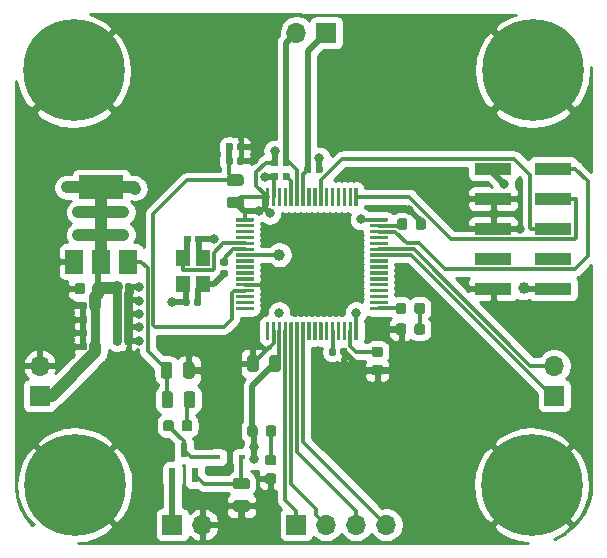
<source format=gbr>
G04 #@! TF.GenerationSoftware,KiCad,Pcbnew,(5.1.5)-3*
G04 #@! TF.CreationDate,2020-08-02T02:59:21-04:00*
G04 #@! TF.ProjectId,STM32F4,53544d33-3246-4342-9e6b-696361645f70,rev?*
G04 #@! TF.SameCoordinates,Original*
G04 #@! TF.FileFunction,Copper,L1,Top*
G04 #@! TF.FilePolarity,Positive*
%FSLAX46Y46*%
G04 Gerber Fmt 4.6, Leading zero omitted, Abs format (unit mm)*
G04 Created by KiCad (PCBNEW (5.1.5)-3) date 2020-08-02 02:59:21*
%MOMM*%
%LPD*%
G04 APERTURE LIST*
%ADD10R,3.150000X1.000000*%
%ADD11C,0.100000*%
%ADD12R,0.600000X0.450000*%
%ADD13C,8.600000*%
%ADD14C,0.900000*%
%ADD15R,1.200000X1.400000*%
%ADD16R,1.700000X1.700000*%
%ADD17O,1.700000X1.700000*%
%ADD18R,0.600000X1.300000*%
%ADD19R,3.800000X2.000000*%
%ADD20R,1.500000X2.000000*%
%ADD21C,0.800000*%
%ADD22C,1.000000*%
%ADD23C,0.500000*%
%ADD24C,0.300000*%
%ADD25C,1.000000*%
%ADD26C,0.750000*%
%ADD27C,0.254000*%
G04 APERTURE END LIST*
D10*
X98211400Y-74828400D03*
X103261400Y-74828400D03*
X98211400Y-77368400D03*
X103261400Y-77368400D03*
X98211400Y-79908400D03*
X103261400Y-79908400D03*
X98211400Y-82448400D03*
X103261400Y-82448400D03*
X98211400Y-84988400D03*
X103261400Y-84988400D03*
G04 #@! TA.AperFunction,SMDPad,CuDef*
D11*
G36*
X63460691Y-84489053D02*
G01*
X63481926Y-84492203D01*
X63502750Y-84497419D01*
X63522962Y-84504651D01*
X63542368Y-84513830D01*
X63560781Y-84524866D01*
X63578024Y-84537654D01*
X63593930Y-84552070D01*
X63608346Y-84567976D01*
X63621134Y-84585219D01*
X63632170Y-84603632D01*
X63641349Y-84623038D01*
X63648581Y-84643250D01*
X63653797Y-84664074D01*
X63656947Y-84685309D01*
X63658000Y-84706750D01*
X63658000Y-85219250D01*
X63656947Y-85240691D01*
X63653797Y-85261926D01*
X63648581Y-85282750D01*
X63641349Y-85302962D01*
X63632170Y-85322368D01*
X63621134Y-85340781D01*
X63608346Y-85358024D01*
X63593930Y-85373930D01*
X63578024Y-85388346D01*
X63560781Y-85401134D01*
X63542368Y-85412170D01*
X63522962Y-85421349D01*
X63502750Y-85428581D01*
X63481926Y-85433797D01*
X63460691Y-85436947D01*
X63439250Y-85438000D01*
X63001750Y-85438000D01*
X62980309Y-85436947D01*
X62959074Y-85433797D01*
X62938250Y-85428581D01*
X62918038Y-85421349D01*
X62898632Y-85412170D01*
X62880219Y-85401134D01*
X62862976Y-85388346D01*
X62847070Y-85373930D01*
X62832654Y-85358024D01*
X62819866Y-85340781D01*
X62808830Y-85322368D01*
X62799651Y-85302962D01*
X62792419Y-85282750D01*
X62787203Y-85261926D01*
X62784053Y-85240691D01*
X62783000Y-85219250D01*
X62783000Y-84706750D01*
X62784053Y-84685309D01*
X62787203Y-84664074D01*
X62792419Y-84643250D01*
X62799651Y-84623038D01*
X62808830Y-84603632D01*
X62819866Y-84585219D01*
X62832654Y-84567976D01*
X62847070Y-84552070D01*
X62862976Y-84537654D01*
X62880219Y-84524866D01*
X62898632Y-84513830D01*
X62918038Y-84504651D01*
X62938250Y-84497419D01*
X62959074Y-84492203D01*
X62980309Y-84489053D01*
X63001750Y-84488000D01*
X63439250Y-84488000D01*
X63460691Y-84489053D01*
G37*
G04 #@! TD.AperFunction*
G04 #@! TA.AperFunction,SMDPad,CuDef*
G36*
X65035691Y-84489053D02*
G01*
X65056926Y-84492203D01*
X65077750Y-84497419D01*
X65097962Y-84504651D01*
X65117368Y-84513830D01*
X65135781Y-84524866D01*
X65153024Y-84537654D01*
X65168930Y-84552070D01*
X65183346Y-84567976D01*
X65196134Y-84585219D01*
X65207170Y-84603632D01*
X65216349Y-84623038D01*
X65223581Y-84643250D01*
X65228797Y-84664074D01*
X65231947Y-84685309D01*
X65233000Y-84706750D01*
X65233000Y-85219250D01*
X65231947Y-85240691D01*
X65228797Y-85261926D01*
X65223581Y-85282750D01*
X65216349Y-85302962D01*
X65207170Y-85322368D01*
X65196134Y-85340781D01*
X65183346Y-85358024D01*
X65168930Y-85373930D01*
X65153024Y-85388346D01*
X65135781Y-85401134D01*
X65117368Y-85412170D01*
X65097962Y-85421349D01*
X65077750Y-85428581D01*
X65056926Y-85433797D01*
X65035691Y-85436947D01*
X65014250Y-85438000D01*
X64576750Y-85438000D01*
X64555309Y-85436947D01*
X64534074Y-85433797D01*
X64513250Y-85428581D01*
X64493038Y-85421349D01*
X64473632Y-85412170D01*
X64455219Y-85401134D01*
X64437976Y-85388346D01*
X64422070Y-85373930D01*
X64407654Y-85358024D01*
X64394866Y-85340781D01*
X64383830Y-85322368D01*
X64374651Y-85302962D01*
X64367419Y-85282750D01*
X64362203Y-85261926D01*
X64359053Y-85240691D01*
X64358000Y-85219250D01*
X64358000Y-84706750D01*
X64359053Y-84685309D01*
X64362203Y-84664074D01*
X64367419Y-84643250D01*
X64374651Y-84623038D01*
X64383830Y-84603632D01*
X64394866Y-84585219D01*
X64407654Y-84567976D01*
X64422070Y-84552070D01*
X64437976Y-84537654D01*
X64455219Y-84524866D01*
X64473632Y-84513830D01*
X64493038Y-84504651D01*
X64513250Y-84497419D01*
X64534074Y-84492203D01*
X64555309Y-84489053D01*
X64576750Y-84488000D01*
X65014250Y-84488000D01*
X65035691Y-84489053D01*
G37*
G04 #@! TD.AperFunction*
G04 #@! TA.AperFunction,SMDPad,CuDef*
G36*
X63684958Y-86104210D02*
G01*
X63699276Y-86106334D01*
X63713317Y-86109851D01*
X63726946Y-86114728D01*
X63740031Y-86120917D01*
X63752447Y-86128358D01*
X63764073Y-86136981D01*
X63774798Y-86146702D01*
X63784519Y-86157427D01*
X63793142Y-86169053D01*
X63800583Y-86181469D01*
X63806772Y-86194554D01*
X63811649Y-86208183D01*
X63815166Y-86222224D01*
X63817290Y-86236542D01*
X63818000Y-86251000D01*
X63818000Y-86596000D01*
X63817290Y-86610458D01*
X63815166Y-86624776D01*
X63811649Y-86638817D01*
X63806772Y-86652446D01*
X63800583Y-86665531D01*
X63793142Y-86677947D01*
X63784519Y-86689573D01*
X63774798Y-86700298D01*
X63764073Y-86710019D01*
X63752447Y-86718642D01*
X63740031Y-86726083D01*
X63726946Y-86732272D01*
X63713317Y-86737149D01*
X63699276Y-86740666D01*
X63684958Y-86742790D01*
X63670500Y-86743500D01*
X63375500Y-86743500D01*
X63361042Y-86742790D01*
X63346724Y-86740666D01*
X63332683Y-86737149D01*
X63319054Y-86732272D01*
X63305969Y-86726083D01*
X63293553Y-86718642D01*
X63281927Y-86710019D01*
X63271202Y-86700298D01*
X63261481Y-86689573D01*
X63252858Y-86677947D01*
X63245417Y-86665531D01*
X63239228Y-86652446D01*
X63234351Y-86638817D01*
X63230834Y-86624776D01*
X63228710Y-86610458D01*
X63228000Y-86596000D01*
X63228000Y-86251000D01*
X63228710Y-86236542D01*
X63230834Y-86222224D01*
X63234351Y-86208183D01*
X63239228Y-86194554D01*
X63245417Y-86181469D01*
X63252858Y-86169053D01*
X63261481Y-86157427D01*
X63271202Y-86146702D01*
X63281927Y-86136981D01*
X63293553Y-86128358D01*
X63305969Y-86120917D01*
X63319054Y-86114728D01*
X63332683Y-86109851D01*
X63346724Y-86106334D01*
X63361042Y-86104210D01*
X63375500Y-86103500D01*
X63670500Y-86103500D01*
X63684958Y-86104210D01*
G37*
G04 #@! TD.AperFunction*
G04 #@! TA.AperFunction,SMDPad,CuDef*
G36*
X64654958Y-86104210D02*
G01*
X64669276Y-86106334D01*
X64683317Y-86109851D01*
X64696946Y-86114728D01*
X64710031Y-86120917D01*
X64722447Y-86128358D01*
X64734073Y-86136981D01*
X64744798Y-86146702D01*
X64754519Y-86157427D01*
X64763142Y-86169053D01*
X64770583Y-86181469D01*
X64776772Y-86194554D01*
X64781649Y-86208183D01*
X64785166Y-86222224D01*
X64787290Y-86236542D01*
X64788000Y-86251000D01*
X64788000Y-86596000D01*
X64787290Y-86610458D01*
X64785166Y-86624776D01*
X64781649Y-86638817D01*
X64776772Y-86652446D01*
X64770583Y-86665531D01*
X64763142Y-86677947D01*
X64754519Y-86689573D01*
X64744798Y-86700298D01*
X64734073Y-86710019D01*
X64722447Y-86718642D01*
X64710031Y-86726083D01*
X64696946Y-86732272D01*
X64683317Y-86737149D01*
X64669276Y-86740666D01*
X64654958Y-86742790D01*
X64640500Y-86743500D01*
X64345500Y-86743500D01*
X64331042Y-86742790D01*
X64316724Y-86740666D01*
X64302683Y-86737149D01*
X64289054Y-86732272D01*
X64275969Y-86726083D01*
X64263553Y-86718642D01*
X64251927Y-86710019D01*
X64241202Y-86700298D01*
X64231481Y-86689573D01*
X64222858Y-86677947D01*
X64215417Y-86665531D01*
X64209228Y-86652446D01*
X64204351Y-86638817D01*
X64200834Y-86624776D01*
X64198710Y-86610458D01*
X64198000Y-86596000D01*
X64198000Y-86251000D01*
X64198710Y-86236542D01*
X64200834Y-86222224D01*
X64204351Y-86208183D01*
X64209228Y-86194554D01*
X64215417Y-86181469D01*
X64222858Y-86169053D01*
X64231481Y-86157427D01*
X64241202Y-86146702D01*
X64251927Y-86136981D01*
X64263553Y-86128358D01*
X64275969Y-86120917D01*
X64289054Y-86114728D01*
X64302683Y-86109851D01*
X64316724Y-86106334D01*
X64331042Y-86104210D01*
X64345500Y-86103500D01*
X64640500Y-86103500D01*
X64654958Y-86104210D01*
G37*
G04 #@! TD.AperFunction*
G04 #@! TA.AperFunction,SMDPad,CuDef*
G36*
X63684958Y-87247210D02*
G01*
X63699276Y-87249334D01*
X63713317Y-87252851D01*
X63726946Y-87257728D01*
X63740031Y-87263917D01*
X63752447Y-87271358D01*
X63764073Y-87279981D01*
X63774798Y-87289702D01*
X63784519Y-87300427D01*
X63793142Y-87312053D01*
X63800583Y-87324469D01*
X63806772Y-87337554D01*
X63811649Y-87351183D01*
X63815166Y-87365224D01*
X63817290Y-87379542D01*
X63818000Y-87394000D01*
X63818000Y-87739000D01*
X63817290Y-87753458D01*
X63815166Y-87767776D01*
X63811649Y-87781817D01*
X63806772Y-87795446D01*
X63800583Y-87808531D01*
X63793142Y-87820947D01*
X63784519Y-87832573D01*
X63774798Y-87843298D01*
X63764073Y-87853019D01*
X63752447Y-87861642D01*
X63740031Y-87869083D01*
X63726946Y-87875272D01*
X63713317Y-87880149D01*
X63699276Y-87883666D01*
X63684958Y-87885790D01*
X63670500Y-87886500D01*
X63375500Y-87886500D01*
X63361042Y-87885790D01*
X63346724Y-87883666D01*
X63332683Y-87880149D01*
X63319054Y-87875272D01*
X63305969Y-87869083D01*
X63293553Y-87861642D01*
X63281927Y-87853019D01*
X63271202Y-87843298D01*
X63261481Y-87832573D01*
X63252858Y-87820947D01*
X63245417Y-87808531D01*
X63239228Y-87795446D01*
X63234351Y-87781817D01*
X63230834Y-87767776D01*
X63228710Y-87753458D01*
X63228000Y-87739000D01*
X63228000Y-87394000D01*
X63228710Y-87379542D01*
X63230834Y-87365224D01*
X63234351Y-87351183D01*
X63239228Y-87337554D01*
X63245417Y-87324469D01*
X63252858Y-87312053D01*
X63261481Y-87300427D01*
X63271202Y-87289702D01*
X63281927Y-87279981D01*
X63293553Y-87271358D01*
X63305969Y-87263917D01*
X63319054Y-87257728D01*
X63332683Y-87252851D01*
X63346724Y-87249334D01*
X63361042Y-87247210D01*
X63375500Y-87246500D01*
X63670500Y-87246500D01*
X63684958Y-87247210D01*
G37*
G04 #@! TD.AperFunction*
G04 #@! TA.AperFunction,SMDPad,CuDef*
G36*
X64654958Y-87247210D02*
G01*
X64669276Y-87249334D01*
X64683317Y-87252851D01*
X64696946Y-87257728D01*
X64710031Y-87263917D01*
X64722447Y-87271358D01*
X64734073Y-87279981D01*
X64744798Y-87289702D01*
X64754519Y-87300427D01*
X64763142Y-87312053D01*
X64770583Y-87324469D01*
X64776772Y-87337554D01*
X64781649Y-87351183D01*
X64785166Y-87365224D01*
X64787290Y-87379542D01*
X64788000Y-87394000D01*
X64788000Y-87739000D01*
X64787290Y-87753458D01*
X64785166Y-87767776D01*
X64781649Y-87781817D01*
X64776772Y-87795446D01*
X64770583Y-87808531D01*
X64763142Y-87820947D01*
X64754519Y-87832573D01*
X64744798Y-87843298D01*
X64734073Y-87853019D01*
X64722447Y-87861642D01*
X64710031Y-87869083D01*
X64696946Y-87875272D01*
X64683317Y-87880149D01*
X64669276Y-87883666D01*
X64654958Y-87885790D01*
X64640500Y-87886500D01*
X64345500Y-87886500D01*
X64331042Y-87885790D01*
X64316724Y-87883666D01*
X64302683Y-87880149D01*
X64289054Y-87875272D01*
X64275969Y-87869083D01*
X64263553Y-87861642D01*
X64251927Y-87853019D01*
X64241202Y-87843298D01*
X64231481Y-87832573D01*
X64222858Y-87820947D01*
X64215417Y-87808531D01*
X64209228Y-87795446D01*
X64204351Y-87781817D01*
X64200834Y-87767776D01*
X64198710Y-87753458D01*
X64198000Y-87739000D01*
X64198000Y-87394000D01*
X64198710Y-87379542D01*
X64200834Y-87365224D01*
X64204351Y-87351183D01*
X64209228Y-87337554D01*
X64215417Y-87324469D01*
X64222858Y-87312053D01*
X64231481Y-87300427D01*
X64241202Y-87289702D01*
X64251927Y-87279981D01*
X64263553Y-87271358D01*
X64275969Y-87263917D01*
X64289054Y-87257728D01*
X64302683Y-87252851D01*
X64316724Y-87249334D01*
X64331042Y-87247210D01*
X64345500Y-87246500D01*
X64640500Y-87246500D01*
X64654958Y-87247210D01*
G37*
G04 #@! TD.AperFunction*
G04 #@! TA.AperFunction,SMDPad,CuDef*
G36*
X64654958Y-88390210D02*
G01*
X64669276Y-88392334D01*
X64683317Y-88395851D01*
X64696946Y-88400728D01*
X64710031Y-88406917D01*
X64722447Y-88414358D01*
X64734073Y-88422981D01*
X64744798Y-88432702D01*
X64754519Y-88443427D01*
X64763142Y-88455053D01*
X64770583Y-88467469D01*
X64776772Y-88480554D01*
X64781649Y-88494183D01*
X64785166Y-88508224D01*
X64787290Y-88522542D01*
X64788000Y-88537000D01*
X64788000Y-88882000D01*
X64787290Y-88896458D01*
X64785166Y-88910776D01*
X64781649Y-88924817D01*
X64776772Y-88938446D01*
X64770583Y-88951531D01*
X64763142Y-88963947D01*
X64754519Y-88975573D01*
X64744798Y-88986298D01*
X64734073Y-88996019D01*
X64722447Y-89004642D01*
X64710031Y-89012083D01*
X64696946Y-89018272D01*
X64683317Y-89023149D01*
X64669276Y-89026666D01*
X64654958Y-89028790D01*
X64640500Y-89029500D01*
X64345500Y-89029500D01*
X64331042Y-89028790D01*
X64316724Y-89026666D01*
X64302683Y-89023149D01*
X64289054Y-89018272D01*
X64275969Y-89012083D01*
X64263553Y-89004642D01*
X64251927Y-88996019D01*
X64241202Y-88986298D01*
X64231481Y-88975573D01*
X64222858Y-88963947D01*
X64215417Y-88951531D01*
X64209228Y-88938446D01*
X64204351Y-88924817D01*
X64200834Y-88910776D01*
X64198710Y-88896458D01*
X64198000Y-88882000D01*
X64198000Y-88537000D01*
X64198710Y-88522542D01*
X64200834Y-88508224D01*
X64204351Y-88494183D01*
X64209228Y-88480554D01*
X64215417Y-88467469D01*
X64222858Y-88455053D01*
X64231481Y-88443427D01*
X64241202Y-88432702D01*
X64251927Y-88422981D01*
X64263553Y-88414358D01*
X64275969Y-88406917D01*
X64289054Y-88400728D01*
X64302683Y-88395851D01*
X64316724Y-88392334D01*
X64331042Y-88390210D01*
X64345500Y-88389500D01*
X64640500Y-88389500D01*
X64654958Y-88390210D01*
G37*
G04 #@! TD.AperFunction*
G04 #@! TA.AperFunction,SMDPad,CuDef*
G36*
X63684958Y-88390210D02*
G01*
X63699276Y-88392334D01*
X63713317Y-88395851D01*
X63726946Y-88400728D01*
X63740031Y-88406917D01*
X63752447Y-88414358D01*
X63764073Y-88422981D01*
X63774798Y-88432702D01*
X63784519Y-88443427D01*
X63793142Y-88455053D01*
X63800583Y-88467469D01*
X63806772Y-88480554D01*
X63811649Y-88494183D01*
X63815166Y-88508224D01*
X63817290Y-88522542D01*
X63818000Y-88537000D01*
X63818000Y-88882000D01*
X63817290Y-88896458D01*
X63815166Y-88910776D01*
X63811649Y-88924817D01*
X63806772Y-88938446D01*
X63800583Y-88951531D01*
X63793142Y-88963947D01*
X63784519Y-88975573D01*
X63774798Y-88986298D01*
X63764073Y-88996019D01*
X63752447Y-89004642D01*
X63740031Y-89012083D01*
X63726946Y-89018272D01*
X63713317Y-89023149D01*
X63699276Y-89026666D01*
X63684958Y-89028790D01*
X63670500Y-89029500D01*
X63375500Y-89029500D01*
X63361042Y-89028790D01*
X63346724Y-89026666D01*
X63332683Y-89023149D01*
X63319054Y-89018272D01*
X63305969Y-89012083D01*
X63293553Y-89004642D01*
X63281927Y-88996019D01*
X63271202Y-88986298D01*
X63261481Y-88975573D01*
X63252858Y-88963947D01*
X63245417Y-88951531D01*
X63239228Y-88938446D01*
X63234351Y-88924817D01*
X63230834Y-88910776D01*
X63228710Y-88896458D01*
X63228000Y-88882000D01*
X63228000Y-88537000D01*
X63228710Y-88522542D01*
X63230834Y-88508224D01*
X63234351Y-88494183D01*
X63239228Y-88480554D01*
X63245417Y-88467469D01*
X63252858Y-88455053D01*
X63261481Y-88443427D01*
X63271202Y-88432702D01*
X63281927Y-88422981D01*
X63293553Y-88414358D01*
X63305969Y-88406917D01*
X63319054Y-88400728D01*
X63332683Y-88395851D01*
X63346724Y-88392334D01*
X63361042Y-88390210D01*
X63375500Y-88389500D01*
X63670500Y-88389500D01*
X63684958Y-88390210D01*
G37*
G04 #@! TD.AperFunction*
G04 #@! TA.AperFunction,SMDPad,CuDef*
G36*
X64654958Y-89533210D02*
G01*
X64669276Y-89535334D01*
X64683317Y-89538851D01*
X64696946Y-89543728D01*
X64710031Y-89549917D01*
X64722447Y-89557358D01*
X64734073Y-89565981D01*
X64744798Y-89575702D01*
X64754519Y-89586427D01*
X64763142Y-89598053D01*
X64770583Y-89610469D01*
X64776772Y-89623554D01*
X64781649Y-89637183D01*
X64785166Y-89651224D01*
X64787290Y-89665542D01*
X64788000Y-89680000D01*
X64788000Y-90025000D01*
X64787290Y-90039458D01*
X64785166Y-90053776D01*
X64781649Y-90067817D01*
X64776772Y-90081446D01*
X64770583Y-90094531D01*
X64763142Y-90106947D01*
X64754519Y-90118573D01*
X64744798Y-90129298D01*
X64734073Y-90139019D01*
X64722447Y-90147642D01*
X64710031Y-90155083D01*
X64696946Y-90161272D01*
X64683317Y-90166149D01*
X64669276Y-90169666D01*
X64654958Y-90171790D01*
X64640500Y-90172500D01*
X64345500Y-90172500D01*
X64331042Y-90171790D01*
X64316724Y-90169666D01*
X64302683Y-90166149D01*
X64289054Y-90161272D01*
X64275969Y-90155083D01*
X64263553Y-90147642D01*
X64251927Y-90139019D01*
X64241202Y-90129298D01*
X64231481Y-90118573D01*
X64222858Y-90106947D01*
X64215417Y-90094531D01*
X64209228Y-90081446D01*
X64204351Y-90067817D01*
X64200834Y-90053776D01*
X64198710Y-90039458D01*
X64198000Y-90025000D01*
X64198000Y-89680000D01*
X64198710Y-89665542D01*
X64200834Y-89651224D01*
X64204351Y-89637183D01*
X64209228Y-89623554D01*
X64215417Y-89610469D01*
X64222858Y-89598053D01*
X64231481Y-89586427D01*
X64241202Y-89575702D01*
X64251927Y-89565981D01*
X64263553Y-89557358D01*
X64275969Y-89549917D01*
X64289054Y-89543728D01*
X64302683Y-89538851D01*
X64316724Y-89535334D01*
X64331042Y-89533210D01*
X64345500Y-89532500D01*
X64640500Y-89532500D01*
X64654958Y-89533210D01*
G37*
G04 #@! TD.AperFunction*
G04 #@! TA.AperFunction,SMDPad,CuDef*
G36*
X63684958Y-89533210D02*
G01*
X63699276Y-89535334D01*
X63713317Y-89538851D01*
X63726946Y-89543728D01*
X63740031Y-89549917D01*
X63752447Y-89557358D01*
X63764073Y-89565981D01*
X63774798Y-89575702D01*
X63784519Y-89586427D01*
X63793142Y-89598053D01*
X63800583Y-89610469D01*
X63806772Y-89623554D01*
X63811649Y-89637183D01*
X63815166Y-89651224D01*
X63817290Y-89665542D01*
X63818000Y-89680000D01*
X63818000Y-90025000D01*
X63817290Y-90039458D01*
X63815166Y-90053776D01*
X63811649Y-90067817D01*
X63806772Y-90081446D01*
X63800583Y-90094531D01*
X63793142Y-90106947D01*
X63784519Y-90118573D01*
X63774798Y-90129298D01*
X63764073Y-90139019D01*
X63752447Y-90147642D01*
X63740031Y-90155083D01*
X63726946Y-90161272D01*
X63713317Y-90166149D01*
X63699276Y-90169666D01*
X63684958Y-90171790D01*
X63670500Y-90172500D01*
X63375500Y-90172500D01*
X63361042Y-90171790D01*
X63346724Y-90169666D01*
X63332683Y-90166149D01*
X63319054Y-90161272D01*
X63305969Y-90155083D01*
X63293553Y-90147642D01*
X63281927Y-90139019D01*
X63271202Y-90129298D01*
X63261481Y-90118573D01*
X63252858Y-90106947D01*
X63245417Y-90094531D01*
X63239228Y-90081446D01*
X63234351Y-90067817D01*
X63230834Y-90053776D01*
X63228710Y-90039458D01*
X63228000Y-90025000D01*
X63228000Y-89680000D01*
X63228710Y-89665542D01*
X63230834Y-89651224D01*
X63234351Y-89637183D01*
X63239228Y-89623554D01*
X63245417Y-89610469D01*
X63252858Y-89598053D01*
X63261481Y-89586427D01*
X63271202Y-89575702D01*
X63281927Y-89565981D01*
X63293553Y-89557358D01*
X63305969Y-89549917D01*
X63319054Y-89543728D01*
X63332683Y-89538851D01*
X63346724Y-89535334D01*
X63361042Y-89533210D01*
X63375500Y-89532500D01*
X63670500Y-89532500D01*
X63684958Y-89533210D01*
G37*
G04 #@! TD.AperFunction*
G04 #@! TA.AperFunction,SMDPad,CuDef*
G36*
X67483958Y-84516710D02*
G01*
X67498276Y-84518834D01*
X67512317Y-84522351D01*
X67525946Y-84527228D01*
X67539031Y-84533417D01*
X67551447Y-84540858D01*
X67563073Y-84549481D01*
X67573798Y-84559202D01*
X67583519Y-84569927D01*
X67592142Y-84581553D01*
X67599583Y-84593969D01*
X67605772Y-84607054D01*
X67610649Y-84620683D01*
X67614166Y-84634724D01*
X67616290Y-84649042D01*
X67617000Y-84663500D01*
X67617000Y-85008500D01*
X67616290Y-85022958D01*
X67614166Y-85037276D01*
X67610649Y-85051317D01*
X67605772Y-85064946D01*
X67599583Y-85078031D01*
X67592142Y-85090447D01*
X67583519Y-85102073D01*
X67573798Y-85112798D01*
X67563073Y-85122519D01*
X67551447Y-85131142D01*
X67539031Y-85138583D01*
X67525946Y-85144772D01*
X67512317Y-85149649D01*
X67498276Y-85153166D01*
X67483958Y-85155290D01*
X67469500Y-85156000D01*
X67174500Y-85156000D01*
X67160042Y-85155290D01*
X67145724Y-85153166D01*
X67131683Y-85149649D01*
X67118054Y-85144772D01*
X67104969Y-85138583D01*
X67092553Y-85131142D01*
X67080927Y-85122519D01*
X67070202Y-85112798D01*
X67060481Y-85102073D01*
X67051858Y-85090447D01*
X67044417Y-85078031D01*
X67038228Y-85064946D01*
X67033351Y-85051317D01*
X67029834Y-85037276D01*
X67027710Y-85022958D01*
X67027000Y-85008500D01*
X67027000Y-84663500D01*
X67027710Y-84649042D01*
X67029834Y-84634724D01*
X67033351Y-84620683D01*
X67038228Y-84607054D01*
X67044417Y-84593969D01*
X67051858Y-84581553D01*
X67060481Y-84569927D01*
X67070202Y-84559202D01*
X67080927Y-84549481D01*
X67092553Y-84540858D01*
X67104969Y-84533417D01*
X67118054Y-84527228D01*
X67131683Y-84522351D01*
X67145724Y-84518834D01*
X67160042Y-84516710D01*
X67174500Y-84516000D01*
X67469500Y-84516000D01*
X67483958Y-84516710D01*
G37*
G04 #@! TD.AperFunction*
G04 #@! TA.AperFunction,SMDPad,CuDef*
G36*
X66513958Y-84516710D02*
G01*
X66528276Y-84518834D01*
X66542317Y-84522351D01*
X66555946Y-84527228D01*
X66569031Y-84533417D01*
X66581447Y-84540858D01*
X66593073Y-84549481D01*
X66603798Y-84559202D01*
X66613519Y-84569927D01*
X66622142Y-84581553D01*
X66629583Y-84593969D01*
X66635772Y-84607054D01*
X66640649Y-84620683D01*
X66644166Y-84634724D01*
X66646290Y-84649042D01*
X66647000Y-84663500D01*
X66647000Y-85008500D01*
X66646290Y-85022958D01*
X66644166Y-85037276D01*
X66640649Y-85051317D01*
X66635772Y-85064946D01*
X66629583Y-85078031D01*
X66622142Y-85090447D01*
X66613519Y-85102073D01*
X66603798Y-85112798D01*
X66593073Y-85122519D01*
X66581447Y-85131142D01*
X66569031Y-85138583D01*
X66555946Y-85144772D01*
X66542317Y-85149649D01*
X66528276Y-85153166D01*
X66513958Y-85155290D01*
X66499500Y-85156000D01*
X66204500Y-85156000D01*
X66190042Y-85155290D01*
X66175724Y-85153166D01*
X66161683Y-85149649D01*
X66148054Y-85144772D01*
X66134969Y-85138583D01*
X66122553Y-85131142D01*
X66110927Y-85122519D01*
X66100202Y-85112798D01*
X66090481Y-85102073D01*
X66081858Y-85090447D01*
X66074417Y-85078031D01*
X66068228Y-85064946D01*
X66063351Y-85051317D01*
X66059834Y-85037276D01*
X66057710Y-85022958D01*
X66057000Y-85008500D01*
X66057000Y-84663500D01*
X66057710Y-84649042D01*
X66059834Y-84634724D01*
X66063351Y-84620683D01*
X66068228Y-84607054D01*
X66074417Y-84593969D01*
X66081858Y-84581553D01*
X66090481Y-84569927D01*
X66100202Y-84559202D01*
X66110927Y-84549481D01*
X66122553Y-84540858D01*
X66134969Y-84533417D01*
X66148054Y-84527228D01*
X66161683Y-84522351D01*
X66175724Y-84518834D01*
X66190042Y-84516710D01*
X66204500Y-84516000D01*
X66499500Y-84516000D01*
X66513958Y-84516710D01*
G37*
G04 #@! TD.AperFunction*
G04 #@! TA.AperFunction,SMDPad,CuDef*
G36*
X67483958Y-85659710D02*
G01*
X67498276Y-85661834D01*
X67512317Y-85665351D01*
X67525946Y-85670228D01*
X67539031Y-85676417D01*
X67551447Y-85683858D01*
X67563073Y-85692481D01*
X67573798Y-85702202D01*
X67583519Y-85712927D01*
X67592142Y-85724553D01*
X67599583Y-85736969D01*
X67605772Y-85750054D01*
X67610649Y-85763683D01*
X67614166Y-85777724D01*
X67616290Y-85792042D01*
X67617000Y-85806500D01*
X67617000Y-86151500D01*
X67616290Y-86165958D01*
X67614166Y-86180276D01*
X67610649Y-86194317D01*
X67605772Y-86207946D01*
X67599583Y-86221031D01*
X67592142Y-86233447D01*
X67583519Y-86245073D01*
X67573798Y-86255798D01*
X67563073Y-86265519D01*
X67551447Y-86274142D01*
X67539031Y-86281583D01*
X67525946Y-86287772D01*
X67512317Y-86292649D01*
X67498276Y-86296166D01*
X67483958Y-86298290D01*
X67469500Y-86299000D01*
X67174500Y-86299000D01*
X67160042Y-86298290D01*
X67145724Y-86296166D01*
X67131683Y-86292649D01*
X67118054Y-86287772D01*
X67104969Y-86281583D01*
X67092553Y-86274142D01*
X67080927Y-86265519D01*
X67070202Y-86255798D01*
X67060481Y-86245073D01*
X67051858Y-86233447D01*
X67044417Y-86221031D01*
X67038228Y-86207946D01*
X67033351Y-86194317D01*
X67029834Y-86180276D01*
X67027710Y-86165958D01*
X67027000Y-86151500D01*
X67027000Y-85806500D01*
X67027710Y-85792042D01*
X67029834Y-85777724D01*
X67033351Y-85763683D01*
X67038228Y-85750054D01*
X67044417Y-85736969D01*
X67051858Y-85724553D01*
X67060481Y-85712927D01*
X67070202Y-85702202D01*
X67080927Y-85692481D01*
X67092553Y-85683858D01*
X67104969Y-85676417D01*
X67118054Y-85670228D01*
X67131683Y-85665351D01*
X67145724Y-85661834D01*
X67160042Y-85659710D01*
X67174500Y-85659000D01*
X67469500Y-85659000D01*
X67483958Y-85659710D01*
G37*
G04 #@! TD.AperFunction*
G04 #@! TA.AperFunction,SMDPad,CuDef*
G36*
X66513958Y-85659710D02*
G01*
X66528276Y-85661834D01*
X66542317Y-85665351D01*
X66555946Y-85670228D01*
X66569031Y-85676417D01*
X66581447Y-85683858D01*
X66593073Y-85692481D01*
X66603798Y-85702202D01*
X66613519Y-85712927D01*
X66622142Y-85724553D01*
X66629583Y-85736969D01*
X66635772Y-85750054D01*
X66640649Y-85763683D01*
X66644166Y-85777724D01*
X66646290Y-85792042D01*
X66647000Y-85806500D01*
X66647000Y-86151500D01*
X66646290Y-86165958D01*
X66644166Y-86180276D01*
X66640649Y-86194317D01*
X66635772Y-86207946D01*
X66629583Y-86221031D01*
X66622142Y-86233447D01*
X66613519Y-86245073D01*
X66603798Y-86255798D01*
X66593073Y-86265519D01*
X66581447Y-86274142D01*
X66569031Y-86281583D01*
X66555946Y-86287772D01*
X66542317Y-86292649D01*
X66528276Y-86296166D01*
X66513958Y-86298290D01*
X66499500Y-86299000D01*
X66204500Y-86299000D01*
X66190042Y-86298290D01*
X66175724Y-86296166D01*
X66161683Y-86292649D01*
X66148054Y-86287772D01*
X66134969Y-86281583D01*
X66122553Y-86274142D01*
X66110927Y-86265519D01*
X66100202Y-86255798D01*
X66090481Y-86245073D01*
X66081858Y-86233447D01*
X66074417Y-86221031D01*
X66068228Y-86207946D01*
X66063351Y-86194317D01*
X66059834Y-86180276D01*
X66057710Y-86165958D01*
X66057000Y-86151500D01*
X66057000Y-85806500D01*
X66057710Y-85792042D01*
X66059834Y-85777724D01*
X66063351Y-85763683D01*
X66068228Y-85750054D01*
X66074417Y-85736969D01*
X66081858Y-85724553D01*
X66090481Y-85712927D01*
X66100202Y-85702202D01*
X66110927Y-85692481D01*
X66122553Y-85683858D01*
X66134969Y-85676417D01*
X66148054Y-85670228D01*
X66161683Y-85665351D01*
X66175724Y-85661834D01*
X66190042Y-85659710D01*
X66204500Y-85659000D01*
X66499500Y-85659000D01*
X66513958Y-85659710D01*
G37*
G04 #@! TD.AperFunction*
G04 #@! TA.AperFunction,SMDPad,CuDef*
G36*
X66513958Y-86802710D02*
G01*
X66528276Y-86804834D01*
X66542317Y-86808351D01*
X66555946Y-86813228D01*
X66569031Y-86819417D01*
X66581447Y-86826858D01*
X66593073Y-86835481D01*
X66603798Y-86845202D01*
X66613519Y-86855927D01*
X66622142Y-86867553D01*
X66629583Y-86879969D01*
X66635772Y-86893054D01*
X66640649Y-86906683D01*
X66644166Y-86920724D01*
X66646290Y-86935042D01*
X66647000Y-86949500D01*
X66647000Y-87294500D01*
X66646290Y-87308958D01*
X66644166Y-87323276D01*
X66640649Y-87337317D01*
X66635772Y-87350946D01*
X66629583Y-87364031D01*
X66622142Y-87376447D01*
X66613519Y-87388073D01*
X66603798Y-87398798D01*
X66593073Y-87408519D01*
X66581447Y-87417142D01*
X66569031Y-87424583D01*
X66555946Y-87430772D01*
X66542317Y-87435649D01*
X66528276Y-87439166D01*
X66513958Y-87441290D01*
X66499500Y-87442000D01*
X66204500Y-87442000D01*
X66190042Y-87441290D01*
X66175724Y-87439166D01*
X66161683Y-87435649D01*
X66148054Y-87430772D01*
X66134969Y-87424583D01*
X66122553Y-87417142D01*
X66110927Y-87408519D01*
X66100202Y-87398798D01*
X66090481Y-87388073D01*
X66081858Y-87376447D01*
X66074417Y-87364031D01*
X66068228Y-87350946D01*
X66063351Y-87337317D01*
X66059834Y-87323276D01*
X66057710Y-87308958D01*
X66057000Y-87294500D01*
X66057000Y-86949500D01*
X66057710Y-86935042D01*
X66059834Y-86920724D01*
X66063351Y-86906683D01*
X66068228Y-86893054D01*
X66074417Y-86879969D01*
X66081858Y-86867553D01*
X66090481Y-86855927D01*
X66100202Y-86845202D01*
X66110927Y-86835481D01*
X66122553Y-86826858D01*
X66134969Y-86819417D01*
X66148054Y-86813228D01*
X66161683Y-86808351D01*
X66175724Y-86804834D01*
X66190042Y-86802710D01*
X66204500Y-86802000D01*
X66499500Y-86802000D01*
X66513958Y-86802710D01*
G37*
G04 #@! TD.AperFunction*
G04 #@! TA.AperFunction,SMDPad,CuDef*
G36*
X67483958Y-86802710D02*
G01*
X67498276Y-86804834D01*
X67512317Y-86808351D01*
X67525946Y-86813228D01*
X67539031Y-86819417D01*
X67551447Y-86826858D01*
X67563073Y-86835481D01*
X67573798Y-86845202D01*
X67583519Y-86855927D01*
X67592142Y-86867553D01*
X67599583Y-86879969D01*
X67605772Y-86893054D01*
X67610649Y-86906683D01*
X67614166Y-86920724D01*
X67616290Y-86935042D01*
X67617000Y-86949500D01*
X67617000Y-87294500D01*
X67616290Y-87308958D01*
X67614166Y-87323276D01*
X67610649Y-87337317D01*
X67605772Y-87350946D01*
X67599583Y-87364031D01*
X67592142Y-87376447D01*
X67583519Y-87388073D01*
X67573798Y-87398798D01*
X67563073Y-87408519D01*
X67551447Y-87417142D01*
X67539031Y-87424583D01*
X67525946Y-87430772D01*
X67512317Y-87435649D01*
X67498276Y-87439166D01*
X67483958Y-87441290D01*
X67469500Y-87442000D01*
X67174500Y-87442000D01*
X67160042Y-87441290D01*
X67145724Y-87439166D01*
X67131683Y-87435649D01*
X67118054Y-87430772D01*
X67104969Y-87424583D01*
X67092553Y-87417142D01*
X67080927Y-87408519D01*
X67070202Y-87398798D01*
X67060481Y-87388073D01*
X67051858Y-87376447D01*
X67044417Y-87364031D01*
X67038228Y-87350946D01*
X67033351Y-87337317D01*
X67029834Y-87323276D01*
X67027710Y-87308958D01*
X67027000Y-87294500D01*
X67027000Y-86949500D01*
X67027710Y-86935042D01*
X67029834Y-86920724D01*
X67033351Y-86906683D01*
X67038228Y-86893054D01*
X67044417Y-86879969D01*
X67051858Y-86867553D01*
X67060481Y-86855927D01*
X67070202Y-86845202D01*
X67080927Y-86835481D01*
X67092553Y-86826858D01*
X67104969Y-86819417D01*
X67118054Y-86813228D01*
X67131683Y-86808351D01*
X67145724Y-86804834D01*
X67160042Y-86802710D01*
X67174500Y-86802000D01*
X67469500Y-86802000D01*
X67483958Y-86802710D01*
G37*
G04 #@! TD.AperFunction*
G04 #@! TA.AperFunction,SMDPad,CuDef*
G36*
X67483958Y-87945710D02*
G01*
X67498276Y-87947834D01*
X67512317Y-87951351D01*
X67525946Y-87956228D01*
X67539031Y-87962417D01*
X67551447Y-87969858D01*
X67563073Y-87978481D01*
X67573798Y-87988202D01*
X67583519Y-87998927D01*
X67592142Y-88010553D01*
X67599583Y-88022969D01*
X67605772Y-88036054D01*
X67610649Y-88049683D01*
X67614166Y-88063724D01*
X67616290Y-88078042D01*
X67617000Y-88092500D01*
X67617000Y-88437500D01*
X67616290Y-88451958D01*
X67614166Y-88466276D01*
X67610649Y-88480317D01*
X67605772Y-88493946D01*
X67599583Y-88507031D01*
X67592142Y-88519447D01*
X67583519Y-88531073D01*
X67573798Y-88541798D01*
X67563073Y-88551519D01*
X67551447Y-88560142D01*
X67539031Y-88567583D01*
X67525946Y-88573772D01*
X67512317Y-88578649D01*
X67498276Y-88582166D01*
X67483958Y-88584290D01*
X67469500Y-88585000D01*
X67174500Y-88585000D01*
X67160042Y-88584290D01*
X67145724Y-88582166D01*
X67131683Y-88578649D01*
X67118054Y-88573772D01*
X67104969Y-88567583D01*
X67092553Y-88560142D01*
X67080927Y-88551519D01*
X67070202Y-88541798D01*
X67060481Y-88531073D01*
X67051858Y-88519447D01*
X67044417Y-88507031D01*
X67038228Y-88493946D01*
X67033351Y-88480317D01*
X67029834Y-88466276D01*
X67027710Y-88451958D01*
X67027000Y-88437500D01*
X67027000Y-88092500D01*
X67027710Y-88078042D01*
X67029834Y-88063724D01*
X67033351Y-88049683D01*
X67038228Y-88036054D01*
X67044417Y-88022969D01*
X67051858Y-88010553D01*
X67060481Y-87998927D01*
X67070202Y-87988202D01*
X67080927Y-87978481D01*
X67092553Y-87969858D01*
X67104969Y-87962417D01*
X67118054Y-87956228D01*
X67131683Y-87951351D01*
X67145724Y-87947834D01*
X67160042Y-87945710D01*
X67174500Y-87945000D01*
X67469500Y-87945000D01*
X67483958Y-87945710D01*
G37*
G04 #@! TD.AperFunction*
G04 #@! TA.AperFunction,SMDPad,CuDef*
G36*
X66513958Y-87945710D02*
G01*
X66528276Y-87947834D01*
X66542317Y-87951351D01*
X66555946Y-87956228D01*
X66569031Y-87962417D01*
X66581447Y-87969858D01*
X66593073Y-87978481D01*
X66603798Y-87988202D01*
X66613519Y-87998927D01*
X66622142Y-88010553D01*
X66629583Y-88022969D01*
X66635772Y-88036054D01*
X66640649Y-88049683D01*
X66644166Y-88063724D01*
X66646290Y-88078042D01*
X66647000Y-88092500D01*
X66647000Y-88437500D01*
X66646290Y-88451958D01*
X66644166Y-88466276D01*
X66640649Y-88480317D01*
X66635772Y-88493946D01*
X66629583Y-88507031D01*
X66622142Y-88519447D01*
X66613519Y-88531073D01*
X66603798Y-88541798D01*
X66593073Y-88551519D01*
X66581447Y-88560142D01*
X66569031Y-88567583D01*
X66555946Y-88573772D01*
X66542317Y-88578649D01*
X66528276Y-88582166D01*
X66513958Y-88584290D01*
X66499500Y-88585000D01*
X66204500Y-88585000D01*
X66190042Y-88584290D01*
X66175724Y-88582166D01*
X66161683Y-88578649D01*
X66148054Y-88573772D01*
X66134969Y-88567583D01*
X66122553Y-88560142D01*
X66110927Y-88551519D01*
X66100202Y-88541798D01*
X66090481Y-88531073D01*
X66081858Y-88519447D01*
X66074417Y-88507031D01*
X66068228Y-88493946D01*
X66063351Y-88480317D01*
X66059834Y-88466276D01*
X66057710Y-88451958D01*
X66057000Y-88437500D01*
X66057000Y-88092500D01*
X66057710Y-88078042D01*
X66059834Y-88063724D01*
X66063351Y-88049683D01*
X66068228Y-88036054D01*
X66074417Y-88022969D01*
X66081858Y-88010553D01*
X66090481Y-87998927D01*
X66100202Y-87988202D01*
X66110927Y-87978481D01*
X66122553Y-87969858D01*
X66134969Y-87962417D01*
X66148054Y-87956228D01*
X66161683Y-87951351D01*
X66175724Y-87947834D01*
X66190042Y-87945710D01*
X66204500Y-87945000D01*
X66499500Y-87945000D01*
X66513958Y-87945710D01*
G37*
G04 #@! TD.AperFunction*
G04 #@! TA.AperFunction,SMDPad,CuDef*
G36*
X66513958Y-89088710D02*
G01*
X66528276Y-89090834D01*
X66542317Y-89094351D01*
X66555946Y-89099228D01*
X66569031Y-89105417D01*
X66581447Y-89112858D01*
X66593073Y-89121481D01*
X66603798Y-89131202D01*
X66613519Y-89141927D01*
X66622142Y-89153553D01*
X66629583Y-89165969D01*
X66635772Y-89179054D01*
X66640649Y-89192683D01*
X66644166Y-89206724D01*
X66646290Y-89221042D01*
X66647000Y-89235500D01*
X66647000Y-89580500D01*
X66646290Y-89594958D01*
X66644166Y-89609276D01*
X66640649Y-89623317D01*
X66635772Y-89636946D01*
X66629583Y-89650031D01*
X66622142Y-89662447D01*
X66613519Y-89674073D01*
X66603798Y-89684798D01*
X66593073Y-89694519D01*
X66581447Y-89703142D01*
X66569031Y-89710583D01*
X66555946Y-89716772D01*
X66542317Y-89721649D01*
X66528276Y-89725166D01*
X66513958Y-89727290D01*
X66499500Y-89728000D01*
X66204500Y-89728000D01*
X66190042Y-89727290D01*
X66175724Y-89725166D01*
X66161683Y-89721649D01*
X66148054Y-89716772D01*
X66134969Y-89710583D01*
X66122553Y-89703142D01*
X66110927Y-89694519D01*
X66100202Y-89684798D01*
X66090481Y-89674073D01*
X66081858Y-89662447D01*
X66074417Y-89650031D01*
X66068228Y-89636946D01*
X66063351Y-89623317D01*
X66059834Y-89609276D01*
X66057710Y-89594958D01*
X66057000Y-89580500D01*
X66057000Y-89235500D01*
X66057710Y-89221042D01*
X66059834Y-89206724D01*
X66063351Y-89192683D01*
X66068228Y-89179054D01*
X66074417Y-89165969D01*
X66081858Y-89153553D01*
X66090481Y-89141927D01*
X66100202Y-89131202D01*
X66110927Y-89121481D01*
X66122553Y-89112858D01*
X66134969Y-89105417D01*
X66148054Y-89099228D01*
X66161683Y-89094351D01*
X66175724Y-89090834D01*
X66190042Y-89088710D01*
X66204500Y-89088000D01*
X66499500Y-89088000D01*
X66513958Y-89088710D01*
G37*
G04 #@! TD.AperFunction*
G04 #@! TA.AperFunction,SMDPad,CuDef*
G36*
X67483958Y-89088710D02*
G01*
X67498276Y-89090834D01*
X67512317Y-89094351D01*
X67525946Y-89099228D01*
X67539031Y-89105417D01*
X67551447Y-89112858D01*
X67563073Y-89121481D01*
X67573798Y-89131202D01*
X67583519Y-89141927D01*
X67592142Y-89153553D01*
X67599583Y-89165969D01*
X67605772Y-89179054D01*
X67610649Y-89192683D01*
X67614166Y-89206724D01*
X67616290Y-89221042D01*
X67617000Y-89235500D01*
X67617000Y-89580500D01*
X67616290Y-89594958D01*
X67614166Y-89609276D01*
X67610649Y-89623317D01*
X67605772Y-89636946D01*
X67599583Y-89650031D01*
X67592142Y-89662447D01*
X67583519Y-89674073D01*
X67573798Y-89684798D01*
X67563073Y-89694519D01*
X67551447Y-89703142D01*
X67539031Y-89710583D01*
X67525946Y-89716772D01*
X67512317Y-89721649D01*
X67498276Y-89725166D01*
X67483958Y-89727290D01*
X67469500Y-89728000D01*
X67174500Y-89728000D01*
X67160042Y-89727290D01*
X67145724Y-89725166D01*
X67131683Y-89721649D01*
X67118054Y-89716772D01*
X67104969Y-89710583D01*
X67092553Y-89703142D01*
X67080927Y-89694519D01*
X67070202Y-89684798D01*
X67060481Y-89674073D01*
X67051858Y-89662447D01*
X67044417Y-89650031D01*
X67038228Y-89636946D01*
X67033351Y-89623317D01*
X67029834Y-89609276D01*
X67027710Y-89594958D01*
X67027000Y-89580500D01*
X67027000Y-89235500D01*
X67027710Y-89221042D01*
X67029834Y-89206724D01*
X67033351Y-89192683D01*
X67038228Y-89179054D01*
X67044417Y-89165969D01*
X67051858Y-89153553D01*
X67060481Y-89141927D01*
X67070202Y-89131202D01*
X67080927Y-89121481D01*
X67092553Y-89112858D01*
X67104969Y-89105417D01*
X67118054Y-89099228D01*
X67131683Y-89094351D01*
X67145724Y-89090834D01*
X67160042Y-89088710D01*
X67174500Y-89088000D01*
X67469500Y-89088000D01*
X67483958Y-89088710D01*
G37*
G04 #@! TD.AperFunction*
G04 #@! TA.AperFunction,SMDPad,CuDef*
G36*
X72706142Y-91185674D02*
G01*
X72729803Y-91189184D01*
X72753007Y-91194996D01*
X72775529Y-91203054D01*
X72797153Y-91213282D01*
X72817670Y-91225579D01*
X72836883Y-91239829D01*
X72854607Y-91255893D01*
X72870671Y-91273617D01*
X72884921Y-91292830D01*
X72897218Y-91313347D01*
X72907446Y-91334971D01*
X72915504Y-91357493D01*
X72921316Y-91380697D01*
X72924826Y-91404358D01*
X72926000Y-91428250D01*
X72926000Y-92340750D01*
X72924826Y-92364642D01*
X72921316Y-92388303D01*
X72915504Y-92411507D01*
X72907446Y-92434029D01*
X72897218Y-92455653D01*
X72884921Y-92476170D01*
X72870671Y-92495383D01*
X72854607Y-92513107D01*
X72836883Y-92529171D01*
X72817670Y-92543421D01*
X72797153Y-92555718D01*
X72775529Y-92565946D01*
X72753007Y-92574004D01*
X72729803Y-92579816D01*
X72706142Y-92583326D01*
X72682250Y-92584500D01*
X72194750Y-92584500D01*
X72170858Y-92583326D01*
X72147197Y-92579816D01*
X72123993Y-92574004D01*
X72101471Y-92565946D01*
X72079847Y-92555718D01*
X72059330Y-92543421D01*
X72040117Y-92529171D01*
X72022393Y-92513107D01*
X72006329Y-92495383D01*
X71992079Y-92476170D01*
X71979782Y-92455653D01*
X71969554Y-92434029D01*
X71961496Y-92411507D01*
X71955684Y-92388303D01*
X71952174Y-92364642D01*
X71951000Y-92340750D01*
X71951000Y-91428250D01*
X71952174Y-91404358D01*
X71955684Y-91380697D01*
X71961496Y-91357493D01*
X71969554Y-91334971D01*
X71979782Y-91313347D01*
X71992079Y-91292830D01*
X72006329Y-91273617D01*
X72022393Y-91255893D01*
X72040117Y-91239829D01*
X72059330Y-91225579D01*
X72079847Y-91213282D01*
X72101471Y-91203054D01*
X72123993Y-91194996D01*
X72147197Y-91189184D01*
X72170858Y-91185674D01*
X72194750Y-91184500D01*
X72682250Y-91184500D01*
X72706142Y-91185674D01*
G37*
G04 #@! TD.AperFunction*
G04 #@! TA.AperFunction,SMDPad,CuDef*
G36*
X70831142Y-91185674D02*
G01*
X70854803Y-91189184D01*
X70878007Y-91194996D01*
X70900529Y-91203054D01*
X70922153Y-91213282D01*
X70942670Y-91225579D01*
X70961883Y-91239829D01*
X70979607Y-91255893D01*
X70995671Y-91273617D01*
X71009921Y-91292830D01*
X71022218Y-91313347D01*
X71032446Y-91334971D01*
X71040504Y-91357493D01*
X71046316Y-91380697D01*
X71049826Y-91404358D01*
X71051000Y-91428250D01*
X71051000Y-92340750D01*
X71049826Y-92364642D01*
X71046316Y-92388303D01*
X71040504Y-92411507D01*
X71032446Y-92434029D01*
X71022218Y-92455653D01*
X71009921Y-92476170D01*
X70995671Y-92495383D01*
X70979607Y-92513107D01*
X70961883Y-92529171D01*
X70942670Y-92543421D01*
X70922153Y-92555718D01*
X70900529Y-92565946D01*
X70878007Y-92574004D01*
X70854803Y-92579816D01*
X70831142Y-92583326D01*
X70807250Y-92584500D01*
X70319750Y-92584500D01*
X70295858Y-92583326D01*
X70272197Y-92579816D01*
X70248993Y-92574004D01*
X70226471Y-92565946D01*
X70204847Y-92555718D01*
X70184330Y-92543421D01*
X70165117Y-92529171D01*
X70147393Y-92513107D01*
X70131329Y-92495383D01*
X70117079Y-92476170D01*
X70104782Y-92455653D01*
X70094554Y-92434029D01*
X70086496Y-92411507D01*
X70080684Y-92388303D01*
X70077174Y-92364642D01*
X70076000Y-92340750D01*
X70076000Y-91428250D01*
X70077174Y-91404358D01*
X70080684Y-91380697D01*
X70086496Y-91357493D01*
X70094554Y-91334971D01*
X70104782Y-91313347D01*
X70117079Y-91292830D01*
X70131329Y-91273617D01*
X70147393Y-91255893D01*
X70165117Y-91239829D01*
X70184330Y-91225579D01*
X70204847Y-91213282D01*
X70226471Y-91203054D01*
X70248993Y-91194996D01*
X70272197Y-91189184D01*
X70295858Y-91185674D01*
X70319750Y-91184500D01*
X70807250Y-91184500D01*
X70831142Y-91185674D01*
G37*
G04 #@! TD.AperFunction*
G04 #@! TA.AperFunction,SMDPad,CuDef*
G36*
X78130142Y-90601174D02*
G01*
X78153803Y-90604684D01*
X78177007Y-90610496D01*
X78199529Y-90618554D01*
X78221153Y-90628782D01*
X78241670Y-90641079D01*
X78260883Y-90655329D01*
X78278607Y-90671393D01*
X78294671Y-90689117D01*
X78308921Y-90708330D01*
X78321218Y-90728847D01*
X78331446Y-90750471D01*
X78339504Y-90772993D01*
X78345316Y-90796197D01*
X78348826Y-90819858D01*
X78350000Y-90843750D01*
X78350000Y-91756250D01*
X78348826Y-91780142D01*
X78345316Y-91803803D01*
X78339504Y-91827007D01*
X78331446Y-91849529D01*
X78321218Y-91871153D01*
X78308921Y-91891670D01*
X78294671Y-91910883D01*
X78278607Y-91928607D01*
X78260883Y-91944671D01*
X78241670Y-91958921D01*
X78221153Y-91971218D01*
X78199529Y-91981446D01*
X78177007Y-91989504D01*
X78153803Y-91995316D01*
X78130142Y-91998826D01*
X78106250Y-92000000D01*
X77618750Y-92000000D01*
X77594858Y-91998826D01*
X77571197Y-91995316D01*
X77547993Y-91989504D01*
X77525471Y-91981446D01*
X77503847Y-91971218D01*
X77483330Y-91958921D01*
X77464117Y-91944671D01*
X77446393Y-91928607D01*
X77430329Y-91910883D01*
X77416079Y-91891670D01*
X77403782Y-91871153D01*
X77393554Y-91849529D01*
X77385496Y-91827007D01*
X77379684Y-91803803D01*
X77376174Y-91780142D01*
X77375000Y-91756250D01*
X77375000Y-90843750D01*
X77376174Y-90819858D01*
X77379684Y-90796197D01*
X77385496Y-90772993D01*
X77393554Y-90750471D01*
X77403782Y-90728847D01*
X77416079Y-90708330D01*
X77430329Y-90689117D01*
X77446393Y-90671393D01*
X77464117Y-90655329D01*
X77483330Y-90641079D01*
X77503847Y-90628782D01*
X77525471Y-90618554D01*
X77547993Y-90610496D01*
X77571197Y-90604684D01*
X77594858Y-90601174D01*
X77618750Y-90600000D01*
X78106250Y-90600000D01*
X78130142Y-90601174D01*
G37*
G04 #@! TD.AperFunction*
G04 #@! TA.AperFunction,SMDPad,CuDef*
G36*
X80005142Y-90601174D02*
G01*
X80028803Y-90604684D01*
X80052007Y-90610496D01*
X80074529Y-90618554D01*
X80096153Y-90628782D01*
X80116670Y-90641079D01*
X80135883Y-90655329D01*
X80153607Y-90671393D01*
X80169671Y-90689117D01*
X80183921Y-90708330D01*
X80196218Y-90728847D01*
X80206446Y-90750471D01*
X80214504Y-90772993D01*
X80220316Y-90796197D01*
X80223826Y-90819858D01*
X80225000Y-90843750D01*
X80225000Y-91756250D01*
X80223826Y-91780142D01*
X80220316Y-91803803D01*
X80214504Y-91827007D01*
X80206446Y-91849529D01*
X80196218Y-91871153D01*
X80183921Y-91891670D01*
X80169671Y-91910883D01*
X80153607Y-91928607D01*
X80135883Y-91944671D01*
X80116670Y-91958921D01*
X80096153Y-91971218D01*
X80074529Y-91981446D01*
X80052007Y-91989504D01*
X80028803Y-91995316D01*
X80005142Y-91998826D01*
X79981250Y-92000000D01*
X79493750Y-92000000D01*
X79469858Y-91998826D01*
X79446197Y-91995316D01*
X79422993Y-91989504D01*
X79400471Y-91981446D01*
X79378847Y-91971218D01*
X79358330Y-91958921D01*
X79339117Y-91944671D01*
X79321393Y-91928607D01*
X79305329Y-91910883D01*
X79291079Y-91891670D01*
X79278782Y-91871153D01*
X79268554Y-91849529D01*
X79260496Y-91827007D01*
X79254684Y-91803803D01*
X79251174Y-91780142D01*
X79250000Y-91756250D01*
X79250000Y-90843750D01*
X79251174Y-90819858D01*
X79254684Y-90796197D01*
X79260496Y-90772993D01*
X79268554Y-90750471D01*
X79278782Y-90728847D01*
X79291079Y-90708330D01*
X79305329Y-90689117D01*
X79321393Y-90671393D01*
X79339117Y-90655329D01*
X79358330Y-90641079D01*
X79378847Y-90628782D01*
X79400471Y-90618554D01*
X79422993Y-90610496D01*
X79446197Y-90604684D01*
X79469858Y-90601174D01*
X79493750Y-90600000D01*
X79981250Y-90600000D01*
X80005142Y-90601174D01*
G37*
G04 #@! TD.AperFunction*
G04 #@! TA.AperFunction,SMDPad,CuDef*
G36*
X76996458Y-73844110D02*
G01*
X77010776Y-73846234D01*
X77024817Y-73849751D01*
X77038446Y-73854628D01*
X77051531Y-73860817D01*
X77063947Y-73868258D01*
X77075573Y-73876881D01*
X77086298Y-73886602D01*
X77096019Y-73897327D01*
X77104642Y-73908953D01*
X77112083Y-73921369D01*
X77118272Y-73934454D01*
X77123149Y-73948083D01*
X77126666Y-73962124D01*
X77128790Y-73976442D01*
X77129500Y-73990900D01*
X77129500Y-74335900D01*
X77128790Y-74350358D01*
X77126666Y-74364676D01*
X77123149Y-74378717D01*
X77118272Y-74392346D01*
X77112083Y-74405431D01*
X77104642Y-74417847D01*
X77096019Y-74429473D01*
X77086298Y-74440198D01*
X77075573Y-74449919D01*
X77063947Y-74458542D01*
X77051531Y-74465983D01*
X77038446Y-74472172D01*
X77024817Y-74477049D01*
X77010776Y-74480566D01*
X76996458Y-74482690D01*
X76982000Y-74483400D01*
X76687000Y-74483400D01*
X76672542Y-74482690D01*
X76658224Y-74480566D01*
X76644183Y-74477049D01*
X76630554Y-74472172D01*
X76617469Y-74465983D01*
X76605053Y-74458542D01*
X76593427Y-74449919D01*
X76582702Y-74440198D01*
X76572981Y-74429473D01*
X76564358Y-74417847D01*
X76556917Y-74405431D01*
X76550728Y-74392346D01*
X76545851Y-74378717D01*
X76542334Y-74364676D01*
X76540210Y-74350358D01*
X76539500Y-74335900D01*
X76539500Y-73990900D01*
X76540210Y-73976442D01*
X76542334Y-73962124D01*
X76545851Y-73948083D01*
X76550728Y-73934454D01*
X76556917Y-73921369D01*
X76564358Y-73908953D01*
X76572981Y-73897327D01*
X76582702Y-73886602D01*
X76593427Y-73876881D01*
X76605053Y-73868258D01*
X76617469Y-73860817D01*
X76630554Y-73854628D01*
X76644183Y-73849751D01*
X76658224Y-73846234D01*
X76672542Y-73844110D01*
X76687000Y-73843400D01*
X76982000Y-73843400D01*
X76996458Y-73844110D01*
G37*
G04 #@! TD.AperFunction*
G04 #@! TA.AperFunction,SMDPad,CuDef*
G36*
X76026458Y-73844110D02*
G01*
X76040776Y-73846234D01*
X76054817Y-73849751D01*
X76068446Y-73854628D01*
X76081531Y-73860817D01*
X76093947Y-73868258D01*
X76105573Y-73876881D01*
X76116298Y-73886602D01*
X76126019Y-73897327D01*
X76134642Y-73908953D01*
X76142083Y-73921369D01*
X76148272Y-73934454D01*
X76153149Y-73948083D01*
X76156666Y-73962124D01*
X76158790Y-73976442D01*
X76159500Y-73990900D01*
X76159500Y-74335900D01*
X76158790Y-74350358D01*
X76156666Y-74364676D01*
X76153149Y-74378717D01*
X76148272Y-74392346D01*
X76142083Y-74405431D01*
X76134642Y-74417847D01*
X76126019Y-74429473D01*
X76116298Y-74440198D01*
X76105573Y-74449919D01*
X76093947Y-74458542D01*
X76081531Y-74465983D01*
X76068446Y-74472172D01*
X76054817Y-74477049D01*
X76040776Y-74480566D01*
X76026458Y-74482690D01*
X76012000Y-74483400D01*
X75717000Y-74483400D01*
X75702542Y-74482690D01*
X75688224Y-74480566D01*
X75674183Y-74477049D01*
X75660554Y-74472172D01*
X75647469Y-74465983D01*
X75635053Y-74458542D01*
X75623427Y-74449919D01*
X75612702Y-74440198D01*
X75602981Y-74429473D01*
X75594358Y-74417847D01*
X75586917Y-74405431D01*
X75580728Y-74392346D01*
X75575851Y-74378717D01*
X75572334Y-74364676D01*
X75570210Y-74350358D01*
X75569500Y-74335900D01*
X75569500Y-73990900D01*
X75570210Y-73976442D01*
X75572334Y-73962124D01*
X75575851Y-73948083D01*
X75580728Y-73934454D01*
X75586917Y-73921369D01*
X75594358Y-73908953D01*
X75602981Y-73897327D01*
X75612702Y-73886602D01*
X75623427Y-73876881D01*
X75635053Y-73868258D01*
X75647469Y-73860817D01*
X75660554Y-73854628D01*
X75674183Y-73849751D01*
X75688224Y-73846234D01*
X75702542Y-73844110D01*
X75717000Y-73843400D01*
X76012000Y-73843400D01*
X76026458Y-73844110D01*
G37*
G04 #@! TD.AperFunction*
G04 #@! TA.AperFunction,SMDPad,CuDef*
G36*
X76026458Y-72637610D02*
G01*
X76040776Y-72639734D01*
X76054817Y-72643251D01*
X76068446Y-72648128D01*
X76081531Y-72654317D01*
X76093947Y-72661758D01*
X76105573Y-72670381D01*
X76116298Y-72680102D01*
X76126019Y-72690827D01*
X76134642Y-72702453D01*
X76142083Y-72714869D01*
X76148272Y-72727954D01*
X76153149Y-72741583D01*
X76156666Y-72755624D01*
X76158790Y-72769942D01*
X76159500Y-72784400D01*
X76159500Y-73129400D01*
X76158790Y-73143858D01*
X76156666Y-73158176D01*
X76153149Y-73172217D01*
X76148272Y-73185846D01*
X76142083Y-73198931D01*
X76134642Y-73211347D01*
X76126019Y-73222973D01*
X76116298Y-73233698D01*
X76105573Y-73243419D01*
X76093947Y-73252042D01*
X76081531Y-73259483D01*
X76068446Y-73265672D01*
X76054817Y-73270549D01*
X76040776Y-73274066D01*
X76026458Y-73276190D01*
X76012000Y-73276900D01*
X75717000Y-73276900D01*
X75702542Y-73276190D01*
X75688224Y-73274066D01*
X75674183Y-73270549D01*
X75660554Y-73265672D01*
X75647469Y-73259483D01*
X75635053Y-73252042D01*
X75623427Y-73243419D01*
X75612702Y-73233698D01*
X75602981Y-73222973D01*
X75594358Y-73211347D01*
X75586917Y-73198931D01*
X75580728Y-73185846D01*
X75575851Y-73172217D01*
X75572334Y-73158176D01*
X75570210Y-73143858D01*
X75569500Y-73129400D01*
X75569500Y-72784400D01*
X75570210Y-72769942D01*
X75572334Y-72755624D01*
X75575851Y-72741583D01*
X75580728Y-72727954D01*
X75586917Y-72714869D01*
X75594358Y-72702453D01*
X75602981Y-72690827D01*
X75612702Y-72680102D01*
X75623427Y-72670381D01*
X75635053Y-72661758D01*
X75647469Y-72654317D01*
X75660554Y-72648128D01*
X75674183Y-72643251D01*
X75688224Y-72639734D01*
X75702542Y-72637610D01*
X75717000Y-72636900D01*
X76012000Y-72636900D01*
X76026458Y-72637610D01*
G37*
G04 #@! TD.AperFunction*
G04 #@! TA.AperFunction,SMDPad,CuDef*
G36*
X76996458Y-72637610D02*
G01*
X77010776Y-72639734D01*
X77024817Y-72643251D01*
X77038446Y-72648128D01*
X77051531Y-72654317D01*
X77063947Y-72661758D01*
X77075573Y-72670381D01*
X77086298Y-72680102D01*
X77096019Y-72690827D01*
X77104642Y-72702453D01*
X77112083Y-72714869D01*
X77118272Y-72727954D01*
X77123149Y-72741583D01*
X77126666Y-72755624D01*
X77128790Y-72769942D01*
X77129500Y-72784400D01*
X77129500Y-73129400D01*
X77128790Y-73143858D01*
X77126666Y-73158176D01*
X77123149Y-73172217D01*
X77118272Y-73185846D01*
X77112083Y-73198931D01*
X77104642Y-73211347D01*
X77096019Y-73222973D01*
X77086298Y-73233698D01*
X77075573Y-73243419D01*
X77063947Y-73252042D01*
X77051531Y-73259483D01*
X77038446Y-73265672D01*
X77024817Y-73270549D01*
X77010776Y-73274066D01*
X76996458Y-73276190D01*
X76982000Y-73276900D01*
X76687000Y-73276900D01*
X76672542Y-73276190D01*
X76658224Y-73274066D01*
X76644183Y-73270549D01*
X76630554Y-73265672D01*
X76617469Y-73259483D01*
X76605053Y-73252042D01*
X76593427Y-73243419D01*
X76582702Y-73233698D01*
X76572981Y-73222973D01*
X76564358Y-73211347D01*
X76556917Y-73198931D01*
X76550728Y-73185846D01*
X76545851Y-73172217D01*
X76542334Y-73158176D01*
X76540210Y-73143858D01*
X76539500Y-73129400D01*
X76539500Y-72784400D01*
X76540210Y-72769942D01*
X76542334Y-72755624D01*
X76545851Y-72741583D01*
X76550728Y-72727954D01*
X76556917Y-72714869D01*
X76564358Y-72702453D01*
X76572981Y-72690827D01*
X76582702Y-72680102D01*
X76593427Y-72670381D01*
X76605053Y-72661758D01*
X76617469Y-72654317D01*
X76630554Y-72648128D01*
X76644183Y-72643251D01*
X76658224Y-72639734D01*
X76672542Y-72637610D01*
X76687000Y-72636900D01*
X76982000Y-72636900D01*
X76996458Y-72637610D01*
G37*
G04 #@! TD.AperFunction*
G04 #@! TA.AperFunction,SMDPad,CuDef*
G36*
X88677691Y-89876053D02*
G01*
X88698926Y-89879203D01*
X88719750Y-89884419D01*
X88739962Y-89891651D01*
X88759368Y-89900830D01*
X88777781Y-89911866D01*
X88795024Y-89924654D01*
X88810930Y-89939070D01*
X88825346Y-89954976D01*
X88838134Y-89972219D01*
X88849170Y-89990632D01*
X88858349Y-90010038D01*
X88865581Y-90030250D01*
X88870797Y-90051074D01*
X88873947Y-90072309D01*
X88875000Y-90093750D01*
X88875000Y-90531250D01*
X88873947Y-90552691D01*
X88870797Y-90573926D01*
X88865581Y-90594750D01*
X88858349Y-90614962D01*
X88849170Y-90634368D01*
X88838134Y-90652781D01*
X88825346Y-90670024D01*
X88810930Y-90685930D01*
X88795024Y-90700346D01*
X88777781Y-90713134D01*
X88759368Y-90724170D01*
X88739962Y-90733349D01*
X88719750Y-90740581D01*
X88698926Y-90745797D01*
X88677691Y-90748947D01*
X88656250Y-90750000D01*
X88143750Y-90750000D01*
X88122309Y-90748947D01*
X88101074Y-90745797D01*
X88080250Y-90740581D01*
X88060038Y-90733349D01*
X88040632Y-90724170D01*
X88022219Y-90713134D01*
X88004976Y-90700346D01*
X87989070Y-90685930D01*
X87974654Y-90670024D01*
X87961866Y-90652781D01*
X87950830Y-90634368D01*
X87941651Y-90614962D01*
X87934419Y-90594750D01*
X87929203Y-90573926D01*
X87926053Y-90552691D01*
X87925000Y-90531250D01*
X87925000Y-90093750D01*
X87926053Y-90072309D01*
X87929203Y-90051074D01*
X87934419Y-90030250D01*
X87941651Y-90010038D01*
X87950830Y-89990632D01*
X87961866Y-89972219D01*
X87974654Y-89954976D01*
X87989070Y-89939070D01*
X88004976Y-89924654D01*
X88022219Y-89911866D01*
X88040632Y-89900830D01*
X88060038Y-89891651D01*
X88080250Y-89884419D01*
X88101074Y-89879203D01*
X88122309Y-89876053D01*
X88143750Y-89875000D01*
X88656250Y-89875000D01*
X88677691Y-89876053D01*
G37*
G04 #@! TD.AperFunction*
G04 #@! TA.AperFunction,SMDPad,CuDef*
G36*
X88677691Y-91451053D02*
G01*
X88698926Y-91454203D01*
X88719750Y-91459419D01*
X88739962Y-91466651D01*
X88759368Y-91475830D01*
X88777781Y-91486866D01*
X88795024Y-91499654D01*
X88810930Y-91514070D01*
X88825346Y-91529976D01*
X88838134Y-91547219D01*
X88849170Y-91565632D01*
X88858349Y-91585038D01*
X88865581Y-91605250D01*
X88870797Y-91626074D01*
X88873947Y-91647309D01*
X88875000Y-91668750D01*
X88875000Y-92106250D01*
X88873947Y-92127691D01*
X88870797Y-92148926D01*
X88865581Y-92169750D01*
X88858349Y-92189962D01*
X88849170Y-92209368D01*
X88838134Y-92227781D01*
X88825346Y-92245024D01*
X88810930Y-92260930D01*
X88795024Y-92275346D01*
X88777781Y-92288134D01*
X88759368Y-92299170D01*
X88739962Y-92308349D01*
X88719750Y-92315581D01*
X88698926Y-92320797D01*
X88677691Y-92323947D01*
X88656250Y-92325000D01*
X88143750Y-92325000D01*
X88122309Y-92323947D01*
X88101074Y-92320797D01*
X88080250Y-92315581D01*
X88060038Y-92308349D01*
X88040632Y-92299170D01*
X88022219Y-92288134D01*
X88004976Y-92275346D01*
X87989070Y-92260930D01*
X87974654Y-92245024D01*
X87961866Y-92227781D01*
X87950830Y-92209368D01*
X87941651Y-92189962D01*
X87934419Y-92169750D01*
X87929203Y-92148926D01*
X87926053Y-92127691D01*
X87925000Y-92106250D01*
X87925000Y-91668750D01*
X87926053Y-91647309D01*
X87929203Y-91626074D01*
X87934419Y-91605250D01*
X87941651Y-91585038D01*
X87950830Y-91565632D01*
X87961866Y-91547219D01*
X87974654Y-91529976D01*
X87989070Y-91514070D01*
X88004976Y-91499654D01*
X88022219Y-91486866D01*
X88040632Y-91475830D01*
X88060038Y-91466651D01*
X88080250Y-91459419D01*
X88101074Y-91454203D01*
X88122309Y-91451053D01*
X88143750Y-91450000D01*
X88656250Y-91450000D01*
X88677691Y-91451053D01*
G37*
G04 #@! TD.AperFunction*
G04 #@! TA.AperFunction,SMDPad,CuDef*
G36*
X90752691Y-79026053D02*
G01*
X90773926Y-79029203D01*
X90794750Y-79034419D01*
X90814962Y-79041651D01*
X90834368Y-79050830D01*
X90852781Y-79061866D01*
X90870024Y-79074654D01*
X90885930Y-79089070D01*
X90900346Y-79104976D01*
X90913134Y-79122219D01*
X90924170Y-79140632D01*
X90933349Y-79160038D01*
X90940581Y-79180250D01*
X90945797Y-79201074D01*
X90948947Y-79222309D01*
X90950000Y-79243750D01*
X90950000Y-79756250D01*
X90948947Y-79777691D01*
X90945797Y-79798926D01*
X90940581Y-79819750D01*
X90933349Y-79839962D01*
X90924170Y-79859368D01*
X90913134Y-79877781D01*
X90900346Y-79895024D01*
X90885930Y-79910930D01*
X90870024Y-79925346D01*
X90852781Y-79938134D01*
X90834368Y-79949170D01*
X90814962Y-79958349D01*
X90794750Y-79965581D01*
X90773926Y-79970797D01*
X90752691Y-79973947D01*
X90731250Y-79975000D01*
X90293750Y-79975000D01*
X90272309Y-79973947D01*
X90251074Y-79970797D01*
X90230250Y-79965581D01*
X90210038Y-79958349D01*
X90190632Y-79949170D01*
X90172219Y-79938134D01*
X90154976Y-79925346D01*
X90139070Y-79910930D01*
X90124654Y-79895024D01*
X90111866Y-79877781D01*
X90100830Y-79859368D01*
X90091651Y-79839962D01*
X90084419Y-79819750D01*
X90079203Y-79798926D01*
X90076053Y-79777691D01*
X90075000Y-79756250D01*
X90075000Y-79243750D01*
X90076053Y-79222309D01*
X90079203Y-79201074D01*
X90084419Y-79180250D01*
X90091651Y-79160038D01*
X90100830Y-79140632D01*
X90111866Y-79122219D01*
X90124654Y-79104976D01*
X90139070Y-79089070D01*
X90154976Y-79074654D01*
X90172219Y-79061866D01*
X90190632Y-79050830D01*
X90210038Y-79041651D01*
X90230250Y-79034419D01*
X90251074Y-79029203D01*
X90272309Y-79026053D01*
X90293750Y-79025000D01*
X90731250Y-79025000D01*
X90752691Y-79026053D01*
G37*
G04 #@! TD.AperFunction*
G04 #@! TA.AperFunction,SMDPad,CuDef*
G36*
X92327691Y-79026053D02*
G01*
X92348926Y-79029203D01*
X92369750Y-79034419D01*
X92389962Y-79041651D01*
X92409368Y-79050830D01*
X92427781Y-79061866D01*
X92445024Y-79074654D01*
X92460930Y-79089070D01*
X92475346Y-79104976D01*
X92488134Y-79122219D01*
X92499170Y-79140632D01*
X92508349Y-79160038D01*
X92515581Y-79180250D01*
X92520797Y-79201074D01*
X92523947Y-79222309D01*
X92525000Y-79243750D01*
X92525000Y-79756250D01*
X92523947Y-79777691D01*
X92520797Y-79798926D01*
X92515581Y-79819750D01*
X92508349Y-79839962D01*
X92499170Y-79859368D01*
X92488134Y-79877781D01*
X92475346Y-79895024D01*
X92460930Y-79910930D01*
X92445024Y-79925346D01*
X92427781Y-79938134D01*
X92409368Y-79949170D01*
X92389962Y-79958349D01*
X92369750Y-79965581D01*
X92348926Y-79970797D01*
X92327691Y-79973947D01*
X92306250Y-79975000D01*
X91868750Y-79975000D01*
X91847309Y-79973947D01*
X91826074Y-79970797D01*
X91805250Y-79965581D01*
X91785038Y-79958349D01*
X91765632Y-79949170D01*
X91747219Y-79938134D01*
X91729976Y-79925346D01*
X91714070Y-79910930D01*
X91699654Y-79895024D01*
X91686866Y-79877781D01*
X91675830Y-79859368D01*
X91666651Y-79839962D01*
X91659419Y-79819750D01*
X91654203Y-79798926D01*
X91651053Y-79777691D01*
X91650000Y-79756250D01*
X91650000Y-79243750D01*
X91651053Y-79222309D01*
X91654203Y-79201074D01*
X91659419Y-79180250D01*
X91666651Y-79160038D01*
X91675830Y-79140632D01*
X91686866Y-79122219D01*
X91699654Y-79104976D01*
X91714070Y-79089070D01*
X91729976Y-79074654D01*
X91747219Y-79061866D01*
X91765632Y-79050830D01*
X91785038Y-79041651D01*
X91805250Y-79034419D01*
X91826074Y-79029203D01*
X91847309Y-79026053D01*
X91868750Y-79025000D01*
X92306250Y-79025000D01*
X92327691Y-79026053D01*
G37*
G04 #@! TD.AperFunction*
G04 #@! TA.AperFunction,SMDPad,CuDef*
G36*
X73446958Y-80480710D02*
G01*
X73461276Y-80482834D01*
X73475317Y-80486351D01*
X73488946Y-80491228D01*
X73502031Y-80497417D01*
X73514447Y-80504858D01*
X73526073Y-80513481D01*
X73536798Y-80523202D01*
X73546519Y-80533927D01*
X73555142Y-80545553D01*
X73562583Y-80557969D01*
X73568772Y-80571054D01*
X73573649Y-80584683D01*
X73577166Y-80598724D01*
X73579290Y-80613042D01*
X73580000Y-80627500D01*
X73580000Y-80972500D01*
X73579290Y-80986958D01*
X73577166Y-81001276D01*
X73573649Y-81015317D01*
X73568772Y-81028946D01*
X73562583Y-81042031D01*
X73555142Y-81054447D01*
X73546519Y-81066073D01*
X73536798Y-81076798D01*
X73526073Y-81086519D01*
X73514447Y-81095142D01*
X73502031Y-81102583D01*
X73488946Y-81108772D01*
X73475317Y-81113649D01*
X73461276Y-81117166D01*
X73446958Y-81119290D01*
X73432500Y-81120000D01*
X73137500Y-81120000D01*
X73123042Y-81119290D01*
X73108724Y-81117166D01*
X73094683Y-81113649D01*
X73081054Y-81108772D01*
X73067969Y-81102583D01*
X73055553Y-81095142D01*
X73043927Y-81086519D01*
X73033202Y-81076798D01*
X73023481Y-81066073D01*
X73014858Y-81054447D01*
X73007417Y-81042031D01*
X73001228Y-81028946D01*
X72996351Y-81015317D01*
X72992834Y-81001276D01*
X72990710Y-80986958D01*
X72990000Y-80972500D01*
X72990000Y-80627500D01*
X72990710Y-80613042D01*
X72992834Y-80598724D01*
X72996351Y-80584683D01*
X73001228Y-80571054D01*
X73007417Y-80557969D01*
X73014858Y-80545553D01*
X73023481Y-80533927D01*
X73033202Y-80523202D01*
X73043927Y-80513481D01*
X73055553Y-80504858D01*
X73067969Y-80497417D01*
X73081054Y-80491228D01*
X73094683Y-80486351D01*
X73108724Y-80482834D01*
X73123042Y-80480710D01*
X73137500Y-80480000D01*
X73432500Y-80480000D01*
X73446958Y-80480710D01*
G37*
G04 #@! TD.AperFunction*
G04 #@! TA.AperFunction,SMDPad,CuDef*
G36*
X72476958Y-80480710D02*
G01*
X72491276Y-80482834D01*
X72505317Y-80486351D01*
X72518946Y-80491228D01*
X72532031Y-80497417D01*
X72544447Y-80504858D01*
X72556073Y-80513481D01*
X72566798Y-80523202D01*
X72576519Y-80533927D01*
X72585142Y-80545553D01*
X72592583Y-80557969D01*
X72598772Y-80571054D01*
X72603649Y-80584683D01*
X72607166Y-80598724D01*
X72609290Y-80613042D01*
X72610000Y-80627500D01*
X72610000Y-80972500D01*
X72609290Y-80986958D01*
X72607166Y-81001276D01*
X72603649Y-81015317D01*
X72598772Y-81028946D01*
X72592583Y-81042031D01*
X72585142Y-81054447D01*
X72576519Y-81066073D01*
X72566798Y-81076798D01*
X72556073Y-81086519D01*
X72544447Y-81095142D01*
X72532031Y-81102583D01*
X72518946Y-81108772D01*
X72505317Y-81113649D01*
X72491276Y-81117166D01*
X72476958Y-81119290D01*
X72462500Y-81120000D01*
X72167500Y-81120000D01*
X72153042Y-81119290D01*
X72138724Y-81117166D01*
X72124683Y-81113649D01*
X72111054Y-81108772D01*
X72097969Y-81102583D01*
X72085553Y-81095142D01*
X72073927Y-81086519D01*
X72063202Y-81076798D01*
X72053481Y-81066073D01*
X72044858Y-81054447D01*
X72037417Y-81042031D01*
X72031228Y-81028946D01*
X72026351Y-81015317D01*
X72022834Y-81001276D01*
X72020710Y-80986958D01*
X72020000Y-80972500D01*
X72020000Y-80627500D01*
X72020710Y-80613042D01*
X72022834Y-80598724D01*
X72026351Y-80584683D01*
X72031228Y-80571054D01*
X72037417Y-80557969D01*
X72044858Y-80545553D01*
X72053481Y-80533927D01*
X72063202Y-80523202D01*
X72073927Y-80513481D01*
X72085553Y-80504858D01*
X72097969Y-80497417D01*
X72111054Y-80491228D01*
X72124683Y-80486351D01*
X72138724Y-80482834D01*
X72153042Y-80480710D01*
X72167500Y-80480000D01*
X72462500Y-80480000D01*
X72476958Y-80480710D01*
G37*
G04 #@! TD.AperFunction*
G04 #@! TA.AperFunction,SMDPad,CuDef*
G36*
X73344958Y-85780710D02*
G01*
X73359276Y-85782834D01*
X73373317Y-85786351D01*
X73386946Y-85791228D01*
X73400031Y-85797417D01*
X73412447Y-85804858D01*
X73424073Y-85813481D01*
X73434798Y-85823202D01*
X73444519Y-85833927D01*
X73453142Y-85845553D01*
X73460583Y-85857969D01*
X73466772Y-85871054D01*
X73471649Y-85884683D01*
X73475166Y-85898724D01*
X73477290Y-85913042D01*
X73478000Y-85927500D01*
X73478000Y-86272500D01*
X73477290Y-86286958D01*
X73475166Y-86301276D01*
X73471649Y-86315317D01*
X73466772Y-86328946D01*
X73460583Y-86342031D01*
X73453142Y-86354447D01*
X73444519Y-86366073D01*
X73434798Y-86376798D01*
X73424073Y-86386519D01*
X73412447Y-86395142D01*
X73400031Y-86402583D01*
X73386946Y-86408772D01*
X73373317Y-86413649D01*
X73359276Y-86417166D01*
X73344958Y-86419290D01*
X73330500Y-86420000D01*
X73035500Y-86420000D01*
X73021042Y-86419290D01*
X73006724Y-86417166D01*
X72992683Y-86413649D01*
X72979054Y-86408772D01*
X72965969Y-86402583D01*
X72953553Y-86395142D01*
X72941927Y-86386519D01*
X72931202Y-86376798D01*
X72921481Y-86366073D01*
X72912858Y-86354447D01*
X72905417Y-86342031D01*
X72899228Y-86328946D01*
X72894351Y-86315317D01*
X72890834Y-86301276D01*
X72888710Y-86286958D01*
X72888000Y-86272500D01*
X72888000Y-85927500D01*
X72888710Y-85913042D01*
X72890834Y-85898724D01*
X72894351Y-85884683D01*
X72899228Y-85871054D01*
X72905417Y-85857969D01*
X72912858Y-85845553D01*
X72921481Y-85833927D01*
X72931202Y-85823202D01*
X72941927Y-85813481D01*
X72953553Y-85804858D01*
X72965969Y-85797417D01*
X72979054Y-85791228D01*
X72992683Y-85786351D01*
X73006724Y-85782834D01*
X73021042Y-85780710D01*
X73035500Y-85780000D01*
X73330500Y-85780000D01*
X73344958Y-85780710D01*
G37*
G04 #@! TD.AperFunction*
G04 #@! TA.AperFunction,SMDPad,CuDef*
G36*
X72374958Y-85780710D02*
G01*
X72389276Y-85782834D01*
X72403317Y-85786351D01*
X72416946Y-85791228D01*
X72430031Y-85797417D01*
X72442447Y-85804858D01*
X72454073Y-85813481D01*
X72464798Y-85823202D01*
X72474519Y-85833927D01*
X72483142Y-85845553D01*
X72490583Y-85857969D01*
X72496772Y-85871054D01*
X72501649Y-85884683D01*
X72505166Y-85898724D01*
X72507290Y-85913042D01*
X72508000Y-85927500D01*
X72508000Y-86272500D01*
X72507290Y-86286958D01*
X72505166Y-86301276D01*
X72501649Y-86315317D01*
X72496772Y-86328946D01*
X72490583Y-86342031D01*
X72483142Y-86354447D01*
X72474519Y-86366073D01*
X72464798Y-86376798D01*
X72454073Y-86386519D01*
X72442447Y-86395142D01*
X72430031Y-86402583D01*
X72416946Y-86408772D01*
X72403317Y-86413649D01*
X72389276Y-86417166D01*
X72374958Y-86419290D01*
X72360500Y-86420000D01*
X72065500Y-86420000D01*
X72051042Y-86419290D01*
X72036724Y-86417166D01*
X72022683Y-86413649D01*
X72009054Y-86408772D01*
X71995969Y-86402583D01*
X71983553Y-86395142D01*
X71971927Y-86386519D01*
X71961202Y-86376798D01*
X71951481Y-86366073D01*
X71942858Y-86354447D01*
X71935417Y-86342031D01*
X71929228Y-86328946D01*
X71924351Y-86315317D01*
X71920834Y-86301276D01*
X71918710Y-86286958D01*
X71918000Y-86272500D01*
X71918000Y-85927500D01*
X71918710Y-85913042D01*
X71920834Y-85898724D01*
X71924351Y-85884683D01*
X71929228Y-85871054D01*
X71935417Y-85857969D01*
X71942858Y-85845553D01*
X71951481Y-85833927D01*
X71961202Y-85823202D01*
X71971927Y-85813481D01*
X71983553Y-85804858D01*
X71995969Y-85797417D01*
X72009054Y-85791228D01*
X72022683Y-85786351D01*
X72036724Y-85782834D01*
X72051042Y-85780710D01*
X72065500Y-85780000D01*
X72360500Y-85780000D01*
X72374958Y-85780710D01*
G37*
G04 #@! TD.AperFunction*
G04 #@! TA.AperFunction,SMDPad,CuDef*
G36*
X79640691Y-96554053D02*
G01*
X79661926Y-96557203D01*
X79682750Y-96562419D01*
X79702962Y-96569651D01*
X79722368Y-96578830D01*
X79740781Y-96589866D01*
X79758024Y-96602654D01*
X79773930Y-96617070D01*
X79788346Y-96632976D01*
X79801134Y-96650219D01*
X79812170Y-96668632D01*
X79821349Y-96688038D01*
X79828581Y-96708250D01*
X79833797Y-96729074D01*
X79836947Y-96750309D01*
X79838000Y-96771750D01*
X79838000Y-97284250D01*
X79836947Y-97305691D01*
X79833797Y-97326926D01*
X79828581Y-97347750D01*
X79821349Y-97367962D01*
X79812170Y-97387368D01*
X79801134Y-97405781D01*
X79788346Y-97423024D01*
X79773930Y-97438930D01*
X79758024Y-97453346D01*
X79740781Y-97466134D01*
X79722368Y-97477170D01*
X79702962Y-97486349D01*
X79682750Y-97493581D01*
X79661926Y-97498797D01*
X79640691Y-97501947D01*
X79619250Y-97503000D01*
X79181750Y-97503000D01*
X79160309Y-97501947D01*
X79139074Y-97498797D01*
X79118250Y-97493581D01*
X79098038Y-97486349D01*
X79078632Y-97477170D01*
X79060219Y-97466134D01*
X79042976Y-97453346D01*
X79027070Y-97438930D01*
X79012654Y-97423024D01*
X78999866Y-97405781D01*
X78988830Y-97387368D01*
X78979651Y-97367962D01*
X78972419Y-97347750D01*
X78967203Y-97326926D01*
X78964053Y-97305691D01*
X78963000Y-97284250D01*
X78963000Y-96771750D01*
X78964053Y-96750309D01*
X78967203Y-96729074D01*
X78972419Y-96708250D01*
X78979651Y-96688038D01*
X78988830Y-96668632D01*
X78999866Y-96650219D01*
X79012654Y-96632976D01*
X79027070Y-96617070D01*
X79042976Y-96602654D01*
X79060219Y-96589866D01*
X79078632Y-96578830D01*
X79098038Y-96569651D01*
X79118250Y-96562419D01*
X79139074Y-96557203D01*
X79160309Y-96554053D01*
X79181750Y-96553000D01*
X79619250Y-96553000D01*
X79640691Y-96554053D01*
G37*
G04 #@! TD.AperFunction*
G04 #@! TA.AperFunction,SMDPad,CuDef*
G36*
X78065691Y-96554053D02*
G01*
X78086926Y-96557203D01*
X78107750Y-96562419D01*
X78127962Y-96569651D01*
X78147368Y-96578830D01*
X78165781Y-96589866D01*
X78183024Y-96602654D01*
X78198930Y-96617070D01*
X78213346Y-96632976D01*
X78226134Y-96650219D01*
X78237170Y-96668632D01*
X78246349Y-96688038D01*
X78253581Y-96708250D01*
X78258797Y-96729074D01*
X78261947Y-96750309D01*
X78263000Y-96771750D01*
X78263000Y-97284250D01*
X78261947Y-97305691D01*
X78258797Y-97326926D01*
X78253581Y-97347750D01*
X78246349Y-97367962D01*
X78237170Y-97387368D01*
X78226134Y-97405781D01*
X78213346Y-97423024D01*
X78198930Y-97438930D01*
X78183024Y-97453346D01*
X78165781Y-97466134D01*
X78147368Y-97477170D01*
X78127962Y-97486349D01*
X78107750Y-97493581D01*
X78086926Y-97498797D01*
X78065691Y-97501947D01*
X78044250Y-97503000D01*
X77606750Y-97503000D01*
X77585309Y-97501947D01*
X77564074Y-97498797D01*
X77543250Y-97493581D01*
X77523038Y-97486349D01*
X77503632Y-97477170D01*
X77485219Y-97466134D01*
X77467976Y-97453346D01*
X77452070Y-97438930D01*
X77437654Y-97423024D01*
X77424866Y-97405781D01*
X77413830Y-97387368D01*
X77404651Y-97367962D01*
X77397419Y-97347750D01*
X77392203Y-97326926D01*
X77389053Y-97305691D01*
X77388000Y-97284250D01*
X77388000Y-96771750D01*
X77389053Y-96750309D01*
X77392203Y-96729074D01*
X77397419Y-96708250D01*
X77404651Y-96688038D01*
X77413830Y-96668632D01*
X77424866Y-96650219D01*
X77437654Y-96632976D01*
X77452070Y-96617070D01*
X77467976Y-96602654D01*
X77485219Y-96589866D01*
X77503632Y-96578830D01*
X77523038Y-96569651D01*
X77543250Y-96562419D01*
X77564074Y-96557203D01*
X77585309Y-96554053D01*
X77606750Y-96553000D01*
X78044250Y-96553000D01*
X78065691Y-96554053D01*
G37*
G04 #@! TD.AperFunction*
D12*
X74832500Y-99250500D03*
X76932500Y-99250500D03*
G04 #@! TA.AperFunction,SMDPad,CuDef*
D11*
G36*
X90652691Y-86165453D02*
G01*
X90673926Y-86168603D01*
X90694750Y-86173819D01*
X90714962Y-86181051D01*
X90734368Y-86190230D01*
X90752781Y-86201266D01*
X90770024Y-86214054D01*
X90785930Y-86228470D01*
X90800346Y-86244376D01*
X90813134Y-86261619D01*
X90824170Y-86280032D01*
X90833349Y-86299438D01*
X90840581Y-86319650D01*
X90845797Y-86340474D01*
X90848947Y-86361709D01*
X90850000Y-86383150D01*
X90850000Y-86895650D01*
X90848947Y-86917091D01*
X90845797Y-86938326D01*
X90840581Y-86959150D01*
X90833349Y-86979362D01*
X90824170Y-86998768D01*
X90813134Y-87017181D01*
X90800346Y-87034424D01*
X90785930Y-87050330D01*
X90770024Y-87064746D01*
X90752781Y-87077534D01*
X90734368Y-87088570D01*
X90714962Y-87097749D01*
X90694750Y-87104981D01*
X90673926Y-87110197D01*
X90652691Y-87113347D01*
X90631250Y-87114400D01*
X90193750Y-87114400D01*
X90172309Y-87113347D01*
X90151074Y-87110197D01*
X90130250Y-87104981D01*
X90110038Y-87097749D01*
X90090632Y-87088570D01*
X90072219Y-87077534D01*
X90054976Y-87064746D01*
X90039070Y-87050330D01*
X90024654Y-87034424D01*
X90011866Y-87017181D01*
X90000830Y-86998768D01*
X89991651Y-86979362D01*
X89984419Y-86959150D01*
X89979203Y-86938326D01*
X89976053Y-86917091D01*
X89975000Y-86895650D01*
X89975000Y-86383150D01*
X89976053Y-86361709D01*
X89979203Y-86340474D01*
X89984419Y-86319650D01*
X89991651Y-86299438D01*
X90000830Y-86280032D01*
X90011866Y-86261619D01*
X90024654Y-86244376D01*
X90039070Y-86228470D01*
X90054976Y-86214054D01*
X90072219Y-86201266D01*
X90090632Y-86190230D01*
X90110038Y-86181051D01*
X90130250Y-86173819D01*
X90151074Y-86168603D01*
X90172309Y-86165453D01*
X90193750Y-86164400D01*
X90631250Y-86164400D01*
X90652691Y-86165453D01*
G37*
G04 #@! TD.AperFunction*
G04 #@! TA.AperFunction,SMDPad,CuDef*
G36*
X92227691Y-86165453D02*
G01*
X92248926Y-86168603D01*
X92269750Y-86173819D01*
X92289962Y-86181051D01*
X92309368Y-86190230D01*
X92327781Y-86201266D01*
X92345024Y-86214054D01*
X92360930Y-86228470D01*
X92375346Y-86244376D01*
X92388134Y-86261619D01*
X92399170Y-86280032D01*
X92408349Y-86299438D01*
X92415581Y-86319650D01*
X92420797Y-86340474D01*
X92423947Y-86361709D01*
X92425000Y-86383150D01*
X92425000Y-86895650D01*
X92423947Y-86917091D01*
X92420797Y-86938326D01*
X92415581Y-86959150D01*
X92408349Y-86979362D01*
X92399170Y-86998768D01*
X92388134Y-87017181D01*
X92375346Y-87034424D01*
X92360930Y-87050330D01*
X92345024Y-87064746D01*
X92327781Y-87077534D01*
X92309368Y-87088570D01*
X92289962Y-87097749D01*
X92269750Y-87104981D01*
X92248926Y-87110197D01*
X92227691Y-87113347D01*
X92206250Y-87114400D01*
X91768750Y-87114400D01*
X91747309Y-87113347D01*
X91726074Y-87110197D01*
X91705250Y-87104981D01*
X91685038Y-87097749D01*
X91665632Y-87088570D01*
X91647219Y-87077534D01*
X91629976Y-87064746D01*
X91614070Y-87050330D01*
X91599654Y-87034424D01*
X91586866Y-87017181D01*
X91575830Y-86998768D01*
X91566651Y-86979362D01*
X91559419Y-86959150D01*
X91554203Y-86938326D01*
X91551053Y-86917091D01*
X91550000Y-86895650D01*
X91550000Y-86383150D01*
X91551053Y-86361709D01*
X91554203Y-86340474D01*
X91559419Y-86319650D01*
X91566651Y-86299438D01*
X91575830Y-86280032D01*
X91586866Y-86261619D01*
X91599654Y-86244376D01*
X91614070Y-86228470D01*
X91629976Y-86214054D01*
X91647219Y-86201266D01*
X91665632Y-86190230D01*
X91685038Y-86181051D01*
X91705250Y-86173819D01*
X91726074Y-86168603D01*
X91747309Y-86165453D01*
X91768750Y-86164400D01*
X92206250Y-86164400D01*
X92227691Y-86165453D01*
G37*
G04 #@! TD.AperFunction*
G04 #@! TA.AperFunction,SMDPad,CuDef*
G36*
X72528691Y-96109553D02*
G01*
X72549926Y-96112703D01*
X72570750Y-96117919D01*
X72590962Y-96125151D01*
X72610368Y-96134330D01*
X72628781Y-96145366D01*
X72646024Y-96158154D01*
X72661930Y-96172570D01*
X72676346Y-96188476D01*
X72689134Y-96205719D01*
X72700170Y-96224132D01*
X72709349Y-96243538D01*
X72716581Y-96263750D01*
X72721797Y-96284574D01*
X72724947Y-96305809D01*
X72726000Y-96327250D01*
X72726000Y-96839750D01*
X72724947Y-96861191D01*
X72721797Y-96882426D01*
X72716581Y-96903250D01*
X72709349Y-96923462D01*
X72700170Y-96942868D01*
X72689134Y-96961281D01*
X72676346Y-96978524D01*
X72661930Y-96994430D01*
X72646024Y-97008846D01*
X72628781Y-97021634D01*
X72610368Y-97032670D01*
X72590962Y-97041849D01*
X72570750Y-97049081D01*
X72549926Y-97054297D01*
X72528691Y-97057447D01*
X72507250Y-97058500D01*
X72069750Y-97058500D01*
X72048309Y-97057447D01*
X72027074Y-97054297D01*
X72006250Y-97049081D01*
X71986038Y-97041849D01*
X71966632Y-97032670D01*
X71948219Y-97021634D01*
X71930976Y-97008846D01*
X71915070Y-96994430D01*
X71900654Y-96978524D01*
X71887866Y-96961281D01*
X71876830Y-96942868D01*
X71867651Y-96923462D01*
X71860419Y-96903250D01*
X71855203Y-96882426D01*
X71852053Y-96861191D01*
X71851000Y-96839750D01*
X71851000Y-96327250D01*
X71852053Y-96305809D01*
X71855203Y-96284574D01*
X71860419Y-96263750D01*
X71867651Y-96243538D01*
X71876830Y-96224132D01*
X71887866Y-96205719D01*
X71900654Y-96188476D01*
X71915070Y-96172570D01*
X71930976Y-96158154D01*
X71948219Y-96145366D01*
X71966632Y-96134330D01*
X71986038Y-96125151D01*
X72006250Y-96117919D01*
X72027074Y-96112703D01*
X72048309Y-96109553D01*
X72069750Y-96108500D01*
X72507250Y-96108500D01*
X72528691Y-96109553D01*
G37*
G04 #@! TD.AperFunction*
G04 #@! TA.AperFunction,SMDPad,CuDef*
G36*
X70953691Y-96109553D02*
G01*
X70974926Y-96112703D01*
X70995750Y-96117919D01*
X71015962Y-96125151D01*
X71035368Y-96134330D01*
X71053781Y-96145366D01*
X71071024Y-96158154D01*
X71086930Y-96172570D01*
X71101346Y-96188476D01*
X71114134Y-96205719D01*
X71125170Y-96224132D01*
X71134349Y-96243538D01*
X71141581Y-96263750D01*
X71146797Y-96284574D01*
X71149947Y-96305809D01*
X71151000Y-96327250D01*
X71151000Y-96839750D01*
X71149947Y-96861191D01*
X71146797Y-96882426D01*
X71141581Y-96903250D01*
X71134349Y-96923462D01*
X71125170Y-96942868D01*
X71114134Y-96961281D01*
X71101346Y-96978524D01*
X71086930Y-96994430D01*
X71071024Y-97008846D01*
X71053781Y-97021634D01*
X71035368Y-97032670D01*
X71015962Y-97041849D01*
X70995750Y-97049081D01*
X70974926Y-97054297D01*
X70953691Y-97057447D01*
X70932250Y-97058500D01*
X70494750Y-97058500D01*
X70473309Y-97057447D01*
X70452074Y-97054297D01*
X70431250Y-97049081D01*
X70411038Y-97041849D01*
X70391632Y-97032670D01*
X70373219Y-97021634D01*
X70355976Y-97008846D01*
X70340070Y-96994430D01*
X70325654Y-96978524D01*
X70312866Y-96961281D01*
X70301830Y-96942868D01*
X70292651Y-96923462D01*
X70285419Y-96903250D01*
X70280203Y-96882426D01*
X70277053Y-96861191D01*
X70276000Y-96839750D01*
X70276000Y-96327250D01*
X70277053Y-96305809D01*
X70280203Y-96284574D01*
X70285419Y-96263750D01*
X70292651Y-96243538D01*
X70301830Y-96224132D01*
X70312866Y-96205719D01*
X70325654Y-96188476D01*
X70340070Y-96172570D01*
X70355976Y-96158154D01*
X70373219Y-96145366D01*
X70391632Y-96134330D01*
X70411038Y-96125151D01*
X70431250Y-96117919D01*
X70452074Y-96112703D01*
X70473309Y-96109553D01*
X70494750Y-96108500D01*
X70932250Y-96108500D01*
X70953691Y-96109553D01*
G37*
G04 #@! TD.AperFunction*
G04 #@! TA.AperFunction,SMDPad,CuDef*
G36*
X72769642Y-93662174D02*
G01*
X72793303Y-93665684D01*
X72816507Y-93671496D01*
X72839029Y-93679554D01*
X72860653Y-93689782D01*
X72881170Y-93702079D01*
X72900383Y-93716329D01*
X72918107Y-93732393D01*
X72934171Y-93750117D01*
X72948421Y-93769330D01*
X72960718Y-93789847D01*
X72970946Y-93811471D01*
X72979004Y-93833993D01*
X72984816Y-93857197D01*
X72988326Y-93880858D01*
X72989500Y-93904750D01*
X72989500Y-94817250D01*
X72988326Y-94841142D01*
X72984816Y-94864803D01*
X72979004Y-94888007D01*
X72970946Y-94910529D01*
X72960718Y-94932153D01*
X72948421Y-94952670D01*
X72934171Y-94971883D01*
X72918107Y-94989607D01*
X72900383Y-95005671D01*
X72881170Y-95019921D01*
X72860653Y-95032218D01*
X72839029Y-95042446D01*
X72816507Y-95050504D01*
X72793303Y-95056316D01*
X72769642Y-95059826D01*
X72745750Y-95061000D01*
X72258250Y-95061000D01*
X72234358Y-95059826D01*
X72210697Y-95056316D01*
X72187493Y-95050504D01*
X72164971Y-95042446D01*
X72143347Y-95032218D01*
X72122830Y-95019921D01*
X72103617Y-95005671D01*
X72085893Y-94989607D01*
X72069829Y-94971883D01*
X72055579Y-94952670D01*
X72043282Y-94932153D01*
X72033054Y-94910529D01*
X72024996Y-94888007D01*
X72019184Y-94864803D01*
X72015674Y-94841142D01*
X72014500Y-94817250D01*
X72014500Y-93904750D01*
X72015674Y-93880858D01*
X72019184Y-93857197D01*
X72024996Y-93833993D01*
X72033054Y-93811471D01*
X72043282Y-93789847D01*
X72055579Y-93769330D01*
X72069829Y-93750117D01*
X72085893Y-93732393D01*
X72103617Y-93716329D01*
X72122830Y-93702079D01*
X72143347Y-93689782D01*
X72164971Y-93679554D01*
X72187493Y-93671496D01*
X72210697Y-93665684D01*
X72234358Y-93662174D01*
X72258250Y-93661000D01*
X72745750Y-93661000D01*
X72769642Y-93662174D01*
G37*
G04 #@! TD.AperFunction*
G04 #@! TA.AperFunction,SMDPad,CuDef*
G36*
X70894642Y-93662174D02*
G01*
X70918303Y-93665684D01*
X70941507Y-93671496D01*
X70964029Y-93679554D01*
X70985653Y-93689782D01*
X71006170Y-93702079D01*
X71025383Y-93716329D01*
X71043107Y-93732393D01*
X71059171Y-93750117D01*
X71073421Y-93769330D01*
X71085718Y-93789847D01*
X71095946Y-93811471D01*
X71104004Y-93833993D01*
X71109816Y-93857197D01*
X71113326Y-93880858D01*
X71114500Y-93904750D01*
X71114500Y-94817250D01*
X71113326Y-94841142D01*
X71109816Y-94864803D01*
X71104004Y-94888007D01*
X71095946Y-94910529D01*
X71085718Y-94932153D01*
X71073421Y-94952670D01*
X71059171Y-94971883D01*
X71043107Y-94989607D01*
X71025383Y-95005671D01*
X71006170Y-95019921D01*
X70985653Y-95032218D01*
X70964029Y-95042446D01*
X70941507Y-95050504D01*
X70918303Y-95056316D01*
X70894642Y-95059826D01*
X70870750Y-95061000D01*
X70383250Y-95061000D01*
X70359358Y-95059826D01*
X70335697Y-95056316D01*
X70312493Y-95050504D01*
X70289971Y-95042446D01*
X70268347Y-95032218D01*
X70247830Y-95019921D01*
X70228617Y-95005671D01*
X70210893Y-94989607D01*
X70194829Y-94971883D01*
X70180579Y-94952670D01*
X70168282Y-94932153D01*
X70158054Y-94910529D01*
X70149996Y-94888007D01*
X70144184Y-94864803D01*
X70140674Y-94841142D01*
X70139500Y-94817250D01*
X70139500Y-93904750D01*
X70140674Y-93880858D01*
X70144184Y-93857197D01*
X70149996Y-93833993D01*
X70158054Y-93811471D01*
X70168282Y-93789847D01*
X70180579Y-93769330D01*
X70194829Y-93750117D01*
X70210893Y-93732393D01*
X70228617Y-93716329D01*
X70247830Y-93702079D01*
X70268347Y-93689782D01*
X70289971Y-93679554D01*
X70312493Y-93671496D01*
X70335697Y-93665684D01*
X70359358Y-93662174D01*
X70383250Y-93661000D01*
X70870750Y-93661000D01*
X70894642Y-93662174D01*
G37*
G04 #@! TD.AperFunction*
G04 #@! TA.AperFunction,SMDPad,CuDef*
G36*
X76870642Y-77184574D02*
G01*
X76894303Y-77188084D01*
X76917507Y-77193896D01*
X76940029Y-77201954D01*
X76961653Y-77212182D01*
X76982170Y-77224479D01*
X77001383Y-77238729D01*
X77019107Y-77254793D01*
X77035171Y-77272517D01*
X77049421Y-77291730D01*
X77061718Y-77312247D01*
X77071946Y-77333871D01*
X77080004Y-77356393D01*
X77085816Y-77379597D01*
X77089326Y-77403258D01*
X77090500Y-77427150D01*
X77090500Y-77914650D01*
X77089326Y-77938542D01*
X77085816Y-77962203D01*
X77080004Y-77985407D01*
X77071946Y-78007929D01*
X77061718Y-78029553D01*
X77049421Y-78050070D01*
X77035171Y-78069283D01*
X77019107Y-78087007D01*
X77001383Y-78103071D01*
X76982170Y-78117321D01*
X76961653Y-78129618D01*
X76940029Y-78139846D01*
X76917507Y-78147904D01*
X76894303Y-78153716D01*
X76870642Y-78157226D01*
X76846750Y-78158400D01*
X75934250Y-78158400D01*
X75910358Y-78157226D01*
X75886697Y-78153716D01*
X75863493Y-78147904D01*
X75840971Y-78139846D01*
X75819347Y-78129618D01*
X75798830Y-78117321D01*
X75779617Y-78103071D01*
X75761893Y-78087007D01*
X75745829Y-78069283D01*
X75731579Y-78050070D01*
X75719282Y-78029553D01*
X75709054Y-78007929D01*
X75700996Y-77985407D01*
X75695184Y-77962203D01*
X75691674Y-77938542D01*
X75690500Y-77914650D01*
X75690500Y-77427150D01*
X75691674Y-77403258D01*
X75695184Y-77379597D01*
X75700996Y-77356393D01*
X75709054Y-77333871D01*
X75719282Y-77312247D01*
X75731579Y-77291730D01*
X75745829Y-77272517D01*
X75761893Y-77254793D01*
X75779617Y-77238729D01*
X75798830Y-77224479D01*
X75819347Y-77212182D01*
X75840971Y-77201954D01*
X75863493Y-77193896D01*
X75886697Y-77188084D01*
X75910358Y-77184574D01*
X75934250Y-77183400D01*
X76846750Y-77183400D01*
X76870642Y-77184574D01*
G37*
G04 #@! TD.AperFunction*
G04 #@! TA.AperFunction,SMDPad,CuDef*
G36*
X76870642Y-75309574D02*
G01*
X76894303Y-75313084D01*
X76917507Y-75318896D01*
X76940029Y-75326954D01*
X76961653Y-75337182D01*
X76982170Y-75349479D01*
X77001383Y-75363729D01*
X77019107Y-75379793D01*
X77035171Y-75397517D01*
X77049421Y-75416730D01*
X77061718Y-75437247D01*
X77071946Y-75458871D01*
X77080004Y-75481393D01*
X77085816Y-75504597D01*
X77089326Y-75528258D01*
X77090500Y-75552150D01*
X77090500Y-76039650D01*
X77089326Y-76063542D01*
X77085816Y-76087203D01*
X77080004Y-76110407D01*
X77071946Y-76132929D01*
X77061718Y-76154553D01*
X77049421Y-76175070D01*
X77035171Y-76194283D01*
X77019107Y-76212007D01*
X77001383Y-76228071D01*
X76982170Y-76242321D01*
X76961653Y-76254618D01*
X76940029Y-76264846D01*
X76917507Y-76272904D01*
X76894303Y-76278716D01*
X76870642Y-76282226D01*
X76846750Y-76283400D01*
X75934250Y-76283400D01*
X75910358Y-76282226D01*
X75886697Y-76278716D01*
X75863493Y-76272904D01*
X75840971Y-76264846D01*
X75819347Y-76254618D01*
X75798830Y-76242321D01*
X75779617Y-76228071D01*
X75761893Y-76212007D01*
X75745829Y-76194283D01*
X75731579Y-76175070D01*
X75719282Y-76154553D01*
X75709054Y-76132929D01*
X75700996Y-76110407D01*
X75695184Y-76087203D01*
X75691674Y-76063542D01*
X75690500Y-76039650D01*
X75690500Y-75552150D01*
X75691674Y-75528258D01*
X75695184Y-75504597D01*
X75700996Y-75481393D01*
X75709054Y-75458871D01*
X75719282Y-75437247D01*
X75731579Y-75416730D01*
X75745829Y-75397517D01*
X75761893Y-75379793D01*
X75779617Y-75363729D01*
X75798830Y-75349479D01*
X75819347Y-75337182D01*
X75840971Y-75326954D01*
X75863493Y-75318896D01*
X75886697Y-75313084D01*
X75910358Y-75309574D01*
X75934250Y-75308400D01*
X76846750Y-75308400D01*
X76870642Y-75309574D01*
G37*
G04 #@! TD.AperFunction*
D13*
X62687200Y-66497200D03*
D14*
X65912200Y-66497200D03*
X64967619Y-68777619D03*
X62687200Y-69722200D03*
X60406781Y-68777619D03*
X59462200Y-66497200D03*
X60406781Y-64216781D03*
X62687200Y-63272200D03*
X64967619Y-64216781D03*
D13*
X101549200Y-66497200D03*
D14*
X104774200Y-66497200D03*
X103829619Y-68777619D03*
X101549200Y-69722200D03*
X99268781Y-68777619D03*
X98324200Y-66497200D03*
X99268781Y-64216781D03*
X101549200Y-63272200D03*
X103829619Y-64216781D03*
D13*
X62801500Y-101600000D03*
D14*
X66026500Y-101600000D03*
X65081919Y-103880419D03*
X62801500Y-104825000D03*
X60521081Y-103880419D03*
X59576500Y-101600000D03*
X60521081Y-99319581D03*
X62801500Y-98375000D03*
X65081919Y-99319581D03*
X103753419Y-99319581D03*
X101473000Y-98375000D03*
X99192581Y-99319581D03*
X98248000Y-101600000D03*
X99192581Y-103880419D03*
X101473000Y-104825000D03*
X103753419Y-103880419D03*
X104698000Y-101600000D03*
D13*
X101473000Y-101600000D03*
D15*
X73611500Y-82364400D03*
X73611500Y-84564400D03*
X71911500Y-84564400D03*
X71911500Y-82364400D03*
D16*
X81534000Y-104965500D03*
D17*
X84074000Y-104965500D03*
X86614000Y-104965500D03*
X89154000Y-104965500D03*
D16*
X71056500Y-104965500D03*
D17*
X73596500Y-104965500D03*
X59817000Y-91503500D03*
D16*
X59817000Y-94043500D03*
X103378000Y-94043500D03*
D17*
X103378000Y-91503500D03*
X81560000Y-63300000D03*
D16*
X84100000Y-63300000D03*
D18*
X72009000Y-98645000D03*
X72959000Y-100745000D03*
X71059000Y-100745000D03*
G04 #@! TA.AperFunction,SMDPad,CuDef*
D11*
G36*
X79652691Y-99042553D02*
G01*
X79673926Y-99045703D01*
X79694750Y-99050919D01*
X79714962Y-99058151D01*
X79734368Y-99067330D01*
X79752781Y-99078366D01*
X79770024Y-99091154D01*
X79785930Y-99105570D01*
X79800346Y-99121476D01*
X79813134Y-99138719D01*
X79824170Y-99157132D01*
X79833349Y-99176538D01*
X79840581Y-99196750D01*
X79845797Y-99217574D01*
X79848947Y-99238809D01*
X79850000Y-99260250D01*
X79850000Y-99697750D01*
X79848947Y-99719191D01*
X79845797Y-99740426D01*
X79840581Y-99761250D01*
X79833349Y-99781462D01*
X79824170Y-99800868D01*
X79813134Y-99819281D01*
X79800346Y-99836524D01*
X79785930Y-99852430D01*
X79770024Y-99866846D01*
X79752781Y-99879634D01*
X79734368Y-99890670D01*
X79714962Y-99899849D01*
X79694750Y-99907081D01*
X79673926Y-99912297D01*
X79652691Y-99915447D01*
X79631250Y-99916500D01*
X79118750Y-99916500D01*
X79097309Y-99915447D01*
X79076074Y-99912297D01*
X79055250Y-99907081D01*
X79035038Y-99899849D01*
X79015632Y-99890670D01*
X78997219Y-99879634D01*
X78979976Y-99866846D01*
X78964070Y-99852430D01*
X78949654Y-99836524D01*
X78936866Y-99819281D01*
X78925830Y-99800868D01*
X78916651Y-99781462D01*
X78909419Y-99761250D01*
X78904203Y-99740426D01*
X78901053Y-99719191D01*
X78900000Y-99697750D01*
X78900000Y-99260250D01*
X78901053Y-99238809D01*
X78904203Y-99217574D01*
X78909419Y-99196750D01*
X78916651Y-99176538D01*
X78925830Y-99157132D01*
X78936866Y-99138719D01*
X78949654Y-99121476D01*
X78964070Y-99105570D01*
X78979976Y-99091154D01*
X78997219Y-99078366D01*
X79015632Y-99067330D01*
X79035038Y-99058151D01*
X79055250Y-99050919D01*
X79076074Y-99045703D01*
X79097309Y-99042553D01*
X79118750Y-99041500D01*
X79631250Y-99041500D01*
X79652691Y-99042553D01*
G37*
G04 #@! TD.AperFunction*
G04 #@! TA.AperFunction,SMDPad,CuDef*
G36*
X79652691Y-100617553D02*
G01*
X79673926Y-100620703D01*
X79694750Y-100625919D01*
X79714962Y-100633151D01*
X79734368Y-100642330D01*
X79752781Y-100653366D01*
X79770024Y-100666154D01*
X79785930Y-100680570D01*
X79800346Y-100696476D01*
X79813134Y-100713719D01*
X79824170Y-100732132D01*
X79833349Y-100751538D01*
X79840581Y-100771750D01*
X79845797Y-100792574D01*
X79848947Y-100813809D01*
X79850000Y-100835250D01*
X79850000Y-101272750D01*
X79848947Y-101294191D01*
X79845797Y-101315426D01*
X79840581Y-101336250D01*
X79833349Y-101356462D01*
X79824170Y-101375868D01*
X79813134Y-101394281D01*
X79800346Y-101411524D01*
X79785930Y-101427430D01*
X79770024Y-101441846D01*
X79752781Y-101454634D01*
X79734368Y-101465670D01*
X79714962Y-101474849D01*
X79694750Y-101482081D01*
X79673926Y-101487297D01*
X79652691Y-101490447D01*
X79631250Y-101491500D01*
X79118750Y-101491500D01*
X79097309Y-101490447D01*
X79076074Y-101487297D01*
X79055250Y-101482081D01*
X79035038Y-101474849D01*
X79015632Y-101465670D01*
X78997219Y-101454634D01*
X78979976Y-101441846D01*
X78964070Y-101427430D01*
X78949654Y-101411524D01*
X78936866Y-101394281D01*
X78925830Y-101375868D01*
X78916651Y-101356462D01*
X78909419Y-101336250D01*
X78904203Y-101315426D01*
X78901053Y-101294191D01*
X78900000Y-101272750D01*
X78900000Y-100835250D01*
X78901053Y-100813809D01*
X78904203Y-100792574D01*
X78909419Y-100771750D01*
X78916651Y-100751538D01*
X78925830Y-100732132D01*
X78936866Y-100713719D01*
X78949654Y-100696476D01*
X78964070Y-100680570D01*
X78979976Y-100666154D01*
X78997219Y-100653366D01*
X79015632Y-100642330D01*
X79035038Y-100633151D01*
X79055250Y-100625919D01*
X79076074Y-100620703D01*
X79097309Y-100617553D01*
X79118750Y-100616500D01*
X79631250Y-100616500D01*
X79652691Y-100617553D01*
G37*
G04 #@! TD.AperFunction*
G04 #@! TA.AperFunction,SMDPad,CuDef*
G36*
X77378642Y-101001674D02*
G01*
X77402303Y-101005184D01*
X77425507Y-101010996D01*
X77448029Y-101019054D01*
X77469653Y-101029282D01*
X77490170Y-101041579D01*
X77509383Y-101055829D01*
X77527107Y-101071893D01*
X77543171Y-101089617D01*
X77557421Y-101108830D01*
X77569718Y-101129347D01*
X77579946Y-101150971D01*
X77588004Y-101173493D01*
X77593816Y-101196697D01*
X77597326Y-101220358D01*
X77598500Y-101244250D01*
X77598500Y-101731750D01*
X77597326Y-101755642D01*
X77593816Y-101779303D01*
X77588004Y-101802507D01*
X77579946Y-101825029D01*
X77569718Y-101846653D01*
X77557421Y-101867170D01*
X77543171Y-101886383D01*
X77527107Y-101904107D01*
X77509383Y-101920171D01*
X77490170Y-101934421D01*
X77469653Y-101946718D01*
X77448029Y-101956946D01*
X77425507Y-101965004D01*
X77402303Y-101970816D01*
X77378642Y-101974326D01*
X77354750Y-101975500D01*
X76442250Y-101975500D01*
X76418358Y-101974326D01*
X76394697Y-101970816D01*
X76371493Y-101965004D01*
X76348971Y-101956946D01*
X76327347Y-101946718D01*
X76306830Y-101934421D01*
X76287617Y-101920171D01*
X76269893Y-101904107D01*
X76253829Y-101886383D01*
X76239579Y-101867170D01*
X76227282Y-101846653D01*
X76217054Y-101825029D01*
X76208996Y-101802507D01*
X76203184Y-101779303D01*
X76199674Y-101755642D01*
X76198500Y-101731750D01*
X76198500Y-101244250D01*
X76199674Y-101220358D01*
X76203184Y-101196697D01*
X76208996Y-101173493D01*
X76217054Y-101150971D01*
X76227282Y-101129347D01*
X76239579Y-101108830D01*
X76253829Y-101089617D01*
X76269893Y-101071893D01*
X76287617Y-101055829D01*
X76306830Y-101041579D01*
X76327347Y-101029282D01*
X76348971Y-101019054D01*
X76371493Y-101010996D01*
X76394697Y-101005184D01*
X76418358Y-101001674D01*
X76442250Y-101000500D01*
X77354750Y-101000500D01*
X77378642Y-101001674D01*
G37*
G04 #@! TD.AperFunction*
G04 #@! TA.AperFunction,SMDPad,CuDef*
G36*
X77378642Y-102876674D02*
G01*
X77402303Y-102880184D01*
X77425507Y-102885996D01*
X77448029Y-102894054D01*
X77469653Y-102904282D01*
X77490170Y-102916579D01*
X77509383Y-102930829D01*
X77527107Y-102946893D01*
X77543171Y-102964617D01*
X77557421Y-102983830D01*
X77569718Y-103004347D01*
X77579946Y-103025971D01*
X77588004Y-103048493D01*
X77593816Y-103071697D01*
X77597326Y-103095358D01*
X77598500Y-103119250D01*
X77598500Y-103606750D01*
X77597326Y-103630642D01*
X77593816Y-103654303D01*
X77588004Y-103677507D01*
X77579946Y-103700029D01*
X77569718Y-103721653D01*
X77557421Y-103742170D01*
X77543171Y-103761383D01*
X77527107Y-103779107D01*
X77509383Y-103795171D01*
X77490170Y-103809421D01*
X77469653Y-103821718D01*
X77448029Y-103831946D01*
X77425507Y-103840004D01*
X77402303Y-103845816D01*
X77378642Y-103849326D01*
X77354750Y-103850500D01*
X76442250Y-103850500D01*
X76418358Y-103849326D01*
X76394697Y-103845816D01*
X76371493Y-103840004D01*
X76348971Y-103831946D01*
X76327347Y-103821718D01*
X76306830Y-103809421D01*
X76287617Y-103795171D01*
X76269893Y-103779107D01*
X76253829Y-103761383D01*
X76239579Y-103742170D01*
X76227282Y-103721653D01*
X76217054Y-103700029D01*
X76208996Y-103677507D01*
X76203184Y-103654303D01*
X76199674Y-103630642D01*
X76198500Y-103606750D01*
X76198500Y-103119250D01*
X76199674Y-103095358D01*
X76203184Y-103071697D01*
X76208996Y-103048493D01*
X76217054Y-103025971D01*
X76227282Y-103004347D01*
X76239579Y-102983830D01*
X76253829Y-102964617D01*
X76269893Y-102946893D01*
X76287617Y-102930829D01*
X76306830Y-102916579D01*
X76327347Y-102904282D01*
X76348971Y-102894054D01*
X76371493Y-102885996D01*
X76394697Y-102880184D01*
X76418358Y-102876674D01*
X76442250Y-102875500D01*
X77354750Y-102875500D01*
X77378642Y-102876674D01*
G37*
G04 #@! TD.AperFunction*
G04 #@! TA.AperFunction,SMDPad,CuDef*
G36*
X75615458Y-83401110D02*
G01*
X75629776Y-83403234D01*
X75643817Y-83406751D01*
X75657446Y-83411628D01*
X75670531Y-83417817D01*
X75682947Y-83425258D01*
X75694573Y-83433881D01*
X75705298Y-83443602D01*
X75715019Y-83454327D01*
X75723642Y-83465953D01*
X75731083Y-83478369D01*
X75737272Y-83491454D01*
X75742149Y-83505083D01*
X75745666Y-83519124D01*
X75747790Y-83533442D01*
X75748500Y-83547900D01*
X75748500Y-83842900D01*
X75747790Y-83857358D01*
X75745666Y-83871676D01*
X75742149Y-83885717D01*
X75737272Y-83899346D01*
X75731083Y-83912431D01*
X75723642Y-83924847D01*
X75715019Y-83936473D01*
X75705298Y-83947198D01*
X75694573Y-83956919D01*
X75682947Y-83965542D01*
X75670531Y-83972983D01*
X75657446Y-83979172D01*
X75643817Y-83984049D01*
X75629776Y-83987566D01*
X75615458Y-83989690D01*
X75601000Y-83990400D01*
X75256000Y-83990400D01*
X75241542Y-83989690D01*
X75227224Y-83987566D01*
X75213183Y-83984049D01*
X75199554Y-83979172D01*
X75186469Y-83972983D01*
X75174053Y-83965542D01*
X75162427Y-83956919D01*
X75151702Y-83947198D01*
X75141981Y-83936473D01*
X75133358Y-83924847D01*
X75125917Y-83912431D01*
X75119728Y-83899346D01*
X75114851Y-83885717D01*
X75111334Y-83871676D01*
X75109210Y-83857358D01*
X75108500Y-83842900D01*
X75108500Y-83547900D01*
X75109210Y-83533442D01*
X75111334Y-83519124D01*
X75114851Y-83505083D01*
X75119728Y-83491454D01*
X75125917Y-83478369D01*
X75133358Y-83465953D01*
X75141981Y-83454327D01*
X75151702Y-83443602D01*
X75162427Y-83433881D01*
X75174053Y-83425258D01*
X75186469Y-83417817D01*
X75199554Y-83411628D01*
X75213183Y-83406751D01*
X75227224Y-83403234D01*
X75241542Y-83401110D01*
X75256000Y-83400400D01*
X75601000Y-83400400D01*
X75615458Y-83401110D01*
G37*
G04 #@! TD.AperFunction*
G04 #@! TA.AperFunction,SMDPad,CuDef*
G36*
X75615458Y-82431110D02*
G01*
X75629776Y-82433234D01*
X75643817Y-82436751D01*
X75657446Y-82441628D01*
X75670531Y-82447817D01*
X75682947Y-82455258D01*
X75694573Y-82463881D01*
X75705298Y-82473602D01*
X75715019Y-82484327D01*
X75723642Y-82495953D01*
X75731083Y-82508369D01*
X75737272Y-82521454D01*
X75742149Y-82535083D01*
X75745666Y-82549124D01*
X75747790Y-82563442D01*
X75748500Y-82577900D01*
X75748500Y-82872900D01*
X75747790Y-82887358D01*
X75745666Y-82901676D01*
X75742149Y-82915717D01*
X75737272Y-82929346D01*
X75731083Y-82942431D01*
X75723642Y-82954847D01*
X75715019Y-82966473D01*
X75705298Y-82977198D01*
X75694573Y-82986919D01*
X75682947Y-82995542D01*
X75670531Y-83002983D01*
X75657446Y-83009172D01*
X75643817Y-83014049D01*
X75629776Y-83017566D01*
X75615458Y-83019690D01*
X75601000Y-83020400D01*
X75256000Y-83020400D01*
X75241542Y-83019690D01*
X75227224Y-83017566D01*
X75213183Y-83014049D01*
X75199554Y-83009172D01*
X75186469Y-83002983D01*
X75174053Y-82995542D01*
X75162427Y-82986919D01*
X75151702Y-82977198D01*
X75141981Y-82966473D01*
X75133358Y-82954847D01*
X75125917Y-82942431D01*
X75119728Y-82929346D01*
X75114851Y-82915717D01*
X75111334Y-82901676D01*
X75109210Y-82887358D01*
X75108500Y-82872900D01*
X75108500Y-82577900D01*
X75109210Y-82563442D01*
X75111334Y-82549124D01*
X75114851Y-82535083D01*
X75119728Y-82521454D01*
X75125917Y-82508369D01*
X75133358Y-82495953D01*
X75141981Y-82484327D01*
X75151702Y-82473602D01*
X75162427Y-82463881D01*
X75174053Y-82455258D01*
X75186469Y-82447817D01*
X75199554Y-82441628D01*
X75213183Y-82436751D01*
X75227224Y-82433234D01*
X75241542Y-82431110D01*
X75256000Y-82430400D01*
X75601000Y-82430400D01*
X75615458Y-82431110D01*
G37*
G04 #@! TD.AperFunction*
G04 #@! TA.AperFunction,SMDPad,CuDef*
G36*
X92227691Y-87926053D02*
G01*
X92248926Y-87929203D01*
X92269750Y-87934419D01*
X92289962Y-87941651D01*
X92309368Y-87950830D01*
X92327781Y-87961866D01*
X92345024Y-87974654D01*
X92360930Y-87989070D01*
X92375346Y-88004976D01*
X92388134Y-88022219D01*
X92399170Y-88040632D01*
X92408349Y-88060038D01*
X92415581Y-88080250D01*
X92420797Y-88101074D01*
X92423947Y-88122309D01*
X92425000Y-88143750D01*
X92425000Y-88656250D01*
X92423947Y-88677691D01*
X92420797Y-88698926D01*
X92415581Y-88719750D01*
X92408349Y-88739962D01*
X92399170Y-88759368D01*
X92388134Y-88777781D01*
X92375346Y-88795024D01*
X92360930Y-88810930D01*
X92345024Y-88825346D01*
X92327781Y-88838134D01*
X92309368Y-88849170D01*
X92289962Y-88858349D01*
X92269750Y-88865581D01*
X92248926Y-88870797D01*
X92227691Y-88873947D01*
X92206250Y-88875000D01*
X91768750Y-88875000D01*
X91747309Y-88873947D01*
X91726074Y-88870797D01*
X91705250Y-88865581D01*
X91685038Y-88858349D01*
X91665632Y-88849170D01*
X91647219Y-88838134D01*
X91629976Y-88825346D01*
X91614070Y-88810930D01*
X91599654Y-88795024D01*
X91586866Y-88777781D01*
X91575830Y-88759368D01*
X91566651Y-88739962D01*
X91559419Y-88719750D01*
X91554203Y-88698926D01*
X91551053Y-88677691D01*
X91550000Y-88656250D01*
X91550000Y-88143750D01*
X91551053Y-88122309D01*
X91554203Y-88101074D01*
X91559419Y-88080250D01*
X91566651Y-88060038D01*
X91575830Y-88040632D01*
X91586866Y-88022219D01*
X91599654Y-88004976D01*
X91614070Y-87989070D01*
X91629976Y-87974654D01*
X91647219Y-87961866D01*
X91665632Y-87950830D01*
X91685038Y-87941651D01*
X91705250Y-87934419D01*
X91726074Y-87929203D01*
X91747309Y-87926053D01*
X91768750Y-87925000D01*
X92206250Y-87925000D01*
X92227691Y-87926053D01*
G37*
G04 #@! TD.AperFunction*
G04 #@! TA.AperFunction,SMDPad,CuDef*
G36*
X90652691Y-87926053D02*
G01*
X90673926Y-87929203D01*
X90694750Y-87934419D01*
X90714962Y-87941651D01*
X90734368Y-87950830D01*
X90752781Y-87961866D01*
X90770024Y-87974654D01*
X90785930Y-87989070D01*
X90800346Y-88004976D01*
X90813134Y-88022219D01*
X90824170Y-88040632D01*
X90833349Y-88060038D01*
X90840581Y-88080250D01*
X90845797Y-88101074D01*
X90848947Y-88122309D01*
X90850000Y-88143750D01*
X90850000Y-88656250D01*
X90848947Y-88677691D01*
X90845797Y-88698926D01*
X90840581Y-88719750D01*
X90833349Y-88739962D01*
X90824170Y-88759368D01*
X90813134Y-88777781D01*
X90800346Y-88795024D01*
X90785930Y-88810930D01*
X90770024Y-88825346D01*
X90752781Y-88838134D01*
X90734368Y-88849170D01*
X90714962Y-88858349D01*
X90694750Y-88865581D01*
X90673926Y-88870797D01*
X90652691Y-88873947D01*
X90631250Y-88875000D01*
X90193750Y-88875000D01*
X90172309Y-88873947D01*
X90151074Y-88870797D01*
X90130250Y-88865581D01*
X90110038Y-88858349D01*
X90090632Y-88849170D01*
X90072219Y-88838134D01*
X90054976Y-88825346D01*
X90039070Y-88810930D01*
X90024654Y-88795024D01*
X90011866Y-88777781D01*
X90000830Y-88759368D01*
X89991651Y-88739962D01*
X89984419Y-88719750D01*
X89979203Y-88698926D01*
X89976053Y-88677691D01*
X89975000Y-88656250D01*
X89975000Y-88143750D01*
X89976053Y-88122309D01*
X89979203Y-88101074D01*
X89984419Y-88080250D01*
X89991651Y-88060038D01*
X90000830Y-88040632D01*
X90011866Y-88022219D01*
X90024654Y-88004976D01*
X90039070Y-87989070D01*
X90054976Y-87974654D01*
X90072219Y-87961866D01*
X90090632Y-87950830D01*
X90110038Y-87941651D01*
X90130250Y-87934419D01*
X90151074Y-87929203D01*
X90172309Y-87926053D01*
X90193750Y-87925000D01*
X90631250Y-87925000D01*
X90652691Y-87926053D01*
G37*
G04 #@! TD.AperFunction*
G04 #@! TA.AperFunction,SMDPad,CuDef*
G36*
X83646958Y-74580710D02*
G01*
X83661276Y-74582834D01*
X83675317Y-74586351D01*
X83688946Y-74591228D01*
X83702031Y-74597417D01*
X83714447Y-74604858D01*
X83726073Y-74613481D01*
X83736798Y-74623202D01*
X83746519Y-74633927D01*
X83755142Y-74645553D01*
X83762583Y-74657969D01*
X83768772Y-74671054D01*
X83773649Y-74684683D01*
X83777166Y-74698724D01*
X83779290Y-74713042D01*
X83780000Y-74727500D01*
X83780000Y-75072500D01*
X83779290Y-75086958D01*
X83777166Y-75101276D01*
X83773649Y-75115317D01*
X83768772Y-75128946D01*
X83762583Y-75142031D01*
X83755142Y-75154447D01*
X83746519Y-75166073D01*
X83736798Y-75176798D01*
X83726073Y-75186519D01*
X83714447Y-75195142D01*
X83702031Y-75202583D01*
X83688946Y-75208772D01*
X83675317Y-75213649D01*
X83661276Y-75217166D01*
X83646958Y-75219290D01*
X83632500Y-75220000D01*
X83337500Y-75220000D01*
X83323042Y-75219290D01*
X83308724Y-75217166D01*
X83294683Y-75213649D01*
X83281054Y-75208772D01*
X83267969Y-75202583D01*
X83255553Y-75195142D01*
X83243927Y-75186519D01*
X83233202Y-75176798D01*
X83223481Y-75166073D01*
X83214858Y-75154447D01*
X83207417Y-75142031D01*
X83201228Y-75128946D01*
X83196351Y-75115317D01*
X83192834Y-75101276D01*
X83190710Y-75086958D01*
X83190000Y-75072500D01*
X83190000Y-74727500D01*
X83190710Y-74713042D01*
X83192834Y-74698724D01*
X83196351Y-74684683D01*
X83201228Y-74671054D01*
X83207417Y-74657969D01*
X83214858Y-74645553D01*
X83223481Y-74633927D01*
X83233202Y-74623202D01*
X83243927Y-74613481D01*
X83255553Y-74604858D01*
X83267969Y-74597417D01*
X83281054Y-74591228D01*
X83294683Y-74586351D01*
X83308724Y-74582834D01*
X83323042Y-74580710D01*
X83337500Y-74580000D01*
X83632500Y-74580000D01*
X83646958Y-74580710D01*
G37*
G04 #@! TD.AperFunction*
G04 #@! TA.AperFunction,SMDPad,CuDef*
G36*
X82676958Y-74580710D02*
G01*
X82691276Y-74582834D01*
X82705317Y-74586351D01*
X82718946Y-74591228D01*
X82732031Y-74597417D01*
X82744447Y-74604858D01*
X82756073Y-74613481D01*
X82766798Y-74623202D01*
X82776519Y-74633927D01*
X82785142Y-74645553D01*
X82792583Y-74657969D01*
X82798772Y-74671054D01*
X82803649Y-74684683D01*
X82807166Y-74698724D01*
X82809290Y-74713042D01*
X82810000Y-74727500D01*
X82810000Y-75072500D01*
X82809290Y-75086958D01*
X82807166Y-75101276D01*
X82803649Y-75115317D01*
X82798772Y-75128946D01*
X82792583Y-75142031D01*
X82785142Y-75154447D01*
X82776519Y-75166073D01*
X82766798Y-75176798D01*
X82756073Y-75186519D01*
X82744447Y-75195142D01*
X82732031Y-75202583D01*
X82718946Y-75208772D01*
X82705317Y-75213649D01*
X82691276Y-75217166D01*
X82676958Y-75219290D01*
X82662500Y-75220000D01*
X82367500Y-75220000D01*
X82353042Y-75219290D01*
X82338724Y-75217166D01*
X82324683Y-75213649D01*
X82311054Y-75208772D01*
X82297969Y-75202583D01*
X82285553Y-75195142D01*
X82273927Y-75186519D01*
X82263202Y-75176798D01*
X82253481Y-75166073D01*
X82244858Y-75154447D01*
X82237417Y-75142031D01*
X82231228Y-75128946D01*
X82226351Y-75115317D01*
X82222834Y-75101276D01*
X82220710Y-75086958D01*
X82220000Y-75072500D01*
X82220000Y-74727500D01*
X82220710Y-74713042D01*
X82222834Y-74698724D01*
X82226351Y-74684683D01*
X82231228Y-74671054D01*
X82237417Y-74657969D01*
X82244858Y-74645553D01*
X82253481Y-74633927D01*
X82263202Y-74623202D01*
X82273927Y-74613481D01*
X82285553Y-74604858D01*
X82297969Y-74597417D01*
X82311054Y-74591228D01*
X82324683Y-74586351D01*
X82338724Y-74582834D01*
X82353042Y-74580710D01*
X82367500Y-74580000D01*
X82662500Y-74580000D01*
X82676958Y-74580710D01*
G37*
G04 #@! TD.AperFunction*
G04 #@! TA.AperFunction,SMDPad,CuDef*
G36*
X80846958Y-73980710D02*
G01*
X80861276Y-73982834D01*
X80875317Y-73986351D01*
X80888946Y-73991228D01*
X80902031Y-73997417D01*
X80914447Y-74004858D01*
X80926073Y-74013481D01*
X80936798Y-74023202D01*
X80946519Y-74033927D01*
X80955142Y-74045553D01*
X80962583Y-74057969D01*
X80968772Y-74071054D01*
X80973649Y-74084683D01*
X80977166Y-74098724D01*
X80979290Y-74113042D01*
X80980000Y-74127500D01*
X80980000Y-74472500D01*
X80979290Y-74486958D01*
X80977166Y-74501276D01*
X80973649Y-74515317D01*
X80968772Y-74528946D01*
X80962583Y-74542031D01*
X80955142Y-74554447D01*
X80946519Y-74566073D01*
X80936798Y-74576798D01*
X80926073Y-74586519D01*
X80914447Y-74595142D01*
X80902031Y-74602583D01*
X80888946Y-74608772D01*
X80875317Y-74613649D01*
X80861276Y-74617166D01*
X80846958Y-74619290D01*
X80832500Y-74620000D01*
X80537500Y-74620000D01*
X80523042Y-74619290D01*
X80508724Y-74617166D01*
X80494683Y-74613649D01*
X80481054Y-74608772D01*
X80467969Y-74602583D01*
X80455553Y-74595142D01*
X80443927Y-74586519D01*
X80433202Y-74576798D01*
X80423481Y-74566073D01*
X80414858Y-74554447D01*
X80407417Y-74542031D01*
X80401228Y-74528946D01*
X80396351Y-74515317D01*
X80392834Y-74501276D01*
X80390710Y-74486958D01*
X80390000Y-74472500D01*
X80390000Y-74127500D01*
X80390710Y-74113042D01*
X80392834Y-74098724D01*
X80396351Y-74084683D01*
X80401228Y-74071054D01*
X80407417Y-74057969D01*
X80414858Y-74045553D01*
X80423481Y-74033927D01*
X80433202Y-74023202D01*
X80443927Y-74013481D01*
X80455553Y-74004858D01*
X80467969Y-73997417D01*
X80481054Y-73991228D01*
X80494683Y-73986351D01*
X80508724Y-73982834D01*
X80523042Y-73980710D01*
X80537500Y-73980000D01*
X80832500Y-73980000D01*
X80846958Y-73980710D01*
G37*
G04 #@! TD.AperFunction*
G04 #@! TA.AperFunction,SMDPad,CuDef*
G36*
X79876958Y-73980710D02*
G01*
X79891276Y-73982834D01*
X79905317Y-73986351D01*
X79918946Y-73991228D01*
X79932031Y-73997417D01*
X79944447Y-74004858D01*
X79956073Y-74013481D01*
X79966798Y-74023202D01*
X79976519Y-74033927D01*
X79985142Y-74045553D01*
X79992583Y-74057969D01*
X79998772Y-74071054D01*
X80003649Y-74084683D01*
X80007166Y-74098724D01*
X80009290Y-74113042D01*
X80010000Y-74127500D01*
X80010000Y-74472500D01*
X80009290Y-74486958D01*
X80007166Y-74501276D01*
X80003649Y-74515317D01*
X79998772Y-74528946D01*
X79992583Y-74542031D01*
X79985142Y-74554447D01*
X79976519Y-74566073D01*
X79966798Y-74576798D01*
X79956073Y-74586519D01*
X79944447Y-74595142D01*
X79932031Y-74602583D01*
X79918946Y-74608772D01*
X79905317Y-74613649D01*
X79891276Y-74617166D01*
X79876958Y-74619290D01*
X79862500Y-74620000D01*
X79567500Y-74620000D01*
X79553042Y-74619290D01*
X79538724Y-74617166D01*
X79524683Y-74613649D01*
X79511054Y-74608772D01*
X79497969Y-74602583D01*
X79485553Y-74595142D01*
X79473927Y-74586519D01*
X79463202Y-74576798D01*
X79453481Y-74566073D01*
X79444858Y-74554447D01*
X79437417Y-74542031D01*
X79431228Y-74528946D01*
X79426351Y-74515317D01*
X79422834Y-74501276D01*
X79420710Y-74486958D01*
X79420000Y-74472500D01*
X79420000Y-74127500D01*
X79420710Y-74113042D01*
X79422834Y-74098724D01*
X79426351Y-74084683D01*
X79431228Y-74071054D01*
X79437417Y-74057969D01*
X79444858Y-74045553D01*
X79453481Y-74033927D01*
X79463202Y-74023202D01*
X79473927Y-74013481D01*
X79485553Y-74004858D01*
X79497969Y-73997417D01*
X79511054Y-73991228D01*
X79524683Y-73986351D01*
X79538724Y-73982834D01*
X79553042Y-73980710D01*
X79567500Y-73980000D01*
X79862500Y-73980000D01*
X79876958Y-73980710D01*
G37*
G04 #@! TD.AperFunction*
G04 #@! TA.AperFunction,SMDPad,CuDef*
G36*
X80846958Y-75144110D02*
G01*
X80861276Y-75146234D01*
X80875317Y-75149751D01*
X80888946Y-75154628D01*
X80902031Y-75160817D01*
X80914447Y-75168258D01*
X80926073Y-75176881D01*
X80936798Y-75186602D01*
X80946519Y-75197327D01*
X80955142Y-75208953D01*
X80962583Y-75221369D01*
X80968772Y-75234454D01*
X80973649Y-75248083D01*
X80977166Y-75262124D01*
X80979290Y-75276442D01*
X80980000Y-75290900D01*
X80980000Y-75635900D01*
X80979290Y-75650358D01*
X80977166Y-75664676D01*
X80973649Y-75678717D01*
X80968772Y-75692346D01*
X80962583Y-75705431D01*
X80955142Y-75717847D01*
X80946519Y-75729473D01*
X80936798Y-75740198D01*
X80926073Y-75749919D01*
X80914447Y-75758542D01*
X80902031Y-75765983D01*
X80888946Y-75772172D01*
X80875317Y-75777049D01*
X80861276Y-75780566D01*
X80846958Y-75782690D01*
X80832500Y-75783400D01*
X80537500Y-75783400D01*
X80523042Y-75782690D01*
X80508724Y-75780566D01*
X80494683Y-75777049D01*
X80481054Y-75772172D01*
X80467969Y-75765983D01*
X80455553Y-75758542D01*
X80443927Y-75749919D01*
X80433202Y-75740198D01*
X80423481Y-75729473D01*
X80414858Y-75717847D01*
X80407417Y-75705431D01*
X80401228Y-75692346D01*
X80396351Y-75678717D01*
X80392834Y-75664676D01*
X80390710Y-75650358D01*
X80390000Y-75635900D01*
X80390000Y-75290900D01*
X80390710Y-75276442D01*
X80392834Y-75262124D01*
X80396351Y-75248083D01*
X80401228Y-75234454D01*
X80407417Y-75221369D01*
X80414858Y-75208953D01*
X80423481Y-75197327D01*
X80433202Y-75186602D01*
X80443927Y-75176881D01*
X80455553Y-75168258D01*
X80467969Y-75160817D01*
X80481054Y-75154628D01*
X80494683Y-75149751D01*
X80508724Y-75146234D01*
X80523042Y-75144110D01*
X80537500Y-75143400D01*
X80832500Y-75143400D01*
X80846958Y-75144110D01*
G37*
G04 #@! TD.AperFunction*
G04 #@! TA.AperFunction,SMDPad,CuDef*
G36*
X79876958Y-75144110D02*
G01*
X79891276Y-75146234D01*
X79905317Y-75149751D01*
X79918946Y-75154628D01*
X79932031Y-75160817D01*
X79944447Y-75168258D01*
X79956073Y-75176881D01*
X79966798Y-75186602D01*
X79976519Y-75197327D01*
X79985142Y-75208953D01*
X79992583Y-75221369D01*
X79998772Y-75234454D01*
X80003649Y-75248083D01*
X80007166Y-75262124D01*
X80009290Y-75276442D01*
X80010000Y-75290900D01*
X80010000Y-75635900D01*
X80009290Y-75650358D01*
X80007166Y-75664676D01*
X80003649Y-75678717D01*
X79998772Y-75692346D01*
X79992583Y-75705431D01*
X79985142Y-75717847D01*
X79976519Y-75729473D01*
X79966798Y-75740198D01*
X79956073Y-75749919D01*
X79944447Y-75758542D01*
X79932031Y-75765983D01*
X79918946Y-75772172D01*
X79905317Y-75777049D01*
X79891276Y-75780566D01*
X79876958Y-75782690D01*
X79862500Y-75783400D01*
X79567500Y-75783400D01*
X79553042Y-75782690D01*
X79538724Y-75780566D01*
X79524683Y-75777049D01*
X79511054Y-75772172D01*
X79497969Y-75765983D01*
X79485553Y-75758542D01*
X79473927Y-75749919D01*
X79463202Y-75740198D01*
X79453481Y-75729473D01*
X79444858Y-75717847D01*
X79437417Y-75705431D01*
X79431228Y-75692346D01*
X79426351Y-75678717D01*
X79422834Y-75664676D01*
X79420710Y-75650358D01*
X79420000Y-75635900D01*
X79420000Y-75290900D01*
X79420710Y-75276442D01*
X79422834Y-75262124D01*
X79426351Y-75248083D01*
X79431228Y-75234454D01*
X79437417Y-75221369D01*
X79444858Y-75208953D01*
X79453481Y-75197327D01*
X79463202Y-75186602D01*
X79473927Y-75176881D01*
X79485553Y-75168258D01*
X79497969Y-75160817D01*
X79511054Y-75154628D01*
X79524683Y-75149751D01*
X79538724Y-75146234D01*
X79553042Y-75144110D01*
X79567500Y-75143400D01*
X79862500Y-75143400D01*
X79876958Y-75144110D01*
G37*
G04 #@! TD.AperFunction*
G04 #@! TA.AperFunction,SMDPad,CuDef*
G36*
X85736958Y-90003110D02*
G01*
X85751276Y-90005234D01*
X85765317Y-90008751D01*
X85778946Y-90013628D01*
X85792031Y-90019817D01*
X85804447Y-90027258D01*
X85816073Y-90035881D01*
X85826798Y-90045602D01*
X85836519Y-90056327D01*
X85845142Y-90067953D01*
X85852583Y-90080369D01*
X85858772Y-90093454D01*
X85863649Y-90107083D01*
X85867166Y-90121124D01*
X85869290Y-90135442D01*
X85870000Y-90149900D01*
X85870000Y-90494900D01*
X85869290Y-90509358D01*
X85867166Y-90523676D01*
X85863649Y-90537717D01*
X85858772Y-90551346D01*
X85852583Y-90564431D01*
X85845142Y-90576847D01*
X85836519Y-90588473D01*
X85826798Y-90599198D01*
X85816073Y-90608919D01*
X85804447Y-90617542D01*
X85792031Y-90624983D01*
X85778946Y-90631172D01*
X85765317Y-90636049D01*
X85751276Y-90639566D01*
X85736958Y-90641690D01*
X85722500Y-90642400D01*
X85427500Y-90642400D01*
X85413042Y-90641690D01*
X85398724Y-90639566D01*
X85384683Y-90636049D01*
X85371054Y-90631172D01*
X85357969Y-90624983D01*
X85345553Y-90617542D01*
X85333927Y-90608919D01*
X85323202Y-90599198D01*
X85313481Y-90588473D01*
X85304858Y-90576847D01*
X85297417Y-90564431D01*
X85291228Y-90551346D01*
X85286351Y-90537717D01*
X85282834Y-90523676D01*
X85280710Y-90509358D01*
X85280000Y-90494900D01*
X85280000Y-90149900D01*
X85280710Y-90135442D01*
X85282834Y-90121124D01*
X85286351Y-90107083D01*
X85291228Y-90093454D01*
X85297417Y-90080369D01*
X85304858Y-90067953D01*
X85313481Y-90056327D01*
X85323202Y-90045602D01*
X85333927Y-90035881D01*
X85345553Y-90027258D01*
X85357969Y-90019817D01*
X85371054Y-90013628D01*
X85384683Y-90008751D01*
X85398724Y-90005234D01*
X85413042Y-90003110D01*
X85427500Y-90002400D01*
X85722500Y-90002400D01*
X85736958Y-90003110D01*
G37*
G04 #@! TD.AperFunction*
G04 #@! TA.AperFunction,SMDPad,CuDef*
G36*
X84766958Y-90003110D02*
G01*
X84781276Y-90005234D01*
X84795317Y-90008751D01*
X84808946Y-90013628D01*
X84822031Y-90019817D01*
X84834447Y-90027258D01*
X84846073Y-90035881D01*
X84856798Y-90045602D01*
X84866519Y-90056327D01*
X84875142Y-90067953D01*
X84882583Y-90080369D01*
X84888772Y-90093454D01*
X84893649Y-90107083D01*
X84897166Y-90121124D01*
X84899290Y-90135442D01*
X84900000Y-90149900D01*
X84900000Y-90494900D01*
X84899290Y-90509358D01*
X84897166Y-90523676D01*
X84893649Y-90537717D01*
X84888772Y-90551346D01*
X84882583Y-90564431D01*
X84875142Y-90576847D01*
X84866519Y-90588473D01*
X84856798Y-90599198D01*
X84846073Y-90608919D01*
X84834447Y-90617542D01*
X84822031Y-90624983D01*
X84808946Y-90631172D01*
X84795317Y-90636049D01*
X84781276Y-90639566D01*
X84766958Y-90641690D01*
X84752500Y-90642400D01*
X84457500Y-90642400D01*
X84443042Y-90641690D01*
X84428724Y-90639566D01*
X84414683Y-90636049D01*
X84401054Y-90631172D01*
X84387969Y-90624983D01*
X84375553Y-90617542D01*
X84363927Y-90608919D01*
X84353202Y-90599198D01*
X84343481Y-90588473D01*
X84334858Y-90576847D01*
X84327417Y-90564431D01*
X84321228Y-90551346D01*
X84316351Y-90537717D01*
X84312834Y-90523676D01*
X84310710Y-90509358D01*
X84310000Y-90494900D01*
X84310000Y-90149900D01*
X84310710Y-90135442D01*
X84312834Y-90121124D01*
X84316351Y-90107083D01*
X84321228Y-90093454D01*
X84327417Y-90080369D01*
X84334858Y-90067953D01*
X84343481Y-90056327D01*
X84353202Y-90045602D01*
X84363927Y-90035881D01*
X84375553Y-90027258D01*
X84387969Y-90019817D01*
X84401054Y-90013628D01*
X84414683Y-90008751D01*
X84428724Y-90005234D01*
X84443042Y-90003110D01*
X84457500Y-90002400D01*
X84752500Y-90002400D01*
X84766958Y-90003110D01*
G37*
G04 #@! TD.AperFunction*
D19*
X65024000Y-76390500D03*
D20*
X65024000Y-82690500D03*
X67324000Y-82690500D03*
X62724000Y-82690500D03*
G04 #@! TA.AperFunction,SMDPad,CuDef*
D11*
G36*
X77899851Y-78993261D02*
G01*
X77907132Y-78994341D01*
X77914271Y-78996129D01*
X77921201Y-78998609D01*
X77927855Y-79001756D01*
X77934168Y-79005540D01*
X77940079Y-79009924D01*
X77945533Y-79014867D01*
X77950476Y-79020321D01*
X77954860Y-79026232D01*
X77958644Y-79032545D01*
X77961791Y-79039199D01*
X77964271Y-79046129D01*
X77966059Y-79053268D01*
X77967139Y-79060549D01*
X77967500Y-79067900D01*
X77967500Y-79217900D01*
X77967139Y-79225251D01*
X77966059Y-79232532D01*
X77964271Y-79239671D01*
X77961791Y-79246601D01*
X77958644Y-79253255D01*
X77954860Y-79259568D01*
X77950476Y-79265479D01*
X77945533Y-79270933D01*
X77940079Y-79275876D01*
X77934168Y-79280260D01*
X77927855Y-79284044D01*
X77921201Y-79287191D01*
X77914271Y-79289671D01*
X77907132Y-79291459D01*
X77899851Y-79292539D01*
X77892500Y-79292900D01*
X76492500Y-79292900D01*
X76485149Y-79292539D01*
X76477868Y-79291459D01*
X76470729Y-79289671D01*
X76463799Y-79287191D01*
X76457145Y-79284044D01*
X76450832Y-79280260D01*
X76444921Y-79275876D01*
X76439467Y-79270933D01*
X76434524Y-79265479D01*
X76430140Y-79259568D01*
X76426356Y-79253255D01*
X76423209Y-79246601D01*
X76420729Y-79239671D01*
X76418941Y-79232532D01*
X76417861Y-79225251D01*
X76417500Y-79217900D01*
X76417500Y-79067900D01*
X76417861Y-79060549D01*
X76418941Y-79053268D01*
X76420729Y-79046129D01*
X76423209Y-79039199D01*
X76426356Y-79032545D01*
X76430140Y-79026232D01*
X76434524Y-79020321D01*
X76439467Y-79014867D01*
X76444921Y-79009924D01*
X76450832Y-79005540D01*
X76457145Y-79001756D01*
X76463799Y-78998609D01*
X76470729Y-78996129D01*
X76477868Y-78994341D01*
X76485149Y-78993261D01*
X76492500Y-78992900D01*
X77892500Y-78992900D01*
X77899851Y-78993261D01*
G37*
G04 #@! TD.AperFunction*
G04 #@! TA.AperFunction,SMDPad,CuDef*
G36*
X77899851Y-79493261D02*
G01*
X77907132Y-79494341D01*
X77914271Y-79496129D01*
X77921201Y-79498609D01*
X77927855Y-79501756D01*
X77934168Y-79505540D01*
X77940079Y-79509924D01*
X77945533Y-79514867D01*
X77950476Y-79520321D01*
X77954860Y-79526232D01*
X77958644Y-79532545D01*
X77961791Y-79539199D01*
X77964271Y-79546129D01*
X77966059Y-79553268D01*
X77967139Y-79560549D01*
X77967500Y-79567900D01*
X77967500Y-79717900D01*
X77967139Y-79725251D01*
X77966059Y-79732532D01*
X77964271Y-79739671D01*
X77961791Y-79746601D01*
X77958644Y-79753255D01*
X77954860Y-79759568D01*
X77950476Y-79765479D01*
X77945533Y-79770933D01*
X77940079Y-79775876D01*
X77934168Y-79780260D01*
X77927855Y-79784044D01*
X77921201Y-79787191D01*
X77914271Y-79789671D01*
X77907132Y-79791459D01*
X77899851Y-79792539D01*
X77892500Y-79792900D01*
X76492500Y-79792900D01*
X76485149Y-79792539D01*
X76477868Y-79791459D01*
X76470729Y-79789671D01*
X76463799Y-79787191D01*
X76457145Y-79784044D01*
X76450832Y-79780260D01*
X76444921Y-79775876D01*
X76439467Y-79770933D01*
X76434524Y-79765479D01*
X76430140Y-79759568D01*
X76426356Y-79753255D01*
X76423209Y-79746601D01*
X76420729Y-79739671D01*
X76418941Y-79732532D01*
X76417861Y-79725251D01*
X76417500Y-79717900D01*
X76417500Y-79567900D01*
X76417861Y-79560549D01*
X76418941Y-79553268D01*
X76420729Y-79546129D01*
X76423209Y-79539199D01*
X76426356Y-79532545D01*
X76430140Y-79526232D01*
X76434524Y-79520321D01*
X76439467Y-79514867D01*
X76444921Y-79509924D01*
X76450832Y-79505540D01*
X76457145Y-79501756D01*
X76463799Y-79498609D01*
X76470729Y-79496129D01*
X76477868Y-79494341D01*
X76485149Y-79493261D01*
X76492500Y-79492900D01*
X77892500Y-79492900D01*
X77899851Y-79493261D01*
G37*
G04 #@! TD.AperFunction*
G04 #@! TA.AperFunction,SMDPad,CuDef*
G36*
X77899851Y-79993261D02*
G01*
X77907132Y-79994341D01*
X77914271Y-79996129D01*
X77921201Y-79998609D01*
X77927855Y-80001756D01*
X77934168Y-80005540D01*
X77940079Y-80009924D01*
X77945533Y-80014867D01*
X77950476Y-80020321D01*
X77954860Y-80026232D01*
X77958644Y-80032545D01*
X77961791Y-80039199D01*
X77964271Y-80046129D01*
X77966059Y-80053268D01*
X77967139Y-80060549D01*
X77967500Y-80067900D01*
X77967500Y-80217900D01*
X77967139Y-80225251D01*
X77966059Y-80232532D01*
X77964271Y-80239671D01*
X77961791Y-80246601D01*
X77958644Y-80253255D01*
X77954860Y-80259568D01*
X77950476Y-80265479D01*
X77945533Y-80270933D01*
X77940079Y-80275876D01*
X77934168Y-80280260D01*
X77927855Y-80284044D01*
X77921201Y-80287191D01*
X77914271Y-80289671D01*
X77907132Y-80291459D01*
X77899851Y-80292539D01*
X77892500Y-80292900D01*
X76492500Y-80292900D01*
X76485149Y-80292539D01*
X76477868Y-80291459D01*
X76470729Y-80289671D01*
X76463799Y-80287191D01*
X76457145Y-80284044D01*
X76450832Y-80280260D01*
X76444921Y-80275876D01*
X76439467Y-80270933D01*
X76434524Y-80265479D01*
X76430140Y-80259568D01*
X76426356Y-80253255D01*
X76423209Y-80246601D01*
X76420729Y-80239671D01*
X76418941Y-80232532D01*
X76417861Y-80225251D01*
X76417500Y-80217900D01*
X76417500Y-80067900D01*
X76417861Y-80060549D01*
X76418941Y-80053268D01*
X76420729Y-80046129D01*
X76423209Y-80039199D01*
X76426356Y-80032545D01*
X76430140Y-80026232D01*
X76434524Y-80020321D01*
X76439467Y-80014867D01*
X76444921Y-80009924D01*
X76450832Y-80005540D01*
X76457145Y-80001756D01*
X76463799Y-79998609D01*
X76470729Y-79996129D01*
X76477868Y-79994341D01*
X76485149Y-79993261D01*
X76492500Y-79992900D01*
X77892500Y-79992900D01*
X77899851Y-79993261D01*
G37*
G04 #@! TD.AperFunction*
G04 #@! TA.AperFunction,SMDPad,CuDef*
G36*
X77899851Y-80493261D02*
G01*
X77907132Y-80494341D01*
X77914271Y-80496129D01*
X77921201Y-80498609D01*
X77927855Y-80501756D01*
X77934168Y-80505540D01*
X77940079Y-80509924D01*
X77945533Y-80514867D01*
X77950476Y-80520321D01*
X77954860Y-80526232D01*
X77958644Y-80532545D01*
X77961791Y-80539199D01*
X77964271Y-80546129D01*
X77966059Y-80553268D01*
X77967139Y-80560549D01*
X77967500Y-80567900D01*
X77967500Y-80717900D01*
X77967139Y-80725251D01*
X77966059Y-80732532D01*
X77964271Y-80739671D01*
X77961791Y-80746601D01*
X77958644Y-80753255D01*
X77954860Y-80759568D01*
X77950476Y-80765479D01*
X77945533Y-80770933D01*
X77940079Y-80775876D01*
X77934168Y-80780260D01*
X77927855Y-80784044D01*
X77921201Y-80787191D01*
X77914271Y-80789671D01*
X77907132Y-80791459D01*
X77899851Y-80792539D01*
X77892500Y-80792900D01*
X76492500Y-80792900D01*
X76485149Y-80792539D01*
X76477868Y-80791459D01*
X76470729Y-80789671D01*
X76463799Y-80787191D01*
X76457145Y-80784044D01*
X76450832Y-80780260D01*
X76444921Y-80775876D01*
X76439467Y-80770933D01*
X76434524Y-80765479D01*
X76430140Y-80759568D01*
X76426356Y-80753255D01*
X76423209Y-80746601D01*
X76420729Y-80739671D01*
X76418941Y-80732532D01*
X76417861Y-80725251D01*
X76417500Y-80717900D01*
X76417500Y-80567900D01*
X76417861Y-80560549D01*
X76418941Y-80553268D01*
X76420729Y-80546129D01*
X76423209Y-80539199D01*
X76426356Y-80532545D01*
X76430140Y-80526232D01*
X76434524Y-80520321D01*
X76439467Y-80514867D01*
X76444921Y-80509924D01*
X76450832Y-80505540D01*
X76457145Y-80501756D01*
X76463799Y-80498609D01*
X76470729Y-80496129D01*
X76477868Y-80494341D01*
X76485149Y-80493261D01*
X76492500Y-80492900D01*
X77892500Y-80492900D01*
X77899851Y-80493261D01*
G37*
G04 #@! TD.AperFunction*
G04 #@! TA.AperFunction,SMDPad,CuDef*
G36*
X77899851Y-80993261D02*
G01*
X77907132Y-80994341D01*
X77914271Y-80996129D01*
X77921201Y-80998609D01*
X77927855Y-81001756D01*
X77934168Y-81005540D01*
X77940079Y-81009924D01*
X77945533Y-81014867D01*
X77950476Y-81020321D01*
X77954860Y-81026232D01*
X77958644Y-81032545D01*
X77961791Y-81039199D01*
X77964271Y-81046129D01*
X77966059Y-81053268D01*
X77967139Y-81060549D01*
X77967500Y-81067900D01*
X77967500Y-81217900D01*
X77967139Y-81225251D01*
X77966059Y-81232532D01*
X77964271Y-81239671D01*
X77961791Y-81246601D01*
X77958644Y-81253255D01*
X77954860Y-81259568D01*
X77950476Y-81265479D01*
X77945533Y-81270933D01*
X77940079Y-81275876D01*
X77934168Y-81280260D01*
X77927855Y-81284044D01*
X77921201Y-81287191D01*
X77914271Y-81289671D01*
X77907132Y-81291459D01*
X77899851Y-81292539D01*
X77892500Y-81292900D01*
X76492500Y-81292900D01*
X76485149Y-81292539D01*
X76477868Y-81291459D01*
X76470729Y-81289671D01*
X76463799Y-81287191D01*
X76457145Y-81284044D01*
X76450832Y-81280260D01*
X76444921Y-81275876D01*
X76439467Y-81270933D01*
X76434524Y-81265479D01*
X76430140Y-81259568D01*
X76426356Y-81253255D01*
X76423209Y-81246601D01*
X76420729Y-81239671D01*
X76418941Y-81232532D01*
X76417861Y-81225251D01*
X76417500Y-81217900D01*
X76417500Y-81067900D01*
X76417861Y-81060549D01*
X76418941Y-81053268D01*
X76420729Y-81046129D01*
X76423209Y-81039199D01*
X76426356Y-81032545D01*
X76430140Y-81026232D01*
X76434524Y-81020321D01*
X76439467Y-81014867D01*
X76444921Y-81009924D01*
X76450832Y-81005540D01*
X76457145Y-81001756D01*
X76463799Y-80998609D01*
X76470729Y-80996129D01*
X76477868Y-80994341D01*
X76485149Y-80993261D01*
X76492500Y-80992900D01*
X77892500Y-80992900D01*
X77899851Y-80993261D01*
G37*
G04 #@! TD.AperFunction*
G04 #@! TA.AperFunction,SMDPad,CuDef*
G36*
X77899851Y-81493261D02*
G01*
X77907132Y-81494341D01*
X77914271Y-81496129D01*
X77921201Y-81498609D01*
X77927855Y-81501756D01*
X77934168Y-81505540D01*
X77940079Y-81509924D01*
X77945533Y-81514867D01*
X77950476Y-81520321D01*
X77954860Y-81526232D01*
X77958644Y-81532545D01*
X77961791Y-81539199D01*
X77964271Y-81546129D01*
X77966059Y-81553268D01*
X77967139Y-81560549D01*
X77967500Y-81567900D01*
X77967500Y-81717900D01*
X77967139Y-81725251D01*
X77966059Y-81732532D01*
X77964271Y-81739671D01*
X77961791Y-81746601D01*
X77958644Y-81753255D01*
X77954860Y-81759568D01*
X77950476Y-81765479D01*
X77945533Y-81770933D01*
X77940079Y-81775876D01*
X77934168Y-81780260D01*
X77927855Y-81784044D01*
X77921201Y-81787191D01*
X77914271Y-81789671D01*
X77907132Y-81791459D01*
X77899851Y-81792539D01*
X77892500Y-81792900D01*
X76492500Y-81792900D01*
X76485149Y-81792539D01*
X76477868Y-81791459D01*
X76470729Y-81789671D01*
X76463799Y-81787191D01*
X76457145Y-81784044D01*
X76450832Y-81780260D01*
X76444921Y-81775876D01*
X76439467Y-81770933D01*
X76434524Y-81765479D01*
X76430140Y-81759568D01*
X76426356Y-81753255D01*
X76423209Y-81746601D01*
X76420729Y-81739671D01*
X76418941Y-81732532D01*
X76417861Y-81725251D01*
X76417500Y-81717900D01*
X76417500Y-81567900D01*
X76417861Y-81560549D01*
X76418941Y-81553268D01*
X76420729Y-81546129D01*
X76423209Y-81539199D01*
X76426356Y-81532545D01*
X76430140Y-81526232D01*
X76434524Y-81520321D01*
X76439467Y-81514867D01*
X76444921Y-81509924D01*
X76450832Y-81505540D01*
X76457145Y-81501756D01*
X76463799Y-81498609D01*
X76470729Y-81496129D01*
X76477868Y-81494341D01*
X76485149Y-81493261D01*
X76492500Y-81492900D01*
X77892500Y-81492900D01*
X77899851Y-81493261D01*
G37*
G04 #@! TD.AperFunction*
G04 #@! TA.AperFunction,SMDPad,CuDef*
G36*
X77899851Y-81993261D02*
G01*
X77907132Y-81994341D01*
X77914271Y-81996129D01*
X77921201Y-81998609D01*
X77927855Y-82001756D01*
X77934168Y-82005540D01*
X77940079Y-82009924D01*
X77945533Y-82014867D01*
X77950476Y-82020321D01*
X77954860Y-82026232D01*
X77958644Y-82032545D01*
X77961791Y-82039199D01*
X77964271Y-82046129D01*
X77966059Y-82053268D01*
X77967139Y-82060549D01*
X77967500Y-82067900D01*
X77967500Y-82217900D01*
X77967139Y-82225251D01*
X77966059Y-82232532D01*
X77964271Y-82239671D01*
X77961791Y-82246601D01*
X77958644Y-82253255D01*
X77954860Y-82259568D01*
X77950476Y-82265479D01*
X77945533Y-82270933D01*
X77940079Y-82275876D01*
X77934168Y-82280260D01*
X77927855Y-82284044D01*
X77921201Y-82287191D01*
X77914271Y-82289671D01*
X77907132Y-82291459D01*
X77899851Y-82292539D01*
X77892500Y-82292900D01*
X76492500Y-82292900D01*
X76485149Y-82292539D01*
X76477868Y-82291459D01*
X76470729Y-82289671D01*
X76463799Y-82287191D01*
X76457145Y-82284044D01*
X76450832Y-82280260D01*
X76444921Y-82275876D01*
X76439467Y-82270933D01*
X76434524Y-82265479D01*
X76430140Y-82259568D01*
X76426356Y-82253255D01*
X76423209Y-82246601D01*
X76420729Y-82239671D01*
X76418941Y-82232532D01*
X76417861Y-82225251D01*
X76417500Y-82217900D01*
X76417500Y-82067900D01*
X76417861Y-82060549D01*
X76418941Y-82053268D01*
X76420729Y-82046129D01*
X76423209Y-82039199D01*
X76426356Y-82032545D01*
X76430140Y-82026232D01*
X76434524Y-82020321D01*
X76439467Y-82014867D01*
X76444921Y-82009924D01*
X76450832Y-82005540D01*
X76457145Y-82001756D01*
X76463799Y-81998609D01*
X76470729Y-81996129D01*
X76477868Y-81994341D01*
X76485149Y-81993261D01*
X76492500Y-81992900D01*
X77892500Y-81992900D01*
X77899851Y-81993261D01*
G37*
G04 #@! TD.AperFunction*
G04 #@! TA.AperFunction,SMDPad,CuDef*
G36*
X77899851Y-82493261D02*
G01*
X77907132Y-82494341D01*
X77914271Y-82496129D01*
X77921201Y-82498609D01*
X77927855Y-82501756D01*
X77934168Y-82505540D01*
X77940079Y-82509924D01*
X77945533Y-82514867D01*
X77950476Y-82520321D01*
X77954860Y-82526232D01*
X77958644Y-82532545D01*
X77961791Y-82539199D01*
X77964271Y-82546129D01*
X77966059Y-82553268D01*
X77967139Y-82560549D01*
X77967500Y-82567900D01*
X77967500Y-82717900D01*
X77967139Y-82725251D01*
X77966059Y-82732532D01*
X77964271Y-82739671D01*
X77961791Y-82746601D01*
X77958644Y-82753255D01*
X77954860Y-82759568D01*
X77950476Y-82765479D01*
X77945533Y-82770933D01*
X77940079Y-82775876D01*
X77934168Y-82780260D01*
X77927855Y-82784044D01*
X77921201Y-82787191D01*
X77914271Y-82789671D01*
X77907132Y-82791459D01*
X77899851Y-82792539D01*
X77892500Y-82792900D01*
X76492500Y-82792900D01*
X76485149Y-82792539D01*
X76477868Y-82791459D01*
X76470729Y-82789671D01*
X76463799Y-82787191D01*
X76457145Y-82784044D01*
X76450832Y-82780260D01*
X76444921Y-82775876D01*
X76439467Y-82770933D01*
X76434524Y-82765479D01*
X76430140Y-82759568D01*
X76426356Y-82753255D01*
X76423209Y-82746601D01*
X76420729Y-82739671D01*
X76418941Y-82732532D01*
X76417861Y-82725251D01*
X76417500Y-82717900D01*
X76417500Y-82567900D01*
X76417861Y-82560549D01*
X76418941Y-82553268D01*
X76420729Y-82546129D01*
X76423209Y-82539199D01*
X76426356Y-82532545D01*
X76430140Y-82526232D01*
X76434524Y-82520321D01*
X76439467Y-82514867D01*
X76444921Y-82509924D01*
X76450832Y-82505540D01*
X76457145Y-82501756D01*
X76463799Y-82498609D01*
X76470729Y-82496129D01*
X76477868Y-82494341D01*
X76485149Y-82493261D01*
X76492500Y-82492900D01*
X77892500Y-82492900D01*
X77899851Y-82493261D01*
G37*
G04 #@! TD.AperFunction*
G04 #@! TA.AperFunction,SMDPad,CuDef*
G36*
X77899851Y-82993261D02*
G01*
X77907132Y-82994341D01*
X77914271Y-82996129D01*
X77921201Y-82998609D01*
X77927855Y-83001756D01*
X77934168Y-83005540D01*
X77940079Y-83009924D01*
X77945533Y-83014867D01*
X77950476Y-83020321D01*
X77954860Y-83026232D01*
X77958644Y-83032545D01*
X77961791Y-83039199D01*
X77964271Y-83046129D01*
X77966059Y-83053268D01*
X77967139Y-83060549D01*
X77967500Y-83067900D01*
X77967500Y-83217900D01*
X77967139Y-83225251D01*
X77966059Y-83232532D01*
X77964271Y-83239671D01*
X77961791Y-83246601D01*
X77958644Y-83253255D01*
X77954860Y-83259568D01*
X77950476Y-83265479D01*
X77945533Y-83270933D01*
X77940079Y-83275876D01*
X77934168Y-83280260D01*
X77927855Y-83284044D01*
X77921201Y-83287191D01*
X77914271Y-83289671D01*
X77907132Y-83291459D01*
X77899851Y-83292539D01*
X77892500Y-83292900D01*
X76492500Y-83292900D01*
X76485149Y-83292539D01*
X76477868Y-83291459D01*
X76470729Y-83289671D01*
X76463799Y-83287191D01*
X76457145Y-83284044D01*
X76450832Y-83280260D01*
X76444921Y-83275876D01*
X76439467Y-83270933D01*
X76434524Y-83265479D01*
X76430140Y-83259568D01*
X76426356Y-83253255D01*
X76423209Y-83246601D01*
X76420729Y-83239671D01*
X76418941Y-83232532D01*
X76417861Y-83225251D01*
X76417500Y-83217900D01*
X76417500Y-83067900D01*
X76417861Y-83060549D01*
X76418941Y-83053268D01*
X76420729Y-83046129D01*
X76423209Y-83039199D01*
X76426356Y-83032545D01*
X76430140Y-83026232D01*
X76434524Y-83020321D01*
X76439467Y-83014867D01*
X76444921Y-83009924D01*
X76450832Y-83005540D01*
X76457145Y-83001756D01*
X76463799Y-82998609D01*
X76470729Y-82996129D01*
X76477868Y-82994341D01*
X76485149Y-82993261D01*
X76492500Y-82992900D01*
X77892500Y-82992900D01*
X77899851Y-82993261D01*
G37*
G04 #@! TD.AperFunction*
G04 #@! TA.AperFunction,SMDPad,CuDef*
G36*
X77899851Y-83493261D02*
G01*
X77907132Y-83494341D01*
X77914271Y-83496129D01*
X77921201Y-83498609D01*
X77927855Y-83501756D01*
X77934168Y-83505540D01*
X77940079Y-83509924D01*
X77945533Y-83514867D01*
X77950476Y-83520321D01*
X77954860Y-83526232D01*
X77958644Y-83532545D01*
X77961791Y-83539199D01*
X77964271Y-83546129D01*
X77966059Y-83553268D01*
X77967139Y-83560549D01*
X77967500Y-83567900D01*
X77967500Y-83717900D01*
X77967139Y-83725251D01*
X77966059Y-83732532D01*
X77964271Y-83739671D01*
X77961791Y-83746601D01*
X77958644Y-83753255D01*
X77954860Y-83759568D01*
X77950476Y-83765479D01*
X77945533Y-83770933D01*
X77940079Y-83775876D01*
X77934168Y-83780260D01*
X77927855Y-83784044D01*
X77921201Y-83787191D01*
X77914271Y-83789671D01*
X77907132Y-83791459D01*
X77899851Y-83792539D01*
X77892500Y-83792900D01*
X76492500Y-83792900D01*
X76485149Y-83792539D01*
X76477868Y-83791459D01*
X76470729Y-83789671D01*
X76463799Y-83787191D01*
X76457145Y-83784044D01*
X76450832Y-83780260D01*
X76444921Y-83775876D01*
X76439467Y-83770933D01*
X76434524Y-83765479D01*
X76430140Y-83759568D01*
X76426356Y-83753255D01*
X76423209Y-83746601D01*
X76420729Y-83739671D01*
X76418941Y-83732532D01*
X76417861Y-83725251D01*
X76417500Y-83717900D01*
X76417500Y-83567900D01*
X76417861Y-83560549D01*
X76418941Y-83553268D01*
X76420729Y-83546129D01*
X76423209Y-83539199D01*
X76426356Y-83532545D01*
X76430140Y-83526232D01*
X76434524Y-83520321D01*
X76439467Y-83514867D01*
X76444921Y-83509924D01*
X76450832Y-83505540D01*
X76457145Y-83501756D01*
X76463799Y-83498609D01*
X76470729Y-83496129D01*
X76477868Y-83494341D01*
X76485149Y-83493261D01*
X76492500Y-83492900D01*
X77892500Y-83492900D01*
X77899851Y-83493261D01*
G37*
G04 #@! TD.AperFunction*
G04 #@! TA.AperFunction,SMDPad,CuDef*
G36*
X77899851Y-83993261D02*
G01*
X77907132Y-83994341D01*
X77914271Y-83996129D01*
X77921201Y-83998609D01*
X77927855Y-84001756D01*
X77934168Y-84005540D01*
X77940079Y-84009924D01*
X77945533Y-84014867D01*
X77950476Y-84020321D01*
X77954860Y-84026232D01*
X77958644Y-84032545D01*
X77961791Y-84039199D01*
X77964271Y-84046129D01*
X77966059Y-84053268D01*
X77967139Y-84060549D01*
X77967500Y-84067900D01*
X77967500Y-84217900D01*
X77967139Y-84225251D01*
X77966059Y-84232532D01*
X77964271Y-84239671D01*
X77961791Y-84246601D01*
X77958644Y-84253255D01*
X77954860Y-84259568D01*
X77950476Y-84265479D01*
X77945533Y-84270933D01*
X77940079Y-84275876D01*
X77934168Y-84280260D01*
X77927855Y-84284044D01*
X77921201Y-84287191D01*
X77914271Y-84289671D01*
X77907132Y-84291459D01*
X77899851Y-84292539D01*
X77892500Y-84292900D01*
X76492500Y-84292900D01*
X76485149Y-84292539D01*
X76477868Y-84291459D01*
X76470729Y-84289671D01*
X76463799Y-84287191D01*
X76457145Y-84284044D01*
X76450832Y-84280260D01*
X76444921Y-84275876D01*
X76439467Y-84270933D01*
X76434524Y-84265479D01*
X76430140Y-84259568D01*
X76426356Y-84253255D01*
X76423209Y-84246601D01*
X76420729Y-84239671D01*
X76418941Y-84232532D01*
X76417861Y-84225251D01*
X76417500Y-84217900D01*
X76417500Y-84067900D01*
X76417861Y-84060549D01*
X76418941Y-84053268D01*
X76420729Y-84046129D01*
X76423209Y-84039199D01*
X76426356Y-84032545D01*
X76430140Y-84026232D01*
X76434524Y-84020321D01*
X76439467Y-84014867D01*
X76444921Y-84009924D01*
X76450832Y-84005540D01*
X76457145Y-84001756D01*
X76463799Y-83998609D01*
X76470729Y-83996129D01*
X76477868Y-83994341D01*
X76485149Y-83993261D01*
X76492500Y-83992900D01*
X77892500Y-83992900D01*
X77899851Y-83993261D01*
G37*
G04 #@! TD.AperFunction*
G04 #@! TA.AperFunction,SMDPad,CuDef*
G36*
X77899851Y-84493261D02*
G01*
X77907132Y-84494341D01*
X77914271Y-84496129D01*
X77921201Y-84498609D01*
X77927855Y-84501756D01*
X77934168Y-84505540D01*
X77940079Y-84509924D01*
X77945533Y-84514867D01*
X77950476Y-84520321D01*
X77954860Y-84526232D01*
X77958644Y-84532545D01*
X77961791Y-84539199D01*
X77964271Y-84546129D01*
X77966059Y-84553268D01*
X77967139Y-84560549D01*
X77967500Y-84567900D01*
X77967500Y-84717900D01*
X77967139Y-84725251D01*
X77966059Y-84732532D01*
X77964271Y-84739671D01*
X77961791Y-84746601D01*
X77958644Y-84753255D01*
X77954860Y-84759568D01*
X77950476Y-84765479D01*
X77945533Y-84770933D01*
X77940079Y-84775876D01*
X77934168Y-84780260D01*
X77927855Y-84784044D01*
X77921201Y-84787191D01*
X77914271Y-84789671D01*
X77907132Y-84791459D01*
X77899851Y-84792539D01*
X77892500Y-84792900D01*
X76492500Y-84792900D01*
X76485149Y-84792539D01*
X76477868Y-84791459D01*
X76470729Y-84789671D01*
X76463799Y-84787191D01*
X76457145Y-84784044D01*
X76450832Y-84780260D01*
X76444921Y-84775876D01*
X76439467Y-84770933D01*
X76434524Y-84765479D01*
X76430140Y-84759568D01*
X76426356Y-84753255D01*
X76423209Y-84746601D01*
X76420729Y-84739671D01*
X76418941Y-84732532D01*
X76417861Y-84725251D01*
X76417500Y-84717900D01*
X76417500Y-84567900D01*
X76417861Y-84560549D01*
X76418941Y-84553268D01*
X76420729Y-84546129D01*
X76423209Y-84539199D01*
X76426356Y-84532545D01*
X76430140Y-84526232D01*
X76434524Y-84520321D01*
X76439467Y-84514867D01*
X76444921Y-84509924D01*
X76450832Y-84505540D01*
X76457145Y-84501756D01*
X76463799Y-84498609D01*
X76470729Y-84496129D01*
X76477868Y-84494341D01*
X76485149Y-84493261D01*
X76492500Y-84492900D01*
X77892500Y-84492900D01*
X77899851Y-84493261D01*
G37*
G04 #@! TD.AperFunction*
G04 #@! TA.AperFunction,SMDPad,CuDef*
G36*
X77899851Y-84993261D02*
G01*
X77907132Y-84994341D01*
X77914271Y-84996129D01*
X77921201Y-84998609D01*
X77927855Y-85001756D01*
X77934168Y-85005540D01*
X77940079Y-85009924D01*
X77945533Y-85014867D01*
X77950476Y-85020321D01*
X77954860Y-85026232D01*
X77958644Y-85032545D01*
X77961791Y-85039199D01*
X77964271Y-85046129D01*
X77966059Y-85053268D01*
X77967139Y-85060549D01*
X77967500Y-85067900D01*
X77967500Y-85217900D01*
X77967139Y-85225251D01*
X77966059Y-85232532D01*
X77964271Y-85239671D01*
X77961791Y-85246601D01*
X77958644Y-85253255D01*
X77954860Y-85259568D01*
X77950476Y-85265479D01*
X77945533Y-85270933D01*
X77940079Y-85275876D01*
X77934168Y-85280260D01*
X77927855Y-85284044D01*
X77921201Y-85287191D01*
X77914271Y-85289671D01*
X77907132Y-85291459D01*
X77899851Y-85292539D01*
X77892500Y-85292900D01*
X76492500Y-85292900D01*
X76485149Y-85292539D01*
X76477868Y-85291459D01*
X76470729Y-85289671D01*
X76463799Y-85287191D01*
X76457145Y-85284044D01*
X76450832Y-85280260D01*
X76444921Y-85275876D01*
X76439467Y-85270933D01*
X76434524Y-85265479D01*
X76430140Y-85259568D01*
X76426356Y-85253255D01*
X76423209Y-85246601D01*
X76420729Y-85239671D01*
X76418941Y-85232532D01*
X76417861Y-85225251D01*
X76417500Y-85217900D01*
X76417500Y-85067900D01*
X76417861Y-85060549D01*
X76418941Y-85053268D01*
X76420729Y-85046129D01*
X76423209Y-85039199D01*
X76426356Y-85032545D01*
X76430140Y-85026232D01*
X76434524Y-85020321D01*
X76439467Y-85014867D01*
X76444921Y-85009924D01*
X76450832Y-85005540D01*
X76457145Y-85001756D01*
X76463799Y-84998609D01*
X76470729Y-84996129D01*
X76477868Y-84994341D01*
X76485149Y-84993261D01*
X76492500Y-84992900D01*
X77892500Y-84992900D01*
X77899851Y-84993261D01*
G37*
G04 #@! TD.AperFunction*
G04 #@! TA.AperFunction,SMDPad,CuDef*
G36*
X77899851Y-85493261D02*
G01*
X77907132Y-85494341D01*
X77914271Y-85496129D01*
X77921201Y-85498609D01*
X77927855Y-85501756D01*
X77934168Y-85505540D01*
X77940079Y-85509924D01*
X77945533Y-85514867D01*
X77950476Y-85520321D01*
X77954860Y-85526232D01*
X77958644Y-85532545D01*
X77961791Y-85539199D01*
X77964271Y-85546129D01*
X77966059Y-85553268D01*
X77967139Y-85560549D01*
X77967500Y-85567900D01*
X77967500Y-85717900D01*
X77967139Y-85725251D01*
X77966059Y-85732532D01*
X77964271Y-85739671D01*
X77961791Y-85746601D01*
X77958644Y-85753255D01*
X77954860Y-85759568D01*
X77950476Y-85765479D01*
X77945533Y-85770933D01*
X77940079Y-85775876D01*
X77934168Y-85780260D01*
X77927855Y-85784044D01*
X77921201Y-85787191D01*
X77914271Y-85789671D01*
X77907132Y-85791459D01*
X77899851Y-85792539D01*
X77892500Y-85792900D01*
X76492500Y-85792900D01*
X76485149Y-85792539D01*
X76477868Y-85791459D01*
X76470729Y-85789671D01*
X76463799Y-85787191D01*
X76457145Y-85784044D01*
X76450832Y-85780260D01*
X76444921Y-85775876D01*
X76439467Y-85770933D01*
X76434524Y-85765479D01*
X76430140Y-85759568D01*
X76426356Y-85753255D01*
X76423209Y-85746601D01*
X76420729Y-85739671D01*
X76418941Y-85732532D01*
X76417861Y-85725251D01*
X76417500Y-85717900D01*
X76417500Y-85567900D01*
X76417861Y-85560549D01*
X76418941Y-85553268D01*
X76420729Y-85546129D01*
X76423209Y-85539199D01*
X76426356Y-85532545D01*
X76430140Y-85526232D01*
X76434524Y-85520321D01*
X76439467Y-85514867D01*
X76444921Y-85509924D01*
X76450832Y-85505540D01*
X76457145Y-85501756D01*
X76463799Y-85498609D01*
X76470729Y-85496129D01*
X76477868Y-85494341D01*
X76485149Y-85493261D01*
X76492500Y-85492900D01*
X77892500Y-85492900D01*
X77899851Y-85493261D01*
G37*
G04 #@! TD.AperFunction*
G04 #@! TA.AperFunction,SMDPad,CuDef*
G36*
X77899851Y-85993261D02*
G01*
X77907132Y-85994341D01*
X77914271Y-85996129D01*
X77921201Y-85998609D01*
X77927855Y-86001756D01*
X77934168Y-86005540D01*
X77940079Y-86009924D01*
X77945533Y-86014867D01*
X77950476Y-86020321D01*
X77954860Y-86026232D01*
X77958644Y-86032545D01*
X77961791Y-86039199D01*
X77964271Y-86046129D01*
X77966059Y-86053268D01*
X77967139Y-86060549D01*
X77967500Y-86067900D01*
X77967500Y-86217900D01*
X77967139Y-86225251D01*
X77966059Y-86232532D01*
X77964271Y-86239671D01*
X77961791Y-86246601D01*
X77958644Y-86253255D01*
X77954860Y-86259568D01*
X77950476Y-86265479D01*
X77945533Y-86270933D01*
X77940079Y-86275876D01*
X77934168Y-86280260D01*
X77927855Y-86284044D01*
X77921201Y-86287191D01*
X77914271Y-86289671D01*
X77907132Y-86291459D01*
X77899851Y-86292539D01*
X77892500Y-86292900D01*
X76492500Y-86292900D01*
X76485149Y-86292539D01*
X76477868Y-86291459D01*
X76470729Y-86289671D01*
X76463799Y-86287191D01*
X76457145Y-86284044D01*
X76450832Y-86280260D01*
X76444921Y-86275876D01*
X76439467Y-86270933D01*
X76434524Y-86265479D01*
X76430140Y-86259568D01*
X76426356Y-86253255D01*
X76423209Y-86246601D01*
X76420729Y-86239671D01*
X76418941Y-86232532D01*
X76417861Y-86225251D01*
X76417500Y-86217900D01*
X76417500Y-86067900D01*
X76417861Y-86060549D01*
X76418941Y-86053268D01*
X76420729Y-86046129D01*
X76423209Y-86039199D01*
X76426356Y-86032545D01*
X76430140Y-86026232D01*
X76434524Y-86020321D01*
X76439467Y-86014867D01*
X76444921Y-86009924D01*
X76450832Y-86005540D01*
X76457145Y-86001756D01*
X76463799Y-85998609D01*
X76470729Y-85996129D01*
X76477868Y-85994341D01*
X76485149Y-85993261D01*
X76492500Y-85992900D01*
X77892500Y-85992900D01*
X77899851Y-85993261D01*
G37*
G04 #@! TD.AperFunction*
G04 #@! TA.AperFunction,SMDPad,CuDef*
G36*
X77899851Y-86493261D02*
G01*
X77907132Y-86494341D01*
X77914271Y-86496129D01*
X77921201Y-86498609D01*
X77927855Y-86501756D01*
X77934168Y-86505540D01*
X77940079Y-86509924D01*
X77945533Y-86514867D01*
X77950476Y-86520321D01*
X77954860Y-86526232D01*
X77958644Y-86532545D01*
X77961791Y-86539199D01*
X77964271Y-86546129D01*
X77966059Y-86553268D01*
X77967139Y-86560549D01*
X77967500Y-86567900D01*
X77967500Y-86717900D01*
X77967139Y-86725251D01*
X77966059Y-86732532D01*
X77964271Y-86739671D01*
X77961791Y-86746601D01*
X77958644Y-86753255D01*
X77954860Y-86759568D01*
X77950476Y-86765479D01*
X77945533Y-86770933D01*
X77940079Y-86775876D01*
X77934168Y-86780260D01*
X77927855Y-86784044D01*
X77921201Y-86787191D01*
X77914271Y-86789671D01*
X77907132Y-86791459D01*
X77899851Y-86792539D01*
X77892500Y-86792900D01*
X76492500Y-86792900D01*
X76485149Y-86792539D01*
X76477868Y-86791459D01*
X76470729Y-86789671D01*
X76463799Y-86787191D01*
X76457145Y-86784044D01*
X76450832Y-86780260D01*
X76444921Y-86775876D01*
X76439467Y-86770933D01*
X76434524Y-86765479D01*
X76430140Y-86759568D01*
X76426356Y-86753255D01*
X76423209Y-86746601D01*
X76420729Y-86739671D01*
X76418941Y-86732532D01*
X76417861Y-86725251D01*
X76417500Y-86717900D01*
X76417500Y-86567900D01*
X76417861Y-86560549D01*
X76418941Y-86553268D01*
X76420729Y-86546129D01*
X76423209Y-86539199D01*
X76426356Y-86532545D01*
X76430140Y-86526232D01*
X76434524Y-86520321D01*
X76439467Y-86514867D01*
X76444921Y-86509924D01*
X76450832Y-86505540D01*
X76457145Y-86501756D01*
X76463799Y-86498609D01*
X76470729Y-86496129D01*
X76477868Y-86494341D01*
X76485149Y-86493261D01*
X76492500Y-86492900D01*
X77892500Y-86492900D01*
X77899851Y-86493261D01*
G37*
G04 #@! TD.AperFunction*
G04 #@! TA.AperFunction,SMDPad,CuDef*
G36*
X79199851Y-87793261D02*
G01*
X79207132Y-87794341D01*
X79214271Y-87796129D01*
X79221201Y-87798609D01*
X79227855Y-87801756D01*
X79234168Y-87805540D01*
X79240079Y-87809924D01*
X79245533Y-87814867D01*
X79250476Y-87820321D01*
X79254860Y-87826232D01*
X79258644Y-87832545D01*
X79261791Y-87839199D01*
X79264271Y-87846129D01*
X79266059Y-87853268D01*
X79267139Y-87860549D01*
X79267500Y-87867900D01*
X79267500Y-89267900D01*
X79267139Y-89275251D01*
X79266059Y-89282532D01*
X79264271Y-89289671D01*
X79261791Y-89296601D01*
X79258644Y-89303255D01*
X79254860Y-89309568D01*
X79250476Y-89315479D01*
X79245533Y-89320933D01*
X79240079Y-89325876D01*
X79234168Y-89330260D01*
X79227855Y-89334044D01*
X79221201Y-89337191D01*
X79214271Y-89339671D01*
X79207132Y-89341459D01*
X79199851Y-89342539D01*
X79192500Y-89342900D01*
X79042500Y-89342900D01*
X79035149Y-89342539D01*
X79027868Y-89341459D01*
X79020729Y-89339671D01*
X79013799Y-89337191D01*
X79007145Y-89334044D01*
X79000832Y-89330260D01*
X78994921Y-89325876D01*
X78989467Y-89320933D01*
X78984524Y-89315479D01*
X78980140Y-89309568D01*
X78976356Y-89303255D01*
X78973209Y-89296601D01*
X78970729Y-89289671D01*
X78968941Y-89282532D01*
X78967861Y-89275251D01*
X78967500Y-89267900D01*
X78967500Y-87867900D01*
X78967861Y-87860549D01*
X78968941Y-87853268D01*
X78970729Y-87846129D01*
X78973209Y-87839199D01*
X78976356Y-87832545D01*
X78980140Y-87826232D01*
X78984524Y-87820321D01*
X78989467Y-87814867D01*
X78994921Y-87809924D01*
X79000832Y-87805540D01*
X79007145Y-87801756D01*
X79013799Y-87798609D01*
X79020729Y-87796129D01*
X79027868Y-87794341D01*
X79035149Y-87793261D01*
X79042500Y-87792900D01*
X79192500Y-87792900D01*
X79199851Y-87793261D01*
G37*
G04 #@! TD.AperFunction*
G04 #@! TA.AperFunction,SMDPad,CuDef*
G36*
X79699851Y-87793261D02*
G01*
X79707132Y-87794341D01*
X79714271Y-87796129D01*
X79721201Y-87798609D01*
X79727855Y-87801756D01*
X79734168Y-87805540D01*
X79740079Y-87809924D01*
X79745533Y-87814867D01*
X79750476Y-87820321D01*
X79754860Y-87826232D01*
X79758644Y-87832545D01*
X79761791Y-87839199D01*
X79764271Y-87846129D01*
X79766059Y-87853268D01*
X79767139Y-87860549D01*
X79767500Y-87867900D01*
X79767500Y-89267900D01*
X79767139Y-89275251D01*
X79766059Y-89282532D01*
X79764271Y-89289671D01*
X79761791Y-89296601D01*
X79758644Y-89303255D01*
X79754860Y-89309568D01*
X79750476Y-89315479D01*
X79745533Y-89320933D01*
X79740079Y-89325876D01*
X79734168Y-89330260D01*
X79727855Y-89334044D01*
X79721201Y-89337191D01*
X79714271Y-89339671D01*
X79707132Y-89341459D01*
X79699851Y-89342539D01*
X79692500Y-89342900D01*
X79542500Y-89342900D01*
X79535149Y-89342539D01*
X79527868Y-89341459D01*
X79520729Y-89339671D01*
X79513799Y-89337191D01*
X79507145Y-89334044D01*
X79500832Y-89330260D01*
X79494921Y-89325876D01*
X79489467Y-89320933D01*
X79484524Y-89315479D01*
X79480140Y-89309568D01*
X79476356Y-89303255D01*
X79473209Y-89296601D01*
X79470729Y-89289671D01*
X79468941Y-89282532D01*
X79467861Y-89275251D01*
X79467500Y-89267900D01*
X79467500Y-87867900D01*
X79467861Y-87860549D01*
X79468941Y-87853268D01*
X79470729Y-87846129D01*
X79473209Y-87839199D01*
X79476356Y-87832545D01*
X79480140Y-87826232D01*
X79484524Y-87820321D01*
X79489467Y-87814867D01*
X79494921Y-87809924D01*
X79500832Y-87805540D01*
X79507145Y-87801756D01*
X79513799Y-87798609D01*
X79520729Y-87796129D01*
X79527868Y-87794341D01*
X79535149Y-87793261D01*
X79542500Y-87792900D01*
X79692500Y-87792900D01*
X79699851Y-87793261D01*
G37*
G04 #@! TD.AperFunction*
G04 #@! TA.AperFunction,SMDPad,CuDef*
G36*
X80199851Y-87793261D02*
G01*
X80207132Y-87794341D01*
X80214271Y-87796129D01*
X80221201Y-87798609D01*
X80227855Y-87801756D01*
X80234168Y-87805540D01*
X80240079Y-87809924D01*
X80245533Y-87814867D01*
X80250476Y-87820321D01*
X80254860Y-87826232D01*
X80258644Y-87832545D01*
X80261791Y-87839199D01*
X80264271Y-87846129D01*
X80266059Y-87853268D01*
X80267139Y-87860549D01*
X80267500Y-87867900D01*
X80267500Y-89267900D01*
X80267139Y-89275251D01*
X80266059Y-89282532D01*
X80264271Y-89289671D01*
X80261791Y-89296601D01*
X80258644Y-89303255D01*
X80254860Y-89309568D01*
X80250476Y-89315479D01*
X80245533Y-89320933D01*
X80240079Y-89325876D01*
X80234168Y-89330260D01*
X80227855Y-89334044D01*
X80221201Y-89337191D01*
X80214271Y-89339671D01*
X80207132Y-89341459D01*
X80199851Y-89342539D01*
X80192500Y-89342900D01*
X80042500Y-89342900D01*
X80035149Y-89342539D01*
X80027868Y-89341459D01*
X80020729Y-89339671D01*
X80013799Y-89337191D01*
X80007145Y-89334044D01*
X80000832Y-89330260D01*
X79994921Y-89325876D01*
X79989467Y-89320933D01*
X79984524Y-89315479D01*
X79980140Y-89309568D01*
X79976356Y-89303255D01*
X79973209Y-89296601D01*
X79970729Y-89289671D01*
X79968941Y-89282532D01*
X79967861Y-89275251D01*
X79967500Y-89267900D01*
X79967500Y-87867900D01*
X79967861Y-87860549D01*
X79968941Y-87853268D01*
X79970729Y-87846129D01*
X79973209Y-87839199D01*
X79976356Y-87832545D01*
X79980140Y-87826232D01*
X79984524Y-87820321D01*
X79989467Y-87814867D01*
X79994921Y-87809924D01*
X80000832Y-87805540D01*
X80007145Y-87801756D01*
X80013799Y-87798609D01*
X80020729Y-87796129D01*
X80027868Y-87794341D01*
X80035149Y-87793261D01*
X80042500Y-87792900D01*
X80192500Y-87792900D01*
X80199851Y-87793261D01*
G37*
G04 #@! TD.AperFunction*
G04 #@! TA.AperFunction,SMDPad,CuDef*
G36*
X80699851Y-87793261D02*
G01*
X80707132Y-87794341D01*
X80714271Y-87796129D01*
X80721201Y-87798609D01*
X80727855Y-87801756D01*
X80734168Y-87805540D01*
X80740079Y-87809924D01*
X80745533Y-87814867D01*
X80750476Y-87820321D01*
X80754860Y-87826232D01*
X80758644Y-87832545D01*
X80761791Y-87839199D01*
X80764271Y-87846129D01*
X80766059Y-87853268D01*
X80767139Y-87860549D01*
X80767500Y-87867900D01*
X80767500Y-89267900D01*
X80767139Y-89275251D01*
X80766059Y-89282532D01*
X80764271Y-89289671D01*
X80761791Y-89296601D01*
X80758644Y-89303255D01*
X80754860Y-89309568D01*
X80750476Y-89315479D01*
X80745533Y-89320933D01*
X80740079Y-89325876D01*
X80734168Y-89330260D01*
X80727855Y-89334044D01*
X80721201Y-89337191D01*
X80714271Y-89339671D01*
X80707132Y-89341459D01*
X80699851Y-89342539D01*
X80692500Y-89342900D01*
X80542500Y-89342900D01*
X80535149Y-89342539D01*
X80527868Y-89341459D01*
X80520729Y-89339671D01*
X80513799Y-89337191D01*
X80507145Y-89334044D01*
X80500832Y-89330260D01*
X80494921Y-89325876D01*
X80489467Y-89320933D01*
X80484524Y-89315479D01*
X80480140Y-89309568D01*
X80476356Y-89303255D01*
X80473209Y-89296601D01*
X80470729Y-89289671D01*
X80468941Y-89282532D01*
X80467861Y-89275251D01*
X80467500Y-89267900D01*
X80467500Y-87867900D01*
X80467861Y-87860549D01*
X80468941Y-87853268D01*
X80470729Y-87846129D01*
X80473209Y-87839199D01*
X80476356Y-87832545D01*
X80480140Y-87826232D01*
X80484524Y-87820321D01*
X80489467Y-87814867D01*
X80494921Y-87809924D01*
X80500832Y-87805540D01*
X80507145Y-87801756D01*
X80513799Y-87798609D01*
X80520729Y-87796129D01*
X80527868Y-87794341D01*
X80535149Y-87793261D01*
X80542500Y-87792900D01*
X80692500Y-87792900D01*
X80699851Y-87793261D01*
G37*
G04 #@! TD.AperFunction*
G04 #@! TA.AperFunction,SMDPad,CuDef*
G36*
X81199851Y-87793261D02*
G01*
X81207132Y-87794341D01*
X81214271Y-87796129D01*
X81221201Y-87798609D01*
X81227855Y-87801756D01*
X81234168Y-87805540D01*
X81240079Y-87809924D01*
X81245533Y-87814867D01*
X81250476Y-87820321D01*
X81254860Y-87826232D01*
X81258644Y-87832545D01*
X81261791Y-87839199D01*
X81264271Y-87846129D01*
X81266059Y-87853268D01*
X81267139Y-87860549D01*
X81267500Y-87867900D01*
X81267500Y-89267900D01*
X81267139Y-89275251D01*
X81266059Y-89282532D01*
X81264271Y-89289671D01*
X81261791Y-89296601D01*
X81258644Y-89303255D01*
X81254860Y-89309568D01*
X81250476Y-89315479D01*
X81245533Y-89320933D01*
X81240079Y-89325876D01*
X81234168Y-89330260D01*
X81227855Y-89334044D01*
X81221201Y-89337191D01*
X81214271Y-89339671D01*
X81207132Y-89341459D01*
X81199851Y-89342539D01*
X81192500Y-89342900D01*
X81042500Y-89342900D01*
X81035149Y-89342539D01*
X81027868Y-89341459D01*
X81020729Y-89339671D01*
X81013799Y-89337191D01*
X81007145Y-89334044D01*
X81000832Y-89330260D01*
X80994921Y-89325876D01*
X80989467Y-89320933D01*
X80984524Y-89315479D01*
X80980140Y-89309568D01*
X80976356Y-89303255D01*
X80973209Y-89296601D01*
X80970729Y-89289671D01*
X80968941Y-89282532D01*
X80967861Y-89275251D01*
X80967500Y-89267900D01*
X80967500Y-87867900D01*
X80967861Y-87860549D01*
X80968941Y-87853268D01*
X80970729Y-87846129D01*
X80973209Y-87839199D01*
X80976356Y-87832545D01*
X80980140Y-87826232D01*
X80984524Y-87820321D01*
X80989467Y-87814867D01*
X80994921Y-87809924D01*
X81000832Y-87805540D01*
X81007145Y-87801756D01*
X81013799Y-87798609D01*
X81020729Y-87796129D01*
X81027868Y-87794341D01*
X81035149Y-87793261D01*
X81042500Y-87792900D01*
X81192500Y-87792900D01*
X81199851Y-87793261D01*
G37*
G04 #@! TD.AperFunction*
G04 #@! TA.AperFunction,SMDPad,CuDef*
G36*
X81699851Y-87793261D02*
G01*
X81707132Y-87794341D01*
X81714271Y-87796129D01*
X81721201Y-87798609D01*
X81727855Y-87801756D01*
X81734168Y-87805540D01*
X81740079Y-87809924D01*
X81745533Y-87814867D01*
X81750476Y-87820321D01*
X81754860Y-87826232D01*
X81758644Y-87832545D01*
X81761791Y-87839199D01*
X81764271Y-87846129D01*
X81766059Y-87853268D01*
X81767139Y-87860549D01*
X81767500Y-87867900D01*
X81767500Y-89267900D01*
X81767139Y-89275251D01*
X81766059Y-89282532D01*
X81764271Y-89289671D01*
X81761791Y-89296601D01*
X81758644Y-89303255D01*
X81754860Y-89309568D01*
X81750476Y-89315479D01*
X81745533Y-89320933D01*
X81740079Y-89325876D01*
X81734168Y-89330260D01*
X81727855Y-89334044D01*
X81721201Y-89337191D01*
X81714271Y-89339671D01*
X81707132Y-89341459D01*
X81699851Y-89342539D01*
X81692500Y-89342900D01*
X81542500Y-89342900D01*
X81535149Y-89342539D01*
X81527868Y-89341459D01*
X81520729Y-89339671D01*
X81513799Y-89337191D01*
X81507145Y-89334044D01*
X81500832Y-89330260D01*
X81494921Y-89325876D01*
X81489467Y-89320933D01*
X81484524Y-89315479D01*
X81480140Y-89309568D01*
X81476356Y-89303255D01*
X81473209Y-89296601D01*
X81470729Y-89289671D01*
X81468941Y-89282532D01*
X81467861Y-89275251D01*
X81467500Y-89267900D01*
X81467500Y-87867900D01*
X81467861Y-87860549D01*
X81468941Y-87853268D01*
X81470729Y-87846129D01*
X81473209Y-87839199D01*
X81476356Y-87832545D01*
X81480140Y-87826232D01*
X81484524Y-87820321D01*
X81489467Y-87814867D01*
X81494921Y-87809924D01*
X81500832Y-87805540D01*
X81507145Y-87801756D01*
X81513799Y-87798609D01*
X81520729Y-87796129D01*
X81527868Y-87794341D01*
X81535149Y-87793261D01*
X81542500Y-87792900D01*
X81692500Y-87792900D01*
X81699851Y-87793261D01*
G37*
G04 #@! TD.AperFunction*
G04 #@! TA.AperFunction,SMDPad,CuDef*
G36*
X82199851Y-87793261D02*
G01*
X82207132Y-87794341D01*
X82214271Y-87796129D01*
X82221201Y-87798609D01*
X82227855Y-87801756D01*
X82234168Y-87805540D01*
X82240079Y-87809924D01*
X82245533Y-87814867D01*
X82250476Y-87820321D01*
X82254860Y-87826232D01*
X82258644Y-87832545D01*
X82261791Y-87839199D01*
X82264271Y-87846129D01*
X82266059Y-87853268D01*
X82267139Y-87860549D01*
X82267500Y-87867900D01*
X82267500Y-89267900D01*
X82267139Y-89275251D01*
X82266059Y-89282532D01*
X82264271Y-89289671D01*
X82261791Y-89296601D01*
X82258644Y-89303255D01*
X82254860Y-89309568D01*
X82250476Y-89315479D01*
X82245533Y-89320933D01*
X82240079Y-89325876D01*
X82234168Y-89330260D01*
X82227855Y-89334044D01*
X82221201Y-89337191D01*
X82214271Y-89339671D01*
X82207132Y-89341459D01*
X82199851Y-89342539D01*
X82192500Y-89342900D01*
X82042500Y-89342900D01*
X82035149Y-89342539D01*
X82027868Y-89341459D01*
X82020729Y-89339671D01*
X82013799Y-89337191D01*
X82007145Y-89334044D01*
X82000832Y-89330260D01*
X81994921Y-89325876D01*
X81989467Y-89320933D01*
X81984524Y-89315479D01*
X81980140Y-89309568D01*
X81976356Y-89303255D01*
X81973209Y-89296601D01*
X81970729Y-89289671D01*
X81968941Y-89282532D01*
X81967861Y-89275251D01*
X81967500Y-89267900D01*
X81967500Y-87867900D01*
X81967861Y-87860549D01*
X81968941Y-87853268D01*
X81970729Y-87846129D01*
X81973209Y-87839199D01*
X81976356Y-87832545D01*
X81980140Y-87826232D01*
X81984524Y-87820321D01*
X81989467Y-87814867D01*
X81994921Y-87809924D01*
X82000832Y-87805540D01*
X82007145Y-87801756D01*
X82013799Y-87798609D01*
X82020729Y-87796129D01*
X82027868Y-87794341D01*
X82035149Y-87793261D01*
X82042500Y-87792900D01*
X82192500Y-87792900D01*
X82199851Y-87793261D01*
G37*
G04 #@! TD.AperFunction*
G04 #@! TA.AperFunction,SMDPad,CuDef*
G36*
X82699851Y-87793261D02*
G01*
X82707132Y-87794341D01*
X82714271Y-87796129D01*
X82721201Y-87798609D01*
X82727855Y-87801756D01*
X82734168Y-87805540D01*
X82740079Y-87809924D01*
X82745533Y-87814867D01*
X82750476Y-87820321D01*
X82754860Y-87826232D01*
X82758644Y-87832545D01*
X82761791Y-87839199D01*
X82764271Y-87846129D01*
X82766059Y-87853268D01*
X82767139Y-87860549D01*
X82767500Y-87867900D01*
X82767500Y-89267900D01*
X82767139Y-89275251D01*
X82766059Y-89282532D01*
X82764271Y-89289671D01*
X82761791Y-89296601D01*
X82758644Y-89303255D01*
X82754860Y-89309568D01*
X82750476Y-89315479D01*
X82745533Y-89320933D01*
X82740079Y-89325876D01*
X82734168Y-89330260D01*
X82727855Y-89334044D01*
X82721201Y-89337191D01*
X82714271Y-89339671D01*
X82707132Y-89341459D01*
X82699851Y-89342539D01*
X82692500Y-89342900D01*
X82542500Y-89342900D01*
X82535149Y-89342539D01*
X82527868Y-89341459D01*
X82520729Y-89339671D01*
X82513799Y-89337191D01*
X82507145Y-89334044D01*
X82500832Y-89330260D01*
X82494921Y-89325876D01*
X82489467Y-89320933D01*
X82484524Y-89315479D01*
X82480140Y-89309568D01*
X82476356Y-89303255D01*
X82473209Y-89296601D01*
X82470729Y-89289671D01*
X82468941Y-89282532D01*
X82467861Y-89275251D01*
X82467500Y-89267900D01*
X82467500Y-87867900D01*
X82467861Y-87860549D01*
X82468941Y-87853268D01*
X82470729Y-87846129D01*
X82473209Y-87839199D01*
X82476356Y-87832545D01*
X82480140Y-87826232D01*
X82484524Y-87820321D01*
X82489467Y-87814867D01*
X82494921Y-87809924D01*
X82500832Y-87805540D01*
X82507145Y-87801756D01*
X82513799Y-87798609D01*
X82520729Y-87796129D01*
X82527868Y-87794341D01*
X82535149Y-87793261D01*
X82542500Y-87792900D01*
X82692500Y-87792900D01*
X82699851Y-87793261D01*
G37*
G04 #@! TD.AperFunction*
G04 #@! TA.AperFunction,SMDPad,CuDef*
G36*
X83199851Y-87793261D02*
G01*
X83207132Y-87794341D01*
X83214271Y-87796129D01*
X83221201Y-87798609D01*
X83227855Y-87801756D01*
X83234168Y-87805540D01*
X83240079Y-87809924D01*
X83245533Y-87814867D01*
X83250476Y-87820321D01*
X83254860Y-87826232D01*
X83258644Y-87832545D01*
X83261791Y-87839199D01*
X83264271Y-87846129D01*
X83266059Y-87853268D01*
X83267139Y-87860549D01*
X83267500Y-87867900D01*
X83267500Y-89267900D01*
X83267139Y-89275251D01*
X83266059Y-89282532D01*
X83264271Y-89289671D01*
X83261791Y-89296601D01*
X83258644Y-89303255D01*
X83254860Y-89309568D01*
X83250476Y-89315479D01*
X83245533Y-89320933D01*
X83240079Y-89325876D01*
X83234168Y-89330260D01*
X83227855Y-89334044D01*
X83221201Y-89337191D01*
X83214271Y-89339671D01*
X83207132Y-89341459D01*
X83199851Y-89342539D01*
X83192500Y-89342900D01*
X83042500Y-89342900D01*
X83035149Y-89342539D01*
X83027868Y-89341459D01*
X83020729Y-89339671D01*
X83013799Y-89337191D01*
X83007145Y-89334044D01*
X83000832Y-89330260D01*
X82994921Y-89325876D01*
X82989467Y-89320933D01*
X82984524Y-89315479D01*
X82980140Y-89309568D01*
X82976356Y-89303255D01*
X82973209Y-89296601D01*
X82970729Y-89289671D01*
X82968941Y-89282532D01*
X82967861Y-89275251D01*
X82967500Y-89267900D01*
X82967500Y-87867900D01*
X82967861Y-87860549D01*
X82968941Y-87853268D01*
X82970729Y-87846129D01*
X82973209Y-87839199D01*
X82976356Y-87832545D01*
X82980140Y-87826232D01*
X82984524Y-87820321D01*
X82989467Y-87814867D01*
X82994921Y-87809924D01*
X83000832Y-87805540D01*
X83007145Y-87801756D01*
X83013799Y-87798609D01*
X83020729Y-87796129D01*
X83027868Y-87794341D01*
X83035149Y-87793261D01*
X83042500Y-87792900D01*
X83192500Y-87792900D01*
X83199851Y-87793261D01*
G37*
G04 #@! TD.AperFunction*
G04 #@! TA.AperFunction,SMDPad,CuDef*
G36*
X83699851Y-87793261D02*
G01*
X83707132Y-87794341D01*
X83714271Y-87796129D01*
X83721201Y-87798609D01*
X83727855Y-87801756D01*
X83734168Y-87805540D01*
X83740079Y-87809924D01*
X83745533Y-87814867D01*
X83750476Y-87820321D01*
X83754860Y-87826232D01*
X83758644Y-87832545D01*
X83761791Y-87839199D01*
X83764271Y-87846129D01*
X83766059Y-87853268D01*
X83767139Y-87860549D01*
X83767500Y-87867900D01*
X83767500Y-89267900D01*
X83767139Y-89275251D01*
X83766059Y-89282532D01*
X83764271Y-89289671D01*
X83761791Y-89296601D01*
X83758644Y-89303255D01*
X83754860Y-89309568D01*
X83750476Y-89315479D01*
X83745533Y-89320933D01*
X83740079Y-89325876D01*
X83734168Y-89330260D01*
X83727855Y-89334044D01*
X83721201Y-89337191D01*
X83714271Y-89339671D01*
X83707132Y-89341459D01*
X83699851Y-89342539D01*
X83692500Y-89342900D01*
X83542500Y-89342900D01*
X83535149Y-89342539D01*
X83527868Y-89341459D01*
X83520729Y-89339671D01*
X83513799Y-89337191D01*
X83507145Y-89334044D01*
X83500832Y-89330260D01*
X83494921Y-89325876D01*
X83489467Y-89320933D01*
X83484524Y-89315479D01*
X83480140Y-89309568D01*
X83476356Y-89303255D01*
X83473209Y-89296601D01*
X83470729Y-89289671D01*
X83468941Y-89282532D01*
X83467861Y-89275251D01*
X83467500Y-89267900D01*
X83467500Y-87867900D01*
X83467861Y-87860549D01*
X83468941Y-87853268D01*
X83470729Y-87846129D01*
X83473209Y-87839199D01*
X83476356Y-87832545D01*
X83480140Y-87826232D01*
X83484524Y-87820321D01*
X83489467Y-87814867D01*
X83494921Y-87809924D01*
X83500832Y-87805540D01*
X83507145Y-87801756D01*
X83513799Y-87798609D01*
X83520729Y-87796129D01*
X83527868Y-87794341D01*
X83535149Y-87793261D01*
X83542500Y-87792900D01*
X83692500Y-87792900D01*
X83699851Y-87793261D01*
G37*
G04 #@! TD.AperFunction*
G04 #@! TA.AperFunction,SMDPad,CuDef*
G36*
X84199851Y-87793261D02*
G01*
X84207132Y-87794341D01*
X84214271Y-87796129D01*
X84221201Y-87798609D01*
X84227855Y-87801756D01*
X84234168Y-87805540D01*
X84240079Y-87809924D01*
X84245533Y-87814867D01*
X84250476Y-87820321D01*
X84254860Y-87826232D01*
X84258644Y-87832545D01*
X84261791Y-87839199D01*
X84264271Y-87846129D01*
X84266059Y-87853268D01*
X84267139Y-87860549D01*
X84267500Y-87867900D01*
X84267500Y-89267900D01*
X84267139Y-89275251D01*
X84266059Y-89282532D01*
X84264271Y-89289671D01*
X84261791Y-89296601D01*
X84258644Y-89303255D01*
X84254860Y-89309568D01*
X84250476Y-89315479D01*
X84245533Y-89320933D01*
X84240079Y-89325876D01*
X84234168Y-89330260D01*
X84227855Y-89334044D01*
X84221201Y-89337191D01*
X84214271Y-89339671D01*
X84207132Y-89341459D01*
X84199851Y-89342539D01*
X84192500Y-89342900D01*
X84042500Y-89342900D01*
X84035149Y-89342539D01*
X84027868Y-89341459D01*
X84020729Y-89339671D01*
X84013799Y-89337191D01*
X84007145Y-89334044D01*
X84000832Y-89330260D01*
X83994921Y-89325876D01*
X83989467Y-89320933D01*
X83984524Y-89315479D01*
X83980140Y-89309568D01*
X83976356Y-89303255D01*
X83973209Y-89296601D01*
X83970729Y-89289671D01*
X83968941Y-89282532D01*
X83967861Y-89275251D01*
X83967500Y-89267900D01*
X83967500Y-87867900D01*
X83967861Y-87860549D01*
X83968941Y-87853268D01*
X83970729Y-87846129D01*
X83973209Y-87839199D01*
X83976356Y-87832545D01*
X83980140Y-87826232D01*
X83984524Y-87820321D01*
X83989467Y-87814867D01*
X83994921Y-87809924D01*
X84000832Y-87805540D01*
X84007145Y-87801756D01*
X84013799Y-87798609D01*
X84020729Y-87796129D01*
X84027868Y-87794341D01*
X84035149Y-87793261D01*
X84042500Y-87792900D01*
X84192500Y-87792900D01*
X84199851Y-87793261D01*
G37*
G04 #@! TD.AperFunction*
G04 #@! TA.AperFunction,SMDPad,CuDef*
G36*
X84699851Y-87793261D02*
G01*
X84707132Y-87794341D01*
X84714271Y-87796129D01*
X84721201Y-87798609D01*
X84727855Y-87801756D01*
X84734168Y-87805540D01*
X84740079Y-87809924D01*
X84745533Y-87814867D01*
X84750476Y-87820321D01*
X84754860Y-87826232D01*
X84758644Y-87832545D01*
X84761791Y-87839199D01*
X84764271Y-87846129D01*
X84766059Y-87853268D01*
X84767139Y-87860549D01*
X84767500Y-87867900D01*
X84767500Y-89267900D01*
X84767139Y-89275251D01*
X84766059Y-89282532D01*
X84764271Y-89289671D01*
X84761791Y-89296601D01*
X84758644Y-89303255D01*
X84754860Y-89309568D01*
X84750476Y-89315479D01*
X84745533Y-89320933D01*
X84740079Y-89325876D01*
X84734168Y-89330260D01*
X84727855Y-89334044D01*
X84721201Y-89337191D01*
X84714271Y-89339671D01*
X84707132Y-89341459D01*
X84699851Y-89342539D01*
X84692500Y-89342900D01*
X84542500Y-89342900D01*
X84535149Y-89342539D01*
X84527868Y-89341459D01*
X84520729Y-89339671D01*
X84513799Y-89337191D01*
X84507145Y-89334044D01*
X84500832Y-89330260D01*
X84494921Y-89325876D01*
X84489467Y-89320933D01*
X84484524Y-89315479D01*
X84480140Y-89309568D01*
X84476356Y-89303255D01*
X84473209Y-89296601D01*
X84470729Y-89289671D01*
X84468941Y-89282532D01*
X84467861Y-89275251D01*
X84467500Y-89267900D01*
X84467500Y-87867900D01*
X84467861Y-87860549D01*
X84468941Y-87853268D01*
X84470729Y-87846129D01*
X84473209Y-87839199D01*
X84476356Y-87832545D01*
X84480140Y-87826232D01*
X84484524Y-87820321D01*
X84489467Y-87814867D01*
X84494921Y-87809924D01*
X84500832Y-87805540D01*
X84507145Y-87801756D01*
X84513799Y-87798609D01*
X84520729Y-87796129D01*
X84527868Y-87794341D01*
X84535149Y-87793261D01*
X84542500Y-87792900D01*
X84692500Y-87792900D01*
X84699851Y-87793261D01*
G37*
G04 #@! TD.AperFunction*
G04 #@! TA.AperFunction,SMDPad,CuDef*
G36*
X85199851Y-87793261D02*
G01*
X85207132Y-87794341D01*
X85214271Y-87796129D01*
X85221201Y-87798609D01*
X85227855Y-87801756D01*
X85234168Y-87805540D01*
X85240079Y-87809924D01*
X85245533Y-87814867D01*
X85250476Y-87820321D01*
X85254860Y-87826232D01*
X85258644Y-87832545D01*
X85261791Y-87839199D01*
X85264271Y-87846129D01*
X85266059Y-87853268D01*
X85267139Y-87860549D01*
X85267500Y-87867900D01*
X85267500Y-89267900D01*
X85267139Y-89275251D01*
X85266059Y-89282532D01*
X85264271Y-89289671D01*
X85261791Y-89296601D01*
X85258644Y-89303255D01*
X85254860Y-89309568D01*
X85250476Y-89315479D01*
X85245533Y-89320933D01*
X85240079Y-89325876D01*
X85234168Y-89330260D01*
X85227855Y-89334044D01*
X85221201Y-89337191D01*
X85214271Y-89339671D01*
X85207132Y-89341459D01*
X85199851Y-89342539D01*
X85192500Y-89342900D01*
X85042500Y-89342900D01*
X85035149Y-89342539D01*
X85027868Y-89341459D01*
X85020729Y-89339671D01*
X85013799Y-89337191D01*
X85007145Y-89334044D01*
X85000832Y-89330260D01*
X84994921Y-89325876D01*
X84989467Y-89320933D01*
X84984524Y-89315479D01*
X84980140Y-89309568D01*
X84976356Y-89303255D01*
X84973209Y-89296601D01*
X84970729Y-89289671D01*
X84968941Y-89282532D01*
X84967861Y-89275251D01*
X84967500Y-89267900D01*
X84967500Y-87867900D01*
X84967861Y-87860549D01*
X84968941Y-87853268D01*
X84970729Y-87846129D01*
X84973209Y-87839199D01*
X84976356Y-87832545D01*
X84980140Y-87826232D01*
X84984524Y-87820321D01*
X84989467Y-87814867D01*
X84994921Y-87809924D01*
X85000832Y-87805540D01*
X85007145Y-87801756D01*
X85013799Y-87798609D01*
X85020729Y-87796129D01*
X85027868Y-87794341D01*
X85035149Y-87793261D01*
X85042500Y-87792900D01*
X85192500Y-87792900D01*
X85199851Y-87793261D01*
G37*
G04 #@! TD.AperFunction*
G04 #@! TA.AperFunction,SMDPad,CuDef*
G36*
X85699851Y-87793261D02*
G01*
X85707132Y-87794341D01*
X85714271Y-87796129D01*
X85721201Y-87798609D01*
X85727855Y-87801756D01*
X85734168Y-87805540D01*
X85740079Y-87809924D01*
X85745533Y-87814867D01*
X85750476Y-87820321D01*
X85754860Y-87826232D01*
X85758644Y-87832545D01*
X85761791Y-87839199D01*
X85764271Y-87846129D01*
X85766059Y-87853268D01*
X85767139Y-87860549D01*
X85767500Y-87867900D01*
X85767500Y-89267900D01*
X85767139Y-89275251D01*
X85766059Y-89282532D01*
X85764271Y-89289671D01*
X85761791Y-89296601D01*
X85758644Y-89303255D01*
X85754860Y-89309568D01*
X85750476Y-89315479D01*
X85745533Y-89320933D01*
X85740079Y-89325876D01*
X85734168Y-89330260D01*
X85727855Y-89334044D01*
X85721201Y-89337191D01*
X85714271Y-89339671D01*
X85707132Y-89341459D01*
X85699851Y-89342539D01*
X85692500Y-89342900D01*
X85542500Y-89342900D01*
X85535149Y-89342539D01*
X85527868Y-89341459D01*
X85520729Y-89339671D01*
X85513799Y-89337191D01*
X85507145Y-89334044D01*
X85500832Y-89330260D01*
X85494921Y-89325876D01*
X85489467Y-89320933D01*
X85484524Y-89315479D01*
X85480140Y-89309568D01*
X85476356Y-89303255D01*
X85473209Y-89296601D01*
X85470729Y-89289671D01*
X85468941Y-89282532D01*
X85467861Y-89275251D01*
X85467500Y-89267900D01*
X85467500Y-87867900D01*
X85467861Y-87860549D01*
X85468941Y-87853268D01*
X85470729Y-87846129D01*
X85473209Y-87839199D01*
X85476356Y-87832545D01*
X85480140Y-87826232D01*
X85484524Y-87820321D01*
X85489467Y-87814867D01*
X85494921Y-87809924D01*
X85500832Y-87805540D01*
X85507145Y-87801756D01*
X85513799Y-87798609D01*
X85520729Y-87796129D01*
X85527868Y-87794341D01*
X85535149Y-87793261D01*
X85542500Y-87792900D01*
X85692500Y-87792900D01*
X85699851Y-87793261D01*
G37*
G04 #@! TD.AperFunction*
G04 #@! TA.AperFunction,SMDPad,CuDef*
G36*
X86199851Y-87793261D02*
G01*
X86207132Y-87794341D01*
X86214271Y-87796129D01*
X86221201Y-87798609D01*
X86227855Y-87801756D01*
X86234168Y-87805540D01*
X86240079Y-87809924D01*
X86245533Y-87814867D01*
X86250476Y-87820321D01*
X86254860Y-87826232D01*
X86258644Y-87832545D01*
X86261791Y-87839199D01*
X86264271Y-87846129D01*
X86266059Y-87853268D01*
X86267139Y-87860549D01*
X86267500Y-87867900D01*
X86267500Y-89267900D01*
X86267139Y-89275251D01*
X86266059Y-89282532D01*
X86264271Y-89289671D01*
X86261791Y-89296601D01*
X86258644Y-89303255D01*
X86254860Y-89309568D01*
X86250476Y-89315479D01*
X86245533Y-89320933D01*
X86240079Y-89325876D01*
X86234168Y-89330260D01*
X86227855Y-89334044D01*
X86221201Y-89337191D01*
X86214271Y-89339671D01*
X86207132Y-89341459D01*
X86199851Y-89342539D01*
X86192500Y-89342900D01*
X86042500Y-89342900D01*
X86035149Y-89342539D01*
X86027868Y-89341459D01*
X86020729Y-89339671D01*
X86013799Y-89337191D01*
X86007145Y-89334044D01*
X86000832Y-89330260D01*
X85994921Y-89325876D01*
X85989467Y-89320933D01*
X85984524Y-89315479D01*
X85980140Y-89309568D01*
X85976356Y-89303255D01*
X85973209Y-89296601D01*
X85970729Y-89289671D01*
X85968941Y-89282532D01*
X85967861Y-89275251D01*
X85967500Y-89267900D01*
X85967500Y-87867900D01*
X85967861Y-87860549D01*
X85968941Y-87853268D01*
X85970729Y-87846129D01*
X85973209Y-87839199D01*
X85976356Y-87832545D01*
X85980140Y-87826232D01*
X85984524Y-87820321D01*
X85989467Y-87814867D01*
X85994921Y-87809924D01*
X86000832Y-87805540D01*
X86007145Y-87801756D01*
X86013799Y-87798609D01*
X86020729Y-87796129D01*
X86027868Y-87794341D01*
X86035149Y-87793261D01*
X86042500Y-87792900D01*
X86192500Y-87792900D01*
X86199851Y-87793261D01*
G37*
G04 #@! TD.AperFunction*
G04 #@! TA.AperFunction,SMDPad,CuDef*
G36*
X86699851Y-87793261D02*
G01*
X86707132Y-87794341D01*
X86714271Y-87796129D01*
X86721201Y-87798609D01*
X86727855Y-87801756D01*
X86734168Y-87805540D01*
X86740079Y-87809924D01*
X86745533Y-87814867D01*
X86750476Y-87820321D01*
X86754860Y-87826232D01*
X86758644Y-87832545D01*
X86761791Y-87839199D01*
X86764271Y-87846129D01*
X86766059Y-87853268D01*
X86767139Y-87860549D01*
X86767500Y-87867900D01*
X86767500Y-89267900D01*
X86767139Y-89275251D01*
X86766059Y-89282532D01*
X86764271Y-89289671D01*
X86761791Y-89296601D01*
X86758644Y-89303255D01*
X86754860Y-89309568D01*
X86750476Y-89315479D01*
X86745533Y-89320933D01*
X86740079Y-89325876D01*
X86734168Y-89330260D01*
X86727855Y-89334044D01*
X86721201Y-89337191D01*
X86714271Y-89339671D01*
X86707132Y-89341459D01*
X86699851Y-89342539D01*
X86692500Y-89342900D01*
X86542500Y-89342900D01*
X86535149Y-89342539D01*
X86527868Y-89341459D01*
X86520729Y-89339671D01*
X86513799Y-89337191D01*
X86507145Y-89334044D01*
X86500832Y-89330260D01*
X86494921Y-89325876D01*
X86489467Y-89320933D01*
X86484524Y-89315479D01*
X86480140Y-89309568D01*
X86476356Y-89303255D01*
X86473209Y-89296601D01*
X86470729Y-89289671D01*
X86468941Y-89282532D01*
X86467861Y-89275251D01*
X86467500Y-89267900D01*
X86467500Y-87867900D01*
X86467861Y-87860549D01*
X86468941Y-87853268D01*
X86470729Y-87846129D01*
X86473209Y-87839199D01*
X86476356Y-87832545D01*
X86480140Y-87826232D01*
X86484524Y-87820321D01*
X86489467Y-87814867D01*
X86494921Y-87809924D01*
X86500832Y-87805540D01*
X86507145Y-87801756D01*
X86513799Y-87798609D01*
X86520729Y-87796129D01*
X86527868Y-87794341D01*
X86535149Y-87793261D01*
X86542500Y-87792900D01*
X86692500Y-87792900D01*
X86699851Y-87793261D01*
G37*
G04 #@! TD.AperFunction*
G04 #@! TA.AperFunction,SMDPad,CuDef*
G36*
X89249851Y-86493261D02*
G01*
X89257132Y-86494341D01*
X89264271Y-86496129D01*
X89271201Y-86498609D01*
X89277855Y-86501756D01*
X89284168Y-86505540D01*
X89290079Y-86509924D01*
X89295533Y-86514867D01*
X89300476Y-86520321D01*
X89304860Y-86526232D01*
X89308644Y-86532545D01*
X89311791Y-86539199D01*
X89314271Y-86546129D01*
X89316059Y-86553268D01*
X89317139Y-86560549D01*
X89317500Y-86567900D01*
X89317500Y-86717900D01*
X89317139Y-86725251D01*
X89316059Y-86732532D01*
X89314271Y-86739671D01*
X89311791Y-86746601D01*
X89308644Y-86753255D01*
X89304860Y-86759568D01*
X89300476Y-86765479D01*
X89295533Y-86770933D01*
X89290079Y-86775876D01*
X89284168Y-86780260D01*
X89277855Y-86784044D01*
X89271201Y-86787191D01*
X89264271Y-86789671D01*
X89257132Y-86791459D01*
X89249851Y-86792539D01*
X89242500Y-86792900D01*
X87842500Y-86792900D01*
X87835149Y-86792539D01*
X87827868Y-86791459D01*
X87820729Y-86789671D01*
X87813799Y-86787191D01*
X87807145Y-86784044D01*
X87800832Y-86780260D01*
X87794921Y-86775876D01*
X87789467Y-86770933D01*
X87784524Y-86765479D01*
X87780140Y-86759568D01*
X87776356Y-86753255D01*
X87773209Y-86746601D01*
X87770729Y-86739671D01*
X87768941Y-86732532D01*
X87767861Y-86725251D01*
X87767500Y-86717900D01*
X87767500Y-86567900D01*
X87767861Y-86560549D01*
X87768941Y-86553268D01*
X87770729Y-86546129D01*
X87773209Y-86539199D01*
X87776356Y-86532545D01*
X87780140Y-86526232D01*
X87784524Y-86520321D01*
X87789467Y-86514867D01*
X87794921Y-86509924D01*
X87800832Y-86505540D01*
X87807145Y-86501756D01*
X87813799Y-86498609D01*
X87820729Y-86496129D01*
X87827868Y-86494341D01*
X87835149Y-86493261D01*
X87842500Y-86492900D01*
X89242500Y-86492900D01*
X89249851Y-86493261D01*
G37*
G04 #@! TD.AperFunction*
G04 #@! TA.AperFunction,SMDPad,CuDef*
G36*
X89249851Y-85993261D02*
G01*
X89257132Y-85994341D01*
X89264271Y-85996129D01*
X89271201Y-85998609D01*
X89277855Y-86001756D01*
X89284168Y-86005540D01*
X89290079Y-86009924D01*
X89295533Y-86014867D01*
X89300476Y-86020321D01*
X89304860Y-86026232D01*
X89308644Y-86032545D01*
X89311791Y-86039199D01*
X89314271Y-86046129D01*
X89316059Y-86053268D01*
X89317139Y-86060549D01*
X89317500Y-86067900D01*
X89317500Y-86217900D01*
X89317139Y-86225251D01*
X89316059Y-86232532D01*
X89314271Y-86239671D01*
X89311791Y-86246601D01*
X89308644Y-86253255D01*
X89304860Y-86259568D01*
X89300476Y-86265479D01*
X89295533Y-86270933D01*
X89290079Y-86275876D01*
X89284168Y-86280260D01*
X89277855Y-86284044D01*
X89271201Y-86287191D01*
X89264271Y-86289671D01*
X89257132Y-86291459D01*
X89249851Y-86292539D01*
X89242500Y-86292900D01*
X87842500Y-86292900D01*
X87835149Y-86292539D01*
X87827868Y-86291459D01*
X87820729Y-86289671D01*
X87813799Y-86287191D01*
X87807145Y-86284044D01*
X87800832Y-86280260D01*
X87794921Y-86275876D01*
X87789467Y-86270933D01*
X87784524Y-86265479D01*
X87780140Y-86259568D01*
X87776356Y-86253255D01*
X87773209Y-86246601D01*
X87770729Y-86239671D01*
X87768941Y-86232532D01*
X87767861Y-86225251D01*
X87767500Y-86217900D01*
X87767500Y-86067900D01*
X87767861Y-86060549D01*
X87768941Y-86053268D01*
X87770729Y-86046129D01*
X87773209Y-86039199D01*
X87776356Y-86032545D01*
X87780140Y-86026232D01*
X87784524Y-86020321D01*
X87789467Y-86014867D01*
X87794921Y-86009924D01*
X87800832Y-86005540D01*
X87807145Y-86001756D01*
X87813799Y-85998609D01*
X87820729Y-85996129D01*
X87827868Y-85994341D01*
X87835149Y-85993261D01*
X87842500Y-85992900D01*
X89242500Y-85992900D01*
X89249851Y-85993261D01*
G37*
G04 #@! TD.AperFunction*
G04 #@! TA.AperFunction,SMDPad,CuDef*
G36*
X89249851Y-85493261D02*
G01*
X89257132Y-85494341D01*
X89264271Y-85496129D01*
X89271201Y-85498609D01*
X89277855Y-85501756D01*
X89284168Y-85505540D01*
X89290079Y-85509924D01*
X89295533Y-85514867D01*
X89300476Y-85520321D01*
X89304860Y-85526232D01*
X89308644Y-85532545D01*
X89311791Y-85539199D01*
X89314271Y-85546129D01*
X89316059Y-85553268D01*
X89317139Y-85560549D01*
X89317500Y-85567900D01*
X89317500Y-85717900D01*
X89317139Y-85725251D01*
X89316059Y-85732532D01*
X89314271Y-85739671D01*
X89311791Y-85746601D01*
X89308644Y-85753255D01*
X89304860Y-85759568D01*
X89300476Y-85765479D01*
X89295533Y-85770933D01*
X89290079Y-85775876D01*
X89284168Y-85780260D01*
X89277855Y-85784044D01*
X89271201Y-85787191D01*
X89264271Y-85789671D01*
X89257132Y-85791459D01*
X89249851Y-85792539D01*
X89242500Y-85792900D01*
X87842500Y-85792900D01*
X87835149Y-85792539D01*
X87827868Y-85791459D01*
X87820729Y-85789671D01*
X87813799Y-85787191D01*
X87807145Y-85784044D01*
X87800832Y-85780260D01*
X87794921Y-85775876D01*
X87789467Y-85770933D01*
X87784524Y-85765479D01*
X87780140Y-85759568D01*
X87776356Y-85753255D01*
X87773209Y-85746601D01*
X87770729Y-85739671D01*
X87768941Y-85732532D01*
X87767861Y-85725251D01*
X87767500Y-85717900D01*
X87767500Y-85567900D01*
X87767861Y-85560549D01*
X87768941Y-85553268D01*
X87770729Y-85546129D01*
X87773209Y-85539199D01*
X87776356Y-85532545D01*
X87780140Y-85526232D01*
X87784524Y-85520321D01*
X87789467Y-85514867D01*
X87794921Y-85509924D01*
X87800832Y-85505540D01*
X87807145Y-85501756D01*
X87813799Y-85498609D01*
X87820729Y-85496129D01*
X87827868Y-85494341D01*
X87835149Y-85493261D01*
X87842500Y-85492900D01*
X89242500Y-85492900D01*
X89249851Y-85493261D01*
G37*
G04 #@! TD.AperFunction*
G04 #@! TA.AperFunction,SMDPad,CuDef*
G36*
X89249851Y-84993261D02*
G01*
X89257132Y-84994341D01*
X89264271Y-84996129D01*
X89271201Y-84998609D01*
X89277855Y-85001756D01*
X89284168Y-85005540D01*
X89290079Y-85009924D01*
X89295533Y-85014867D01*
X89300476Y-85020321D01*
X89304860Y-85026232D01*
X89308644Y-85032545D01*
X89311791Y-85039199D01*
X89314271Y-85046129D01*
X89316059Y-85053268D01*
X89317139Y-85060549D01*
X89317500Y-85067900D01*
X89317500Y-85217900D01*
X89317139Y-85225251D01*
X89316059Y-85232532D01*
X89314271Y-85239671D01*
X89311791Y-85246601D01*
X89308644Y-85253255D01*
X89304860Y-85259568D01*
X89300476Y-85265479D01*
X89295533Y-85270933D01*
X89290079Y-85275876D01*
X89284168Y-85280260D01*
X89277855Y-85284044D01*
X89271201Y-85287191D01*
X89264271Y-85289671D01*
X89257132Y-85291459D01*
X89249851Y-85292539D01*
X89242500Y-85292900D01*
X87842500Y-85292900D01*
X87835149Y-85292539D01*
X87827868Y-85291459D01*
X87820729Y-85289671D01*
X87813799Y-85287191D01*
X87807145Y-85284044D01*
X87800832Y-85280260D01*
X87794921Y-85275876D01*
X87789467Y-85270933D01*
X87784524Y-85265479D01*
X87780140Y-85259568D01*
X87776356Y-85253255D01*
X87773209Y-85246601D01*
X87770729Y-85239671D01*
X87768941Y-85232532D01*
X87767861Y-85225251D01*
X87767500Y-85217900D01*
X87767500Y-85067900D01*
X87767861Y-85060549D01*
X87768941Y-85053268D01*
X87770729Y-85046129D01*
X87773209Y-85039199D01*
X87776356Y-85032545D01*
X87780140Y-85026232D01*
X87784524Y-85020321D01*
X87789467Y-85014867D01*
X87794921Y-85009924D01*
X87800832Y-85005540D01*
X87807145Y-85001756D01*
X87813799Y-84998609D01*
X87820729Y-84996129D01*
X87827868Y-84994341D01*
X87835149Y-84993261D01*
X87842500Y-84992900D01*
X89242500Y-84992900D01*
X89249851Y-84993261D01*
G37*
G04 #@! TD.AperFunction*
G04 #@! TA.AperFunction,SMDPad,CuDef*
G36*
X89249851Y-84493261D02*
G01*
X89257132Y-84494341D01*
X89264271Y-84496129D01*
X89271201Y-84498609D01*
X89277855Y-84501756D01*
X89284168Y-84505540D01*
X89290079Y-84509924D01*
X89295533Y-84514867D01*
X89300476Y-84520321D01*
X89304860Y-84526232D01*
X89308644Y-84532545D01*
X89311791Y-84539199D01*
X89314271Y-84546129D01*
X89316059Y-84553268D01*
X89317139Y-84560549D01*
X89317500Y-84567900D01*
X89317500Y-84717900D01*
X89317139Y-84725251D01*
X89316059Y-84732532D01*
X89314271Y-84739671D01*
X89311791Y-84746601D01*
X89308644Y-84753255D01*
X89304860Y-84759568D01*
X89300476Y-84765479D01*
X89295533Y-84770933D01*
X89290079Y-84775876D01*
X89284168Y-84780260D01*
X89277855Y-84784044D01*
X89271201Y-84787191D01*
X89264271Y-84789671D01*
X89257132Y-84791459D01*
X89249851Y-84792539D01*
X89242500Y-84792900D01*
X87842500Y-84792900D01*
X87835149Y-84792539D01*
X87827868Y-84791459D01*
X87820729Y-84789671D01*
X87813799Y-84787191D01*
X87807145Y-84784044D01*
X87800832Y-84780260D01*
X87794921Y-84775876D01*
X87789467Y-84770933D01*
X87784524Y-84765479D01*
X87780140Y-84759568D01*
X87776356Y-84753255D01*
X87773209Y-84746601D01*
X87770729Y-84739671D01*
X87768941Y-84732532D01*
X87767861Y-84725251D01*
X87767500Y-84717900D01*
X87767500Y-84567900D01*
X87767861Y-84560549D01*
X87768941Y-84553268D01*
X87770729Y-84546129D01*
X87773209Y-84539199D01*
X87776356Y-84532545D01*
X87780140Y-84526232D01*
X87784524Y-84520321D01*
X87789467Y-84514867D01*
X87794921Y-84509924D01*
X87800832Y-84505540D01*
X87807145Y-84501756D01*
X87813799Y-84498609D01*
X87820729Y-84496129D01*
X87827868Y-84494341D01*
X87835149Y-84493261D01*
X87842500Y-84492900D01*
X89242500Y-84492900D01*
X89249851Y-84493261D01*
G37*
G04 #@! TD.AperFunction*
G04 #@! TA.AperFunction,SMDPad,CuDef*
G36*
X89249851Y-83993261D02*
G01*
X89257132Y-83994341D01*
X89264271Y-83996129D01*
X89271201Y-83998609D01*
X89277855Y-84001756D01*
X89284168Y-84005540D01*
X89290079Y-84009924D01*
X89295533Y-84014867D01*
X89300476Y-84020321D01*
X89304860Y-84026232D01*
X89308644Y-84032545D01*
X89311791Y-84039199D01*
X89314271Y-84046129D01*
X89316059Y-84053268D01*
X89317139Y-84060549D01*
X89317500Y-84067900D01*
X89317500Y-84217900D01*
X89317139Y-84225251D01*
X89316059Y-84232532D01*
X89314271Y-84239671D01*
X89311791Y-84246601D01*
X89308644Y-84253255D01*
X89304860Y-84259568D01*
X89300476Y-84265479D01*
X89295533Y-84270933D01*
X89290079Y-84275876D01*
X89284168Y-84280260D01*
X89277855Y-84284044D01*
X89271201Y-84287191D01*
X89264271Y-84289671D01*
X89257132Y-84291459D01*
X89249851Y-84292539D01*
X89242500Y-84292900D01*
X87842500Y-84292900D01*
X87835149Y-84292539D01*
X87827868Y-84291459D01*
X87820729Y-84289671D01*
X87813799Y-84287191D01*
X87807145Y-84284044D01*
X87800832Y-84280260D01*
X87794921Y-84275876D01*
X87789467Y-84270933D01*
X87784524Y-84265479D01*
X87780140Y-84259568D01*
X87776356Y-84253255D01*
X87773209Y-84246601D01*
X87770729Y-84239671D01*
X87768941Y-84232532D01*
X87767861Y-84225251D01*
X87767500Y-84217900D01*
X87767500Y-84067900D01*
X87767861Y-84060549D01*
X87768941Y-84053268D01*
X87770729Y-84046129D01*
X87773209Y-84039199D01*
X87776356Y-84032545D01*
X87780140Y-84026232D01*
X87784524Y-84020321D01*
X87789467Y-84014867D01*
X87794921Y-84009924D01*
X87800832Y-84005540D01*
X87807145Y-84001756D01*
X87813799Y-83998609D01*
X87820729Y-83996129D01*
X87827868Y-83994341D01*
X87835149Y-83993261D01*
X87842500Y-83992900D01*
X89242500Y-83992900D01*
X89249851Y-83993261D01*
G37*
G04 #@! TD.AperFunction*
G04 #@! TA.AperFunction,SMDPad,CuDef*
G36*
X89249851Y-83493261D02*
G01*
X89257132Y-83494341D01*
X89264271Y-83496129D01*
X89271201Y-83498609D01*
X89277855Y-83501756D01*
X89284168Y-83505540D01*
X89290079Y-83509924D01*
X89295533Y-83514867D01*
X89300476Y-83520321D01*
X89304860Y-83526232D01*
X89308644Y-83532545D01*
X89311791Y-83539199D01*
X89314271Y-83546129D01*
X89316059Y-83553268D01*
X89317139Y-83560549D01*
X89317500Y-83567900D01*
X89317500Y-83717900D01*
X89317139Y-83725251D01*
X89316059Y-83732532D01*
X89314271Y-83739671D01*
X89311791Y-83746601D01*
X89308644Y-83753255D01*
X89304860Y-83759568D01*
X89300476Y-83765479D01*
X89295533Y-83770933D01*
X89290079Y-83775876D01*
X89284168Y-83780260D01*
X89277855Y-83784044D01*
X89271201Y-83787191D01*
X89264271Y-83789671D01*
X89257132Y-83791459D01*
X89249851Y-83792539D01*
X89242500Y-83792900D01*
X87842500Y-83792900D01*
X87835149Y-83792539D01*
X87827868Y-83791459D01*
X87820729Y-83789671D01*
X87813799Y-83787191D01*
X87807145Y-83784044D01*
X87800832Y-83780260D01*
X87794921Y-83775876D01*
X87789467Y-83770933D01*
X87784524Y-83765479D01*
X87780140Y-83759568D01*
X87776356Y-83753255D01*
X87773209Y-83746601D01*
X87770729Y-83739671D01*
X87768941Y-83732532D01*
X87767861Y-83725251D01*
X87767500Y-83717900D01*
X87767500Y-83567900D01*
X87767861Y-83560549D01*
X87768941Y-83553268D01*
X87770729Y-83546129D01*
X87773209Y-83539199D01*
X87776356Y-83532545D01*
X87780140Y-83526232D01*
X87784524Y-83520321D01*
X87789467Y-83514867D01*
X87794921Y-83509924D01*
X87800832Y-83505540D01*
X87807145Y-83501756D01*
X87813799Y-83498609D01*
X87820729Y-83496129D01*
X87827868Y-83494341D01*
X87835149Y-83493261D01*
X87842500Y-83492900D01*
X89242500Y-83492900D01*
X89249851Y-83493261D01*
G37*
G04 #@! TD.AperFunction*
G04 #@! TA.AperFunction,SMDPad,CuDef*
G36*
X89249851Y-82993261D02*
G01*
X89257132Y-82994341D01*
X89264271Y-82996129D01*
X89271201Y-82998609D01*
X89277855Y-83001756D01*
X89284168Y-83005540D01*
X89290079Y-83009924D01*
X89295533Y-83014867D01*
X89300476Y-83020321D01*
X89304860Y-83026232D01*
X89308644Y-83032545D01*
X89311791Y-83039199D01*
X89314271Y-83046129D01*
X89316059Y-83053268D01*
X89317139Y-83060549D01*
X89317500Y-83067900D01*
X89317500Y-83217900D01*
X89317139Y-83225251D01*
X89316059Y-83232532D01*
X89314271Y-83239671D01*
X89311791Y-83246601D01*
X89308644Y-83253255D01*
X89304860Y-83259568D01*
X89300476Y-83265479D01*
X89295533Y-83270933D01*
X89290079Y-83275876D01*
X89284168Y-83280260D01*
X89277855Y-83284044D01*
X89271201Y-83287191D01*
X89264271Y-83289671D01*
X89257132Y-83291459D01*
X89249851Y-83292539D01*
X89242500Y-83292900D01*
X87842500Y-83292900D01*
X87835149Y-83292539D01*
X87827868Y-83291459D01*
X87820729Y-83289671D01*
X87813799Y-83287191D01*
X87807145Y-83284044D01*
X87800832Y-83280260D01*
X87794921Y-83275876D01*
X87789467Y-83270933D01*
X87784524Y-83265479D01*
X87780140Y-83259568D01*
X87776356Y-83253255D01*
X87773209Y-83246601D01*
X87770729Y-83239671D01*
X87768941Y-83232532D01*
X87767861Y-83225251D01*
X87767500Y-83217900D01*
X87767500Y-83067900D01*
X87767861Y-83060549D01*
X87768941Y-83053268D01*
X87770729Y-83046129D01*
X87773209Y-83039199D01*
X87776356Y-83032545D01*
X87780140Y-83026232D01*
X87784524Y-83020321D01*
X87789467Y-83014867D01*
X87794921Y-83009924D01*
X87800832Y-83005540D01*
X87807145Y-83001756D01*
X87813799Y-82998609D01*
X87820729Y-82996129D01*
X87827868Y-82994341D01*
X87835149Y-82993261D01*
X87842500Y-82992900D01*
X89242500Y-82992900D01*
X89249851Y-82993261D01*
G37*
G04 #@! TD.AperFunction*
G04 #@! TA.AperFunction,SMDPad,CuDef*
G36*
X89249851Y-82493261D02*
G01*
X89257132Y-82494341D01*
X89264271Y-82496129D01*
X89271201Y-82498609D01*
X89277855Y-82501756D01*
X89284168Y-82505540D01*
X89290079Y-82509924D01*
X89295533Y-82514867D01*
X89300476Y-82520321D01*
X89304860Y-82526232D01*
X89308644Y-82532545D01*
X89311791Y-82539199D01*
X89314271Y-82546129D01*
X89316059Y-82553268D01*
X89317139Y-82560549D01*
X89317500Y-82567900D01*
X89317500Y-82717900D01*
X89317139Y-82725251D01*
X89316059Y-82732532D01*
X89314271Y-82739671D01*
X89311791Y-82746601D01*
X89308644Y-82753255D01*
X89304860Y-82759568D01*
X89300476Y-82765479D01*
X89295533Y-82770933D01*
X89290079Y-82775876D01*
X89284168Y-82780260D01*
X89277855Y-82784044D01*
X89271201Y-82787191D01*
X89264271Y-82789671D01*
X89257132Y-82791459D01*
X89249851Y-82792539D01*
X89242500Y-82792900D01*
X87842500Y-82792900D01*
X87835149Y-82792539D01*
X87827868Y-82791459D01*
X87820729Y-82789671D01*
X87813799Y-82787191D01*
X87807145Y-82784044D01*
X87800832Y-82780260D01*
X87794921Y-82775876D01*
X87789467Y-82770933D01*
X87784524Y-82765479D01*
X87780140Y-82759568D01*
X87776356Y-82753255D01*
X87773209Y-82746601D01*
X87770729Y-82739671D01*
X87768941Y-82732532D01*
X87767861Y-82725251D01*
X87767500Y-82717900D01*
X87767500Y-82567900D01*
X87767861Y-82560549D01*
X87768941Y-82553268D01*
X87770729Y-82546129D01*
X87773209Y-82539199D01*
X87776356Y-82532545D01*
X87780140Y-82526232D01*
X87784524Y-82520321D01*
X87789467Y-82514867D01*
X87794921Y-82509924D01*
X87800832Y-82505540D01*
X87807145Y-82501756D01*
X87813799Y-82498609D01*
X87820729Y-82496129D01*
X87827868Y-82494341D01*
X87835149Y-82493261D01*
X87842500Y-82492900D01*
X89242500Y-82492900D01*
X89249851Y-82493261D01*
G37*
G04 #@! TD.AperFunction*
G04 #@! TA.AperFunction,SMDPad,CuDef*
G36*
X89249851Y-81993261D02*
G01*
X89257132Y-81994341D01*
X89264271Y-81996129D01*
X89271201Y-81998609D01*
X89277855Y-82001756D01*
X89284168Y-82005540D01*
X89290079Y-82009924D01*
X89295533Y-82014867D01*
X89300476Y-82020321D01*
X89304860Y-82026232D01*
X89308644Y-82032545D01*
X89311791Y-82039199D01*
X89314271Y-82046129D01*
X89316059Y-82053268D01*
X89317139Y-82060549D01*
X89317500Y-82067900D01*
X89317500Y-82217900D01*
X89317139Y-82225251D01*
X89316059Y-82232532D01*
X89314271Y-82239671D01*
X89311791Y-82246601D01*
X89308644Y-82253255D01*
X89304860Y-82259568D01*
X89300476Y-82265479D01*
X89295533Y-82270933D01*
X89290079Y-82275876D01*
X89284168Y-82280260D01*
X89277855Y-82284044D01*
X89271201Y-82287191D01*
X89264271Y-82289671D01*
X89257132Y-82291459D01*
X89249851Y-82292539D01*
X89242500Y-82292900D01*
X87842500Y-82292900D01*
X87835149Y-82292539D01*
X87827868Y-82291459D01*
X87820729Y-82289671D01*
X87813799Y-82287191D01*
X87807145Y-82284044D01*
X87800832Y-82280260D01*
X87794921Y-82275876D01*
X87789467Y-82270933D01*
X87784524Y-82265479D01*
X87780140Y-82259568D01*
X87776356Y-82253255D01*
X87773209Y-82246601D01*
X87770729Y-82239671D01*
X87768941Y-82232532D01*
X87767861Y-82225251D01*
X87767500Y-82217900D01*
X87767500Y-82067900D01*
X87767861Y-82060549D01*
X87768941Y-82053268D01*
X87770729Y-82046129D01*
X87773209Y-82039199D01*
X87776356Y-82032545D01*
X87780140Y-82026232D01*
X87784524Y-82020321D01*
X87789467Y-82014867D01*
X87794921Y-82009924D01*
X87800832Y-82005540D01*
X87807145Y-82001756D01*
X87813799Y-81998609D01*
X87820729Y-81996129D01*
X87827868Y-81994341D01*
X87835149Y-81993261D01*
X87842500Y-81992900D01*
X89242500Y-81992900D01*
X89249851Y-81993261D01*
G37*
G04 #@! TD.AperFunction*
G04 #@! TA.AperFunction,SMDPad,CuDef*
G36*
X89249851Y-81493261D02*
G01*
X89257132Y-81494341D01*
X89264271Y-81496129D01*
X89271201Y-81498609D01*
X89277855Y-81501756D01*
X89284168Y-81505540D01*
X89290079Y-81509924D01*
X89295533Y-81514867D01*
X89300476Y-81520321D01*
X89304860Y-81526232D01*
X89308644Y-81532545D01*
X89311791Y-81539199D01*
X89314271Y-81546129D01*
X89316059Y-81553268D01*
X89317139Y-81560549D01*
X89317500Y-81567900D01*
X89317500Y-81717900D01*
X89317139Y-81725251D01*
X89316059Y-81732532D01*
X89314271Y-81739671D01*
X89311791Y-81746601D01*
X89308644Y-81753255D01*
X89304860Y-81759568D01*
X89300476Y-81765479D01*
X89295533Y-81770933D01*
X89290079Y-81775876D01*
X89284168Y-81780260D01*
X89277855Y-81784044D01*
X89271201Y-81787191D01*
X89264271Y-81789671D01*
X89257132Y-81791459D01*
X89249851Y-81792539D01*
X89242500Y-81792900D01*
X87842500Y-81792900D01*
X87835149Y-81792539D01*
X87827868Y-81791459D01*
X87820729Y-81789671D01*
X87813799Y-81787191D01*
X87807145Y-81784044D01*
X87800832Y-81780260D01*
X87794921Y-81775876D01*
X87789467Y-81770933D01*
X87784524Y-81765479D01*
X87780140Y-81759568D01*
X87776356Y-81753255D01*
X87773209Y-81746601D01*
X87770729Y-81739671D01*
X87768941Y-81732532D01*
X87767861Y-81725251D01*
X87767500Y-81717900D01*
X87767500Y-81567900D01*
X87767861Y-81560549D01*
X87768941Y-81553268D01*
X87770729Y-81546129D01*
X87773209Y-81539199D01*
X87776356Y-81532545D01*
X87780140Y-81526232D01*
X87784524Y-81520321D01*
X87789467Y-81514867D01*
X87794921Y-81509924D01*
X87800832Y-81505540D01*
X87807145Y-81501756D01*
X87813799Y-81498609D01*
X87820729Y-81496129D01*
X87827868Y-81494341D01*
X87835149Y-81493261D01*
X87842500Y-81492900D01*
X89242500Y-81492900D01*
X89249851Y-81493261D01*
G37*
G04 #@! TD.AperFunction*
G04 #@! TA.AperFunction,SMDPad,CuDef*
G36*
X89249851Y-80993261D02*
G01*
X89257132Y-80994341D01*
X89264271Y-80996129D01*
X89271201Y-80998609D01*
X89277855Y-81001756D01*
X89284168Y-81005540D01*
X89290079Y-81009924D01*
X89295533Y-81014867D01*
X89300476Y-81020321D01*
X89304860Y-81026232D01*
X89308644Y-81032545D01*
X89311791Y-81039199D01*
X89314271Y-81046129D01*
X89316059Y-81053268D01*
X89317139Y-81060549D01*
X89317500Y-81067900D01*
X89317500Y-81217900D01*
X89317139Y-81225251D01*
X89316059Y-81232532D01*
X89314271Y-81239671D01*
X89311791Y-81246601D01*
X89308644Y-81253255D01*
X89304860Y-81259568D01*
X89300476Y-81265479D01*
X89295533Y-81270933D01*
X89290079Y-81275876D01*
X89284168Y-81280260D01*
X89277855Y-81284044D01*
X89271201Y-81287191D01*
X89264271Y-81289671D01*
X89257132Y-81291459D01*
X89249851Y-81292539D01*
X89242500Y-81292900D01*
X87842500Y-81292900D01*
X87835149Y-81292539D01*
X87827868Y-81291459D01*
X87820729Y-81289671D01*
X87813799Y-81287191D01*
X87807145Y-81284044D01*
X87800832Y-81280260D01*
X87794921Y-81275876D01*
X87789467Y-81270933D01*
X87784524Y-81265479D01*
X87780140Y-81259568D01*
X87776356Y-81253255D01*
X87773209Y-81246601D01*
X87770729Y-81239671D01*
X87768941Y-81232532D01*
X87767861Y-81225251D01*
X87767500Y-81217900D01*
X87767500Y-81067900D01*
X87767861Y-81060549D01*
X87768941Y-81053268D01*
X87770729Y-81046129D01*
X87773209Y-81039199D01*
X87776356Y-81032545D01*
X87780140Y-81026232D01*
X87784524Y-81020321D01*
X87789467Y-81014867D01*
X87794921Y-81009924D01*
X87800832Y-81005540D01*
X87807145Y-81001756D01*
X87813799Y-80998609D01*
X87820729Y-80996129D01*
X87827868Y-80994341D01*
X87835149Y-80993261D01*
X87842500Y-80992900D01*
X89242500Y-80992900D01*
X89249851Y-80993261D01*
G37*
G04 #@! TD.AperFunction*
G04 #@! TA.AperFunction,SMDPad,CuDef*
G36*
X89249851Y-80493261D02*
G01*
X89257132Y-80494341D01*
X89264271Y-80496129D01*
X89271201Y-80498609D01*
X89277855Y-80501756D01*
X89284168Y-80505540D01*
X89290079Y-80509924D01*
X89295533Y-80514867D01*
X89300476Y-80520321D01*
X89304860Y-80526232D01*
X89308644Y-80532545D01*
X89311791Y-80539199D01*
X89314271Y-80546129D01*
X89316059Y-80553268D01*
X89317139Y-80560549D01*
X89317500Y-80567900D01*
X89317500Y-80717900D01*
X89317139Y-80725251D01*
X89316059Y-80732532D01*
X89314271Y-80739671D01*
X89311791Y-80746601D01*
X89308644Y-80753255D01*
X89304860Y-80759568D01*
X89300476Y-80765479D01*
X89295533Y-80770933D01*
X89290079Y-80775876D01*
X89284168Y-80780260D01*
X89277855Y-80784044D01*
X89271201Y-80787191D01*
X89264271Y-80789671D01*
X89257132Y-80791459D01*
X89249851Y-80792539D01*
X89242500Y-80792900D01*
X87842500Y-80792900D01*
X87835149Y-80792539D01*
X87827868Y-80791459D01*
X87820729Y-80789671D01*
X87813799Y-80787191D01*
X87807145Y-80784044D01*
X87800832Y-80780260D01*
X87794921Y-80775876D01*
X87789467Y-80770933D01*
X87784524Y-80765479D01*
X87780140Y-80759568D01*
X87776356Y-80753255D01*
X87773209Y-80746601D01*
X87770729Y-80739671D01*
X87768941Y-80732532D01*
X87767861Y-80725251D01*
X87767500Y-80717900D01*
X87767500Y-80567900D01*
X87767861Y-80560549D01*
X87768941Y-80553268D01*
X87770729Y-80546129D01*
X87773209Y-80539199D01*
X87776356Y-80532545D01*
X87780140Y-80526232D01*
X87784524Y-80520321D01*
X87789467Y-80514867D01*
X87794921Y-80509924D01*
X87800832Y-80505540D01*
X87807145Y-80501756D01*
X87813799Y-80498609D01*
X87820729Y-80496129D01*
X87827868Y-80494341D01*
X87835149Y-80493261D01*
X87842500Y-80492900D01*
X89242500Y-80492900D01*
X89249851Y-80493261D01*
G37*
G04 #@! TD.AperFunction*
G04 #@! TA.AperFunction,SMDPad,CuDef*
G36*
X89249851Y-79993261D02*
G01*
X89257132Y-79994341D01*
X89264271Y-79996129D01*
X89271201Y-79998609D01*
X89277855Y-80001756D01*
X89284168Y-80005540D01*
X89290079Y-80009924D01*
X89295533Y-80014867D01*
X89300476Y-80020321D01*
X89304860Y-80026232D01*
X89308644Y-80032545D01*
X89311791Y-80039199D01*
X89314271Y-80046129D01*
X89316059Y-80053268D01*
X89317139Y-80060549D01*
X89317500Y-80067900D01*
X89317500Y-80217900D01*
X89317139Y-80225251D01*
X89316059Y-80232532D01*
X89314271Y-80239671D01*
X89311791Y-80246601D01*
X89308644Y-80253255D01*
X89304860Y-80259568D01*
X89300476Y-80265479D01*
X89295533Y-80270933D01*
X89290079Y-80275876D01*
X89284168Y-80280260D01*
X89277855Y-80284044D01*
X89271201Y-80287191D01*
X89264271Y-80289671D01*
X89257132Y-80291459D01*
X89249851Y-80292539D01*
X89242500Y-80292900D01*
X87842500Y-80292900D01*
X87835149Y-80292539D01*
X87827868Y-80291459D01*
X87820729Y-80289671D01*
X87813799Y-80287191D01*
X87807145Y-80284044D01*
X87800832Y-80280260D01*
X87794921Y-80275876D01*
X87789467Y-80270933D01*
X87784524Y-80265479D01*
X87780140Y-80259568D01*
X87776356Y-80253255D01*
X87773209Y-80246601D01*
X87770729Y-80239671D01*
X87768941Y-80232532D01*
X87767861Y-80225251D01*
X87767500Y-80217900D01*
X87767500Y-80067900D01*
X87767861Y-80060549D01*
X87768941Y-80053268D01*
X87770729Y-80046129D01*
X87773209Y-80039199D01*
X87776356Y-80032545D01*
X87780140Y-80026232D01*
X87784524Y-80020321D01*
X87789467Y-80014867D01*
X87794921Y-80009924D01*
X87800832Y-80005540D01*
X87807145Y-80001756D01*
X87813799Y-79998609D01*
X87820729Y-79996129D01*
X87827868Y-79994341D01*
X87835149Y-79993261D01*
X87842500Y-79992900D01*
X89242500Y-79992900D01*
X89249851Y-79993261D01*
G37*
G04 #@! TD.AperFunction*
G04 #@! TA.AperFunction,SMDPad,CuDef*
G36*
X89249851Y-79493261D02*
G01*
X89257132Y-79494341D01*
X89264271Y-79496129D01*
X89271201Y-79498609D01*
X89277855Y-79501756D01*
X89284168Y-79505540D01*
X89290079Y-79509924D01*
X89295533Y-79514867D01*
X89300476Y-79520321D01*
X89304860Y-79526232D01*
X89308644Y-79532545D01*
X89311791Y-79539199D01*
X89314271Y-79546129D01*
X89316059Y-79553268D01*
X89317139Y-79560549D01*
X89317500Y-79567900D01*
X89317500Y-79717900D01*
X89317139Y-79725251D01*
X89316059Y-79732532D01*
X89314271Y-79739671D01*
X89311791Y-79746601D01*
X89308644Y-79753255D01*
X89304860Y-79759568D01*
X89300476Y-79765479D01*
X89295533Y-79770933D01*
X89290079Y-79775876D01*
X89284168Y-79780260D01*
X89277855Y-79784044D01*
X89271201Y-79787191D01*
X89264271Y-79789671D01*
X89257132Y-79791459D01*
X89249851Y-79792539D01*
X89242500Y-79792900D01*
X87842500Y-79792900D01*
X87835149Y-79792539D01*
X87827868Y-79791459D01*
X87820729Y-79789671D01*
X87813799Y-79787191D01*
X87807145Y-79784044D01*
X87800832Y-79780260D01*
X87794921Y-79775876D01*
X87789467Y-79770933D01*
X87784524Y-79765479D01*
X87780140Y-79759568D01*
X87776356Y-79753255D01*
X87773209Y-79746601D01*
X87770729Y-79739671D01*
X87768941Y-79732532D01*
X87767861Y-79725251D01*
X87767500Y-79717900D01*
X87767500Y-79567900D01*
X87767861Y-79560549D01*
X87768941Y-79553268D01*
X87770729Y-79546129D01*
X87773209Y-79539199D01*
X87776356Y-79532545D01*
X87780140Y-79526232D01*
X87784524Y-79520321D01*
X87789467Y-79514867D01*
X87794921Y-79509924D01*
X87800832Y-79505540D01*
X87807145Y-79501756D01*
X87813799Y-79498609D01*
X87820729Y-7
... [169971 chars truncated]
</source>
